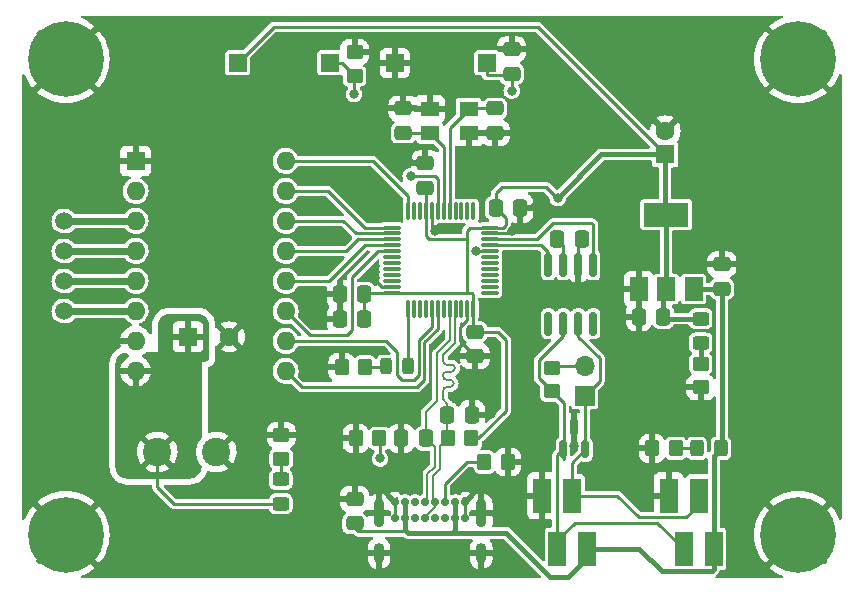
<source format=gbr>
%TF.GenerationSoftware,KiCad,Pcbnew,(6.0.2)*%
%TF.CreationDate,2022-03-05T17:56:55+01:00*%
%TF.ProjectId,PCB_stepper,5043425f-7374-4657-9070-65722e6b6963,rev?*%
%TF.SameCoordinates,Original*%
%TF.FileFunction,Copper,L1,Top*%
%TF.FilePolarity,Positive*%
%FSLAX46Y46*%
G04 Gerber Fmt 4.6, Leading zero omitted, Abs format (unit mm)*
G04 Created by KiCad (PCBNEW (6.0.2)) date 2022-03-05 17:56:55*
%MOMM*%
%LPD*%
G01*
G04 APERTURE LIST*
G04 Aperture macros list*
%AMRoundRect*
0 Rectangle with rounded corners*
0 $1 Rounding radius*
0 $2 $3 $4 $5 $6 $7 $8 $9 X,Y pos of 4 corners*
0 Add a 4 corners polygon primitive as box body*
4,1,4,$2,$3,$4,$5,$6,$7,$8,$9,$2,$3,0*
0 Add four circle primitives for the rounded corners*
1,1,$1+$1,$2,$3*
1,1,$1+$1,$4,$5*
1,1,$1+$1,$6,$7*
1,1,$1+$1,$8,$9*
0 Add four rect primitives between the rounded corners*
20,1,$1+$1,$2,$3,$4,$5,0*
20,1,$1+$1,$4,$5,$6,$7,0*
20,1,$1+$1,$6,$7,$8,$9,0*
20,1,$1+$1,$8,$9,$2,$3,0*%
G04 Aperture macros list end*
%TA.AperFunction,ComponentPad*%
%ADD10C,0.800000*%
%TD*%
%TA.AperFunction,ComponentPad*%
%ADD11C,6.400000*%
%TD*%
%TA.AperFunction,SMDPad,CuDef*%
%ADD12RoundRect,0.250000X-0.450000X0.325000X-0.450000X-0.325000X0.450000X-0.325000X0.450000X0.325000X0*%
%TD*%
%TA.AperFunction,SMDPad,CuDef*%
%ADD13RoundRect,0.250000X-0.337500X-0.475000X0.337500X-0.475000X0.337500X0.475000X-0.337500X0.475000X0*%
%TD*%
%TA.AperFunction,SMDPad,CuDef*%
%ADD14R,1.500000X3.000000*%
%TD*%
%TA.AperFunction,SMDPad,CuDef*%
%ADD15RoundRect,0.250000X-0.350000X-0.450000X0.350000X-0.450000X0.350000X0.450000X-0.350000X0.450000X0*%
%TD*%
%TA.AperFunction,SMDPad,CuDef*%
%ADD16RoundRect,0.250000X0.475000X-0.337500X0.475000X0.337500X-0.475000X0.337500X-0.475000X-0.337500X0*%
%TD*%
%TA.AperFunction,ComponentPad*%
%ADD17C,1.508000*%
%TD*%
%TA.AperFunction,SMDPad,CuDef*%
%ADD18RoundRect,0.250000X-0.325000X-0.450000X0.325000X-0.450000X0.325000X0.450000X-0.325000X0.450000X0*%
%TD*%
%TA.AperFunction,ComponentPad*%
%ADD19R,1.600000X1.600000*%
%TD*%
%TA.AperFunction,ComponentPad*%
%ADD20C,1.600000*%
%TD*%
%TA.AperFunction,SMDPad,CuDef*%
%ADD21RoundRect,0.250000X0.350000X0.450000X-0.350000X0.450000X-0.350000X-0.450000X0.350000X-0.450000X0*%
%TD*%
%TA.AperFunction,SMDPad,CuDef*%
%ADD22RoundRect,0.250000X-0.475000X0.337500X-0.475000X-0.337500X0.475000X-0.337500X0.475000X0.337500X0*%
%TD*%
%TA.AperFunction,SMDPad,CuDef*%
%ADD23RoundRect,0.250000X0.337500X0.475000X-0.337500X0.475000X-0.337500X-0.475000X0.337500X-0.475000X0*%
%TD*%
%TA.AperFunction,ComponentPad*%
%ADD24O,1.600000X1.600000*%
%TD*%
%TA.AperFunction,SMDPad,CuDef*%
%ADD25R,1.600000X1.300000*%
%TD*%
%TA.AperFunction,SMDPad,CuDef*%
%ADD26R,1.500000X1.500000*%
%TD*%
%TA.AperFunction,SMDPad,CuDef*%
%ADD27RoundRect,0.243750X-0.243750X-0.456250X0.243750X-0.456250X0.243750X0.456250X-0.243750X0.456250X0*%
%TD*%
%TA.AperFunction,SMDPad,CuDef*%
%ADD28RoundRect,0.250000X0.450000X-0.350000X0.450000X0.350000X-0.450000X0.350000X-0.450000X-0.350000X0*%
%TD*%
%TA.AperFunction,SMDPad,CuDef*%
%ADD29RoundRect,0.150000X0.150000X-0.587500X0.150000X0.587500X-0.150000X0.587500X-0.150000X-0.587500X0*%
%TD*%
%TA.AperFunction,SMDPad,CuDef*%
%ADD30R,1.500000X2.000000*%
%TD*%
%TA.AperFunction,SMDPad,CuDef*%
%ADD31R,3.800000X2.000000*%
%TD*%
%TA.AperFunction,SMDPad,CuDef*%
%ADD32RoundRect,0.150000X-0.150000X0.825000X-0.150000X-0.825000X0.150000X-0.825000X0.150000X0.825000X0*%
%TD*%
%TA.AperFunction,SMDPad,CuDef*%
%ADD33RoundRect,0.250000X-0.450000X0.350000X-0.450000X-0.350000X0.450000X-0.350000X0.450000X0.350000X0*%
%TD*%
%TA.AperFunction,ComponentPad*%
%ADD34C,2.400000*%
%TD*%
%TA.AperFunction,ComponentPad*%
%ADD35R,1.700000X1.700000*%
%TD*%
%TA.AperFunction,ComponentPad*%
%ADD36O,1.700000X1.700000*%
%TD*%
%TA.AperFunction,SMDPad,CuDef*%
%ADD37RoundRect,0.250000X0.450000X-0.325000X0.450000X0.325000X-0.450000X0.325000X-0.450000X-0.325000X0*%
%TD*%
%TA.AperFunction,SMDPad,CuDef*%
%ADD38RoundRect,0.075000X-0.075000X0.662500X-0.075000X-0.662500X0.075000X-0.662500X0.075000X0.662500X0*%
%TD*%
%TA.AperFunction,SMDPad,CuDef*%
%ADD39RoundRect,0.075000X-0.662500X0.075000X-0.662500X-0.075000X0.662500X-0.075000X0.662500X0.075000X0*%
%TD*%
%TA.AperFunction,ComponentPad*%
%ADD40C,0.700000*%
%TD*%
%TA.AperFunction,ComponentPad*%
%ADD41O,0.900000X2.400000*%
%TD*%
%TA.AperFunction,ComponentPad*%
%ADD42O,0.900000X1.700000*%
%TD*%
%TA.AperFunction,ViaPad*%
%ADD43C,0.800000*%
%TD*%
%TA.AperFunction,Conductor*%
%ADD44C,0.250000*%
%TD*%
%TA.AperFunction,Conductor*%
%ADD45C,0.600000*%
%TD*%
%TA.AperFunction,Conductor*%
%ADD46C,0.400000*%
%TD*%
%TA.AperFunction,Conductor*%
%ADD47C,0.200000*%
%TD*%
G04 APERTURE END LIST*
D10*
%TO.P,H4,1,1*%
%TO.N,GND*%
X112250000Y-102650000D03*
D11*
X112250000Y-100250000D03*
D10*
X113947056Y-98552944D03*
X114650000Y-100250000D03*
X110552944Y-101947056D03*
X113947056Y-101947056D03*
X112250000Y-97850000D03*
X109850000Y-100250000D03*
X110552944Y-98552944D03*
%TD*%
D12*
%TO.P,D3,1,K*%
%TO.N,Net-(D3-Pad1)*%
X130450000Y-95575000D03*
%TO.P,D3,2,A*%
%TO.N,+24V*%
X130450000Y-97625000D03*
%TD*%
D13*
%TO.P,C12,1*%
%TO.N,+3V3*%
X153862500Y-75200000D03*
%TO.P,C12,2*%
%TO.N,GND*%
X155937500Y-75200000D03*
%TD*%
D14*
%TO.P,J2,1,Pin_1*%
%TO.N,+5V*%
X167105000Y-101450000D03*
%TO.P,J2,2,Pin_2*%
%TO.N,/CANH*%
X165835000Y-96950000D03*
%TO.P,J2,3,Pin_3*%
%TO.N,/CANL*%
X164565000Y-101450000D03*
%TO.P,J2,4,Pin_4*%
%TO.N,GND*%
X163295000Y-96950000D03*
%TD*%
D13*
%TO.P,C2,1*%
%TO.N,+3V3*%
X148662500Y-72600000D03*
%TO.P,C2,2*%
%TO.N,GND*%
X150737500Y-72600000D03*
%TD*%
D15*
%TO.P,R1,1*%
%TO.N,GND*%
X135600000Y-86050000D03*
%TO.P,R1,2*%
%TO.N,Net-(D1-Pad1)*%
X137600000Y-86050000D03*
%TD*%
D16*
%TO.P,C16,1*%
%TO.N,+5V*%
X167800000Y-79437500D03*
%TO.P,C16,2*%
%TO.N,GND*%
X167800000Y-77362500D03*
%TD*%
D17*
%TO.P,J5,1,Pin_1*%
%TO.N,Net-(A1-Pad3)*%
X112100000Y-73690000D03*
%TO.P,J5,2,Pin_2*%
%TO.N,Net-(A1-Pad4)*%
X112100000Y-76230000D03*
%TO.P,J5,3,Pin_3*%
%TO.N,Net-(A1-Pad5)*%
X112100000Y-78770000D03*
%TO.P,J5,4,Pin_4*%
%TO.N,Net-(A1-Pad6)*%
X112100000Y-81310000D03*
%TD*%
D18*
%TO.P,D5,1,K*%
%TO.N,Net-(D5-Pad1)*%
X165675000Y-92950000D03*
%TO.P,D5,2,A*%
%TO.N,+5V*%
X167725000Y-92950000D03*
%TD*%
D10*
%TO.P,H1,1,1*%
%TO.N,GND*%
X109850000Y-60000000D03*
X110552944Y-58302944D03*
X110552944Y-61697056D03*
X112250000Y-57600000D03*
X114650000Y-60000000D03*
X113947056Y-58302944D03*
X113947056Y-61697056D03*
D11*
X112250000Y-60000000D03*
D10*
X112250000Y-62400000D03*
%TD*%
D15*
%TO.P,R3,1*%
%TO.N,Net-(J1-PadA5)*%
X147700000Y-94100000D03*
%TO.P,R3,2*%
%TO.N,GND*%
X149700000Y-94100000D03*
%TD*%
D10*
%TO.P,H3,1,1*%
%TO.N,GND*%
X172552944Y-101947056D03*
X175947056Y-98552944D03*
X175947056Y-101947056D03*
X174250000Y-97850000D03*
D11*
X174250000Y-100250000D03*
D10*
X171850000Y-100250000D03*
X176650000Y-100250000D03*
X172552944Y-98552944D03*
X174250000Y-102650000D03*
%TD*%
D16*
%TO.P,C5,1*%
%TO.N,+3V3*%
X142700000Y-70887500D03*
%TO.P,C5,2*%
%TO.N,GND*%
X142700000Y-68812500D03*
%TD*%
D19*
%TO.P,C15,1*%
%TO.N,+24V*%
X122597349Y-83500000D03*
D20*
%TO.P,C15,2*%
%TO.N,GND*%
X126097349Y-83500000D03*
%TD*%
D21*
%TO.P,R5,1*%
%TO.N,+3V3*%
X146600000Y-92100000D03*
%TO.P,R5,2*%
%TO.N,/USB+*%
X144600000Y-92100000D03*
%TD*%
D22*
%TO.P,C3,1*%
%TO.N,Net-(C3-Pad1)*%
X148600000Y-64162500D03*
%TO.P,C3,2*%
%TO.N,GND*%
X148600000Y-66237500D03*
%TD*%
D23*
%TO.P,C10,1*%
%TO.N,/USB-*%
X142737500Y-92100000D03*
%TO.P,C10,2*%
%TO.N,GND*%
X140662500Y-92100000D03*
%TD*%
D19*
%TO.P,A1,1,GND*%
%TO.N,GND*%
X118160000Y-68610000D03*
D24*
%TO.P,A1,2,~{FLT}*%
%TO.N,unconnected-(A1-Pad2)*%
X118160000Y-71150000D03*
%TO.P,A1,3,A2*%
%TO.N,Net-(A1-Pad3)*%
X118160000Y-73690000D03*
%TO.P,A1,4,A1*%
%TO.N,Net-(A1-Pad4)*%
X118160000Y-76230000D03*
%TO.P,A1,5,B1*%
%TO.N,Net-(A1-Pad5)*%
X118160000Y-78770000D03*
%TO.P,A1,6,B2*%
%TO.N,Net-(A1-Pad6)*%
X118160000Y-81310000D03*
%TO.P,A1,7,GND*%
%TO.N,GND*%
X118160000Y-83850000D03*
%TO.P,A1,8,VMOT*%
%TO.N,+24V*%
X118160000Y-86390000D03*
%TO.P,A1,9,~{EN}*%
%TO.N,/EN*%
X130860000Y-86390000D03*
%TO.P,A1,10,M0*%
%TO.N,/M0*%
X130860000Y-83850000D03*
%TO.P,A1,11,M1*%
%TO.N,/M1*%
X130860000Y-81310000D03*
%TO.P,A1,12,M2*%
%TO.N,/M2*%
X130860000Y-78770000D03*
%TO.P,A1,13,~{RST}*%
%TO.N,/RST_M*%
X130860000Y-76230000D03*
%TO.P,A1,14,~{SLP}*%
%TO.N,/SLP*%
X130860000Y-73690000D03*
%TO.P,A1,15,STEP*%
%TO.N,/STEP*%
X130860000Y-71150000D03*
%TO.P,A1,16,DIR*%
%TO.N,/DIR*%
X130860000Y-68610000D03*
%TD*%
D23*
%TO.P,C7,1*%
%TO.N,+3V3*%
X137537500Y-79900000D03*
%TO.P,C7,2*%
%TO.N,GND*%
X135462500Y-79900000D03*
%TD*%
D16*
%TO.P,C4,1*%
%TO.N,Net-(C4-Pad1)*%
X140800000Y-66237500D03*
%TO.P,C4,2*%
%TO.N,GND*%
X140800000Y-64162500D03*
%TD*%
D25*
%TO.P,Y1,1,1*%
%TO.N,Net-(C3-Pad1)*%
X146350000Y-64200000D03*
%TO.P,Y1,2,2*%
%TO.N,GND*%
X143050000Y-64200000D03*
%TO.P,Y1,3,3*%
%TO.N,Net-(C4-Pad1)*%
X143050000Y-66200000D03*
%TO.P,Y1,4,4*%
%TO.N,GND*%
X146350000Y-66200000D03*
%TD*%
D26*
%TO.P,SW2,1,1*%
%TO.N,+3V3*%
X126800000Y-60300000D03*
%TO.P,SW2,2,2*%
%TO.N,/BOOT0*%
X134600000Y-60300000D03*
%TD*%
D27*
%TO.P,D1,1,K*%
%TO.N,Net-(D1-Pad1)*%
X139357500Y-86005000D03*
%TO.P,D1,2,A*%
%TO.N,Net-(D1-Pad2)*%
X141232500Y-86005000D03*
%TD*%
D28*
%TO.P,R8,1*%
%TO.N,GND*%
X166000000Y-87775000D03*
%TO.P,R8,2*%
%TO.N,Net-(D4-Pad1)*%
X166000000Y-85775000D03*
%TD*%
D29*
%TO.P,D2,1,A1*%
%TO.N,/CANL*%
X154350000Y-93037500D03*
%TO.P,D2,2,A2*%
%TO.N,/CANH*%
X156250000Y-93037500D03*
%TO.P,D2,3,common*%
%TO.N,GND*%
X155300000Y-91162500D03*
%TD*%
D21*
%TO.P,R4,1*%
%TO.N,Net-(J1-PadB5)*%
X138800000Y-92100000D03*
%TO.P,R4,2*%
%TO.N,GND*%
X136800000Y-92100000D03*
%TD*%
D15*
%TO.P,R9,1*%
%TO.N,GND*%
X161900000Y-92950000D03*
%TO.P,R9,2*%
%TO.N,Net-(D5-Pad1)*%
X163900000Y-92950000D03*
%TD*%
D28*
%TO.P,R6,1*%
%TO.N,/CANL*%
X153400000Y-88100000D03*
%TO.P,R6,2*%
%TO.N,Net-(JP1-Pad2)*%
X153400000Y-86100000D03*
%TD*%
D30*
%TO.P,U3,1,GND*%
%TO.N,GND*%
X160800000Y-79450000D03*
%TO.P,U3,2,VO*%
%TO.N,+3V3*%
X163100000Y-79450000D03*
D31*
X163100000Y-73150000D03*
D30*
%TO.P,U3,3,VI*%
%TO.N,+5V*%
X165400000Y-79450000D03*
%TD*%
D32*
%TO.P,U2,1,D*%
%TO.N,/CANTX*%
X156905000Y-77425000D03*
%TO.P,U2,2,GND*%
%TO.N,GND*%
X155635000Y-77425000D03*
%TO.P,U2,3,VCC*%
%TO.N,+3V3*%
X154365000Y-77425000D03*
%TO.P,U2,4,R*%
%TO.N,/CANRX*%
X153095000Y-77425000D03*
%TO.P,U2,5,NC*%
%TO.N,unconnected-(U2-Pad5)*%
X153095000Y-82375000D03*
%TO.P,U2,6,CANL*%
%TO.N,/CANL*%
X154365000Y-82375000D03*
%TO.P,U2,7,CANH*%
%TO.N,/CANH*%
X155635000Y-82375000D03*
%TO.P,U2,8,NC*%
%TO.N,unconnected-(U2-Pad8)*%
X156905000Y-82375000D03*
%TD*%
D16*
%TO.P,C11,1*%
%TO.N,+5V*%
X136700000Y-99300000D03*
%TO.P,C11,2*%
%TO.N,GND*%
X136700000Y-97225000D03*
%TD*%
D14*
%TO.P,J3,1,Pin_1*%
%TO.N,+5V*%
X156405000Y-101450000D03*
%TO.P,J3,2,Pin_2*%
%TO.N,/CANH*%
X155135000Y-96950000D03*
%TO.P,J3,3,Pin_3*%
%TO.N,/CANL*%
X153865000Y-101450000D03*
%TO.P,J3,4,Pin_4*%
%TO.N,GND*%
X152595000Y-96950000D03*
%TD*%
D22*
%TO.P,C1,1*%
%TO.N,+3V3*%
X146900000Y-83062500D03*
%TO.P,C1,2*%
%TO.N,GND*%
X146900000Y-85137500D03*
%TD*%
D23*
%TO.P,C9,1*%
%TO.N,+3V3*%
X137537500Y-82000000D03*
%TO.P,C9,2*%
%TO.N,GND*%
X135462500Y-82000000D03*
%TD*%
D33*
%TO.P,R7,1*%
%TO.N,GND*%
X130500000Y-91820000D03*
%TO.P,R7,2*%
%TO.N,Net-(D3-Pad1)*%
X130500000Y-93820000D03*
%TD*%
D23*
%TO.P,C17,1*%
%TO.N,+3V3*%
X162837500Y-81800000D03*
%TO.P,C17,2*%
%TO.N,GND*%
X160762500Y-81800000D03*
%TD*%
D34*
%TO.P,J4,1,Pin_1*%
%TO.N,+24V*%
X120000000Y-93250000D03*
%TO.P,J4,2,Pin_2*%
%TO.N,GND*%
X125000000Y-93250000D03*
%TD*%
D35*
%TO.P,JP1,1,1*%
%TO.N,/CANH*%
X156200000Y-88475000D03*
D36*
%TO.P,JP1,2,2*%
%TO.N,Net-(JP1-Pad2)*%
X156200000Y-85935000D03*
%TD*%
D16*
%TO.P,C6,1*%
%TO.N,/RST*%
X150000000Y-61237500D03*
%TO.P,C6,2*%
%TO.N,GND*%
X150000000Y-59162500D03*
%TD*%
D13*
%TO.P,C8,1*%
%TO.N,/USB+*%
X144562500Y-90100000D03*
%TO.P,C8,2*%
%TO.N,GND*%
X146637500Y-90100000D03*
%TD*%
D37*
%TO.P,D4,1,K*%
%TO.N,Net-(D4-Pad1)*%
X166000000Y-84000000D03*
%TO.P,D4,2,A*%
%TO.N,+3V3*%
X166000000Y-81950000D03*
%TD*%
D10*
%TO.P,H2,1,1*%
%TO.N,GND*%
X176650000Y-60000000D03*
X175947056Y-58302944D03*
X174250000Y-62400000D03*
X171850000Y-60000000D03*
D11*
X174250000Y-60000000D03*
D10*
X174250000Y-57600000D03*
X175947056Y-61697056D03*
X172552944Y-61697056D03*
X172552944Y-58302944D03*
%TD*%
D26*
%TO.P,SW1,1,1*%
%TO.N,GND*%
X140100000Y-60300000D03*
%TO.P,SW1,2,2*%
%TO.N,/RST*%
X147900000Y-60300000D03*
%TD*%
D38*
%TO.P,U1,1,VBAT*%
%TO.N,unconnected-(U1-Pad1)*%
X146750000Y-72837500D03*
%TO.P,U1,2,PC13*%
%TO.N,unconnected-(U1-Pad2)*%
X146250000Y-72837500D03*
%TO.P,U1,3,PC14*%
%TO.N,unconnected-(U1-Pad3)*%
X145750000Y-72837500D03*
%TO.P,U1,4,PC15*%
%TO.N,unconnected-(U1-Pad4)*%
X145250000Y-72837500D03*
%TO.P,U1,5,PF0*%
%TO.N,Net-(C3-Pad1)*%
X144750000Y-72837500D03*
%TO.P,U1,6,PF1*%
%TO.N,Net-(C4-Pad1)*%
X144250000Y-72837500D03*
%TO.P,U1,7,NRST*%
%TO.N,/RST*%
X143750000Y-72837500D03*
%TO.P,U1,8,VSSA*%
%TO.N,GND*%
X143250000Y-72837500D03*
%TO.P,U1,9,VDDA*%
%TO.N,+3V3*%
X142750000Y-72837500D03*
%TO.P,U1,10,PA0*%
%TO.N,unconnected-(U1-Pad10)*%
X142250000Y-72837500D03*
%TO.P,U1,11,PA1*%
%TO.N,unconnected-(U1-Pad11)*%
X141750000Y-72837500D03*
%TO.P,U1,12,PA2*%
%TO.N,/DIR*%
X141250000Y-72837500D03*
D39*
%TO.P,U1,13,PA3*%
%TO.N,/STEP*%
X139837500Y-74250000D03*
%TO.P,U1,14,PA4*%
%TO.N,/SLP*%
X139837500Y-74750000D03*
%TO.P,U1,15,PA5*%
%TO.N,/RST_M*%
X139837500Y-75250000D03*
%TO.P,U1,16,PA6*%
%TO.N,/M2*%
X139837500Y-75750000D03*
%TO.P,U1,17,PA7*%
%TO.N,/M1*%
X139837500Y-76250000D03*
%TO.P,U1,18,PB0*%
%TO.N,unconnected-(U1-Pad18)*%
X139837500Y-76750000D03*
%TO.P,U1,19,PB1*%
%TO.N,unconnected-(U1-Pad19)*%
X139837500Y-77250000D03*
%TO.P,U1,20,PB2*%
%TO.N,unconnected-(U1-Pad20)*%
X139837500Y-77750000D03*
%TO.P,U1,21,PB10*%
%TO.N,/USART3_TX*%
X139837500Y-78250000D03*
%TO.P,U1,22,PB11*%
%TO.N,/USART3_RX*%
X139837500Y-78750000D03*
%TO.P,U1,23,VSS*%
%TO.N,GND*%
X139837500Y-79250000D03*
%TO.P,U1,24,VDD*%
%TO.N,+3V3*%
X139837500Y-79750000D03*
D38*
%TO.P,U1,25,PB12*%
%TO.N,Net-(D1-Pad2)*%
X141250000Y-81162500D03*
%TO.P,U1,26,PB13*%
%TO.N,unconnected-(U1-Pad26)*%
X141750000Y-81162500D03*
%TO.P,U1,27,PB14*%
%TO.N,unconnected-(U1-Pad27)*%
X142250000Y-81162500D03*
%TO.P,U1,28,PB15*%
%TO.N,unconnected-(U1-Pad28)*%
X142750000Y-81162500D03*
%TO.P,U1,29,PA8*%
%TO.N,/M0*%
X143250000Y-81162500D03*
%TO.P,U1,30,PA9*%
%TO.N,/EN*%
X143750000Y-81162500D03*
%TO.P,U1,31,PA10*%
%TO.N,unconnected-(U1-Pad31)*%
X144250000Y-81162500D03*
%TO.P,U1,32,PA11*%
%TO.N,/USB-*%
X144750000Y-81162500D03*
%TO.P,U1,33,PA12*%
%TO.N,/USB+*%
X145250000Y-81162500D03*
%TO.P,U1,34,PA13*%
%TO.N,unconnected-(U1-Pad34)*%
X145750000Y-81162500D03*
%TO.P,U1,35,VSS*%
%TO.N,GND*%
X146250000Y-81162500D03*
%TO.P,U1,36,VDD*%
%TO.N,+3V3*%
X146750000Y-81162500D03*
D39*
%TO.P,U1,37,PA14*%
%TO.N,unconnected-(U1-Pad37)*%
X148162500Y-79750000D03*
%TO.P,U1,38,PA15*%
%TO.N,unconnected-(U1-Pad38)*%
X148162500Y-79250000D03*
%TO.P,U1,39,PB3*%
%TO.N,unconnected-(U1-Pad39)*%
X148162500Y-78750000D03*
%TO.P,U1,40,PB4*%
%TO.N,unconnected-(U1-Pad40)*%
X148162500Y-78250000D03*
%TO.P,U1,41,PB5*%
%TO.N,unconnected-(U1-Pad41)*%
X148162500Y-77750000D03*
%TO.P,U1,42,PB6*%
%TO.N,unconnected-(U1-Pad42)*%
X148162500Y-77250000D03*
%TO.P,U1,43,PB7*%
%TO.N,unconnected-(U1-Pad43)*%
X148162500Y-76750000D03*
%TO.P,U1,44,BOOT0*%
%TO.N,/BOOT0*%
X148162500Y-76250000D03*
%TO.P,U1,45,PB8*%
%TO.N,/CANRX*%
X148162500Y-75750000D03*
%TO.P,U1,46,PB9*%
%TO.N,/CANTX*%
X148162500Y-75250000D03*
%TO.P,U1,47,VSS*%
%TO.N,GND*%
X148162500Y-74750000D03*
%TO.P,U1,48,VDD*%
%TO.N,+3V3*%
X148162500Y-74250000D03*
%TD*%
D19*
%TO.P,C14,1*%
%TO.N,+3V3*%
X163000000Y-68055113D03*
D20*
%TO.P,C14,2*%
%TO.N,GND*%
X163000000Y-66055113D03*
%TD*%
D33*
%TO.P,R2,1*%
%TO.N,GND*%
X136700000Y-59400000D03*
%TO.P,R2,2*%
%TO.N,/BOOT0*%
X136700000Y-61400000D03*
%TD*%
D40*
%TO.P,J1,A1,GND*%
%TO.N,GND*%
X146075000Y-97475000D03*
%TO.P,J1,A4,VBUS*%
%TO.N,+5V*%
X145225000Y-97475000D03*
%TO.P,J1,A5,CC1*%
%TO.N,Net-(J1-PadA5)*%
X144375000Y-97475000D03*
%TO.P,J1,A6,D+*%
%TO.N,/USB+*%
X143525000Y-97475000D03*
%TO.P,J1,A7,D-*%
%TO.N,/USB-*%
X142675000Y-97475000D03*
%TO.P,J1,A8,SBU1*%
%TO.N,unconnected-(J1-PadA8)*%
X141825000Y-97475000D03*
%TO.P,J1,A9,VBUS*%
%TO.N,+5V*%
X140975000Y-97475000D03*
%TO.P,J1,A12,GND*%
%TO.N,GND*%
X140125000Y-97475000D03*
%TO.P,J1,B1,GND*%
X140125000Y-98825000D03*
%TO.P,J1,B4,VBUS*%
%TO.N,+5V*%
X140975000Y-98825000D03*
%TO.P,J1,B5,CC2*%
%TO.N,Net-(J1-PadB5)*%
X141825000Y-98825000D03*
%TO.P,J1,B6,D+*%
%TO.N,/USB+*%
X142675000Y-98825000D03*
%TO.P,J1,B7,D-*%
%TO.N,/USB-*%
X143525000Y-98825000D03*
%TO.P,J1,B8,SBU2*%
%TO.N,unconnected-(J1-PadB8)*%
X144375000Y-98825000D03*
%TO.P,J1,B9,VBUS*%
%TO.N,+5V*%
X145225000Y-98825000D03*
%TO.P,J1,B12,GND*%
%TO.N,GND*%
X146075000Y-98825000D03*
D41*
%TO.P,J1,S1,SHIELD*%
X138775000Y-98455000D03*
D42*
X138775000Y-101835000D03*
D41*
X147425000Y-98455000D03*
D42*
X147425000Y-101835000D03*
%TD*%
D43*
%TO.N,GND*%
X143500000Y-74500000D03*
X148500000Y-85250000D03*
X155250000Y-92750000D03*
X134000000Y-82000000D03*
X152000000Y-72500000D03*
X138250000Y-78500000D03*
X150000000Y-74525500D03*
X134000000Y-80000000D03*
X149750000Y-92500000D03*
X148250000Y-90000000D03*
X141250000Y-68500000D03*
%TO.N,/RST*%
X141455284Y-69908803D03*
X150000000Y-62650000D03*
%TO.N,+3V3*%
X153900000Y-71750000D03*
X153862500Y-75200000D03*
%TO.N,Net-(J1-PadB5)*%
X138850000Y-93800000D03*
%TO.N,/BOOT0*%
X136650000Y-62950000D03*
X146974500Y-76250000D03*
%TD*%
D44*
%TO.N,GND*%
X139000000Y-79250000D02*
X138250000Y-78500000D01*
X145649520Y-83887020D02*
X146900000Y-85137500D01*
X139837500Y-79250000D02*
X139000000Y-79250000D01*
X149775500Y-74750000D02*
X150000000Y-74525500D01*
X146075000Y-97475000D02*
X146075000Y-98825000D01*
X155635000Y-77425000D02*
X155635000Y-75502500D01*
X148162500Y-74750000D02*
X149775500Y-74750000D01*
X143500000Y-74500000D02*
X143250000Y-74250000D01*
X146250000Y-82087507D02*
X145649520Y-82687987D01*
X140125000Y-97475000D02*
X140125000Y-98825000D01*
X146250000Y-81162500D02*
X146250000Y-82087507D01*
X143250000Y-74250000D02*
X143250000Y-72837500D01*
X145649520Y-82687987D02*
X145649520Y-83887020D01*
X155635000Y-75502500D02*
X155937500Y-75200000D01*
D45*
%TO.N,Net-(A1-Pad3)*%
X112100000Y-73690000D02*
X118160000Y-73690000D01*
%TO.N,Net-(A1-Pad4)*%
X118160000Y-76230000D02*
X112100000Y-76230000D01*
%TO.N,Net-(A1-Pad5)*%
X118160000Y-78770000D02*
X112100000Y-78770000D01*
%TO.N,Net-(A1-Pad6)*%
X118160000Y-81310000D02*
X112100000Y-81310000D01*
D44*
%TO.N,+24V*%
X120000000Y-93250000D02*
X120000000Y-96250000D01*
X120000000Y-96250000D02*
X121375000Y-97625000D01*
X121375000Y-97625000D02*
X130450000Y-97625000D01*
%TO.N,/EN*%
X132220000Y-87750000D02*
X130860000Y-86390000D01*
X143750000Y-82800000D02*
X142599520Y-83950480D01*
X142599520Y-83950480D02*
X142599520Y-87150480D01*
X142000000Y-87750000D02*
X132220000Y-87750000D01*
X143750000Y-81162500D02*
X143750000Y-82800000D01*
X142599520Y-87150480D02*
X142000000Y-87750000D01*
%TO.N,/M0*%
X140700000Y-87150000D02*
X140300000Y-86750000D01*
X143250000Y-81162500D02*
X143250000Y-82650000D01*
X142150000Y-83750000D02*
X142150000Y-86700000D01*
X141700000Y-87150000D02*
X140700000Y-87150000D01*
X139400000Y-83850000D02*
X130860000Y-83850000D01*
X140300000Y-86750000D02*
X140300000Y-84750000D01*
X142150000Y-86700000D02*
X141700000Y-87150000D01*
X143250000Y-82650000D02*
X142150000Y-83750000D01*
X140300000Y-84750000D02*
X139400000Y-83850000D01*
%TO.N,/M1*%
X132900000Y-83350000D02*
X130860000Y-81310000D01*
X139837500Y-76250000D02*
X138700000Y-76250000D01*
X136100000Y-83350000D02*
X132900000Y-83350000D01*
X138700000Y-76250000D02*
X136500000Y-78450000D01*
X136500000Y-78450000D02*
X136500000Y-82950000D01*
X136500000Y-82950000D02*
X136100000Y-83350000D01*
%TO.N,/M2*%
X134530000Y-78770000D02*
X130860000Y-78770000D01*
X137550000Y-75750000D02*
X134530000Y-78770000D01*
X139837500Y-75750000D02*
X137550000Y-75750000D01*
%TO.N,/RST*%
X150000000Y-61237500D02*
X150000000Y-62650000D01*
X141455284Y-69908803D02*
X143508803Y-69908803D01*
X149887500Y-61350000D02*
X150000000Y-61237500D01*
X143750000Y-70150000D02*
X143750000Y-72837500D01*
X147900000Y-60300000D02*
X147900000Y-61350000D01*
X143508803Y-69908803D02*
X143750000Y-70150000D01*
X147900000Y-61350000D02*
X149887500Y-61350000D01*
%TO.N,/SLP*%
X136800000Y-74750000D02*
X135740000Y-73690000D01*
X135740000Y-73690000D02*
X130860000Y-73690000D01*
X139837500Y-74750000D02*
X136800000Y-74750000D01*
%TO.N,/STEP*%
X137550000Y-74250000D02*
X139837500Y-74250000D01*
X134450000Y-71150000D02*
X137550000Y-74250000D01*
X130860000Y-71150000D02*
X134450000Y-71150000D01*
%TO.N,/DIR*%
X138260000Y-68610000D02*
X130860000Y-68610000D01*
X141250000Y-71600000D02*
X138260000Y-68610000D01*
X141250000Y-72837500D02*
X141250000Y-71600000D01*
%TO.N,+3V3*%
X142750000Y-70937500D02*
X142700000Y-70887500D01*
X148162500Y-74250000D02*
X146500000Y-74250000D01*
X152194887Y-57250000D02*
X129850000Y-57250000D01*
D46*
X162837500Y-81800000D02*
X162837500Y-79712500D01*
D44*
X149200000Y-70800000D02*
X152900000Y-70800000D01*
X146249989Y-79699989D02*
X146300000Y-79750000D01*
X137687500Y-79750000D02*
X137537500Y-79900000D01*
X142537500Y-71050000D02*
X142700000Y-70887500D01*
X137537500Y-79900000D02*
X137537500Y-82000000D01*
X146900000Y-83062500D02*
X146837500Y-83000000D01*
X146750000Y-82912500D02*
X146750000Y-81162500D01*
X148162500Y-74250000D02*
X149250000Y-74250000D01*
D46*
X153900000Y-71750000D02*
X157594887Y-68055113D01*
X157594887Y-68055113D02*
X163000000Y-68055113D01*
D44*
X148662500Y-71337500D02*
X149200000Y-70800000D01*
X149500000Y-73437500D02*
X148662500Y-72600000D01*
X152900000Y-70800000D02*
X153862500Y-71762500D01*
D46*
X163000000Y-73050000D02*
X163100000Y-73150000D01*
D44*
X143000000Y-75250000D02*
X146250000Y-75250000D01*
D46*
X162987500Y-81950000D02*
X162837500Y-81800000D01*
D44*
X154365000Y-77425000D02*
X154365000Y-75702500D01*
D46*
X163000000Y-68055113D02*
X163000000Y-73050000D01*
D44*
X147174614Y-92100000D02*
X146600000Y-92100000D01*
X153862500Y-71762500D02*
X153887500Y-71762500D01*
D46*
X162837500Y-79712500D02*
X163100000Y-79450000D01*
D44*
X142750000Y-72837500D02*
X142750000Y-70937500D01*
X146500000Y-74250000D02*
X146249989Y-74500011D01*
X149500000Y-74000000D02*
X149500000Y-73437500D01*
X142750000Y-75000000D02*
X143000000Y-75250000D01*
X149500000Y-83750000D02*
X149500000Y-89774614D01*
X146750000Y-81162500D02*
X146750000Y-79850000D01*
X154365000Y-75702500D02*
X153862500Y-75200000D01*
X146249989Y-74500011D02*
X146249989Y-79699989D01*
D46*
X163100000Y-79450000D02*
X163100000Y-73150000D01*
D44*
X142750000Y-72837500D02*
X142750000Y-75000000D01*
D46*
X166000000Y-81950000D02*
X162987500Y-81950000D01*
D44*
X146650000Y-79750000D02*
X146300000Y-79750000D01*
X148662500Y-72600000D02*
X148662500Y-71337500D01*
X149500000Y-89774614D02*
X147174614Y-92100000D01*
X163000000Y-68055113D02*
X152194887Y-57250000D01*
X148812500Y-83062500D02*
X149500000Y-83750000D01*
X129850000Y-57250000D02*
X126800000Y-60300000D01*
X146900000Y-83062500D02*
X146750000Y-82912500D01*
X139837500Y-79750000D02*
X137687500Y-79750000D01*
X146750000Y-79850000D02*
X146650000Y-79750000D01*
X146912500Y-83050000D02*
X146900000Y-83062500D01*
X153887500Y-71762500D02*
X153900000Y-71750000D01*
X146900000Y-83062500D02*
X148812500Y-83062500D01*
X146300000Y-79750000D02*
X139837500Y-79750000D01*
X149250000Y-74250000D02*
X149500000Y-74000000D01*
%TO.N,Net-(C3-Pad1)*%
X144750000Y-72837500D02*
X144750000Y-65800000D01*
X146387500Y-64162500D02*
X146350000Y-64200000D01*
X148600000Y-64162500D02*
X146387500Y-64162500D01*
X144750000Y-65800000D02*
X146350000Y-64200000D01*
%TO.N,Net-(C4-Pad1)*%
X144250000Y-67400000D02*
X144250000Y-72837500D01*
X143012500Y-66237500D02*
X143050000Y-66200000D01*
X140800000Y-66237500D02*
X143012500Y-66237500D01*
X143050000Y-66200000D02*
X144250000Y-67400000D01*
D47*
%TO.N,/USB+*%
X144500000Y-85850000D02*
X144900000Y-85850000D01*
X143925000Y-94693200D02*
X143925000Y-92775000D01*
X144800000Y-87750000D02*
X144500000Y-87750000D01*
X145225001Y-81187499D02*
X145225000Y-83993200D01*
X144200000Y-86750000D02*
X144200000Y-86800000D01*
X144200000Y-85018200D02*
X144200000Y-85550000D01*
X145225000Y-83993200D02*
X144200000Y-85018200D01*
X144500000Y-87150000D02*
X144800000Y-87150000D01*
X145250000Y-81162500D02*
X145225001Y-81187499D01*
X143525000Y-97906452D02*
X143525000Y-97475000D01*
X142675000Y-98756452D02*
X143525000Y-97906452D01*
X144562500Y-89162500D02*
X144562500Y-90100000D01*
X142675000Y-98825000D02*
X142675000Y-98756452D01*
X144600000Y-92100000D02*
X144562500Y-92062500D01*
X144562500Y-92062500D02*
X144562500Y-90100000D01*
X143325001Y-95293199D02*
X143925000Y-94693200D01*
X144200000Y-88800000D02*
X144562500Y-89162500D01*
X144200000Y-86800000D02*
X144200000Y-86850000D01*
X143325001Y-97275001D02*
X143325001Y-95293199D01*
X143925000Y-92775000D02*
X144600000Y-92100000D01*
X144200000Y-88050000D02*
X144200000Y-88800000D01*
X143525000Y-97475000D02*
X143325001Y-97275001D01*
X144899986Y-86450000D02*
X144500000Y-86450000D01*
X144500000Y-87150000D02*
G75*
G02*
X144200000Y-86850000I0J300000D01*
G01*
X145100000Y-87450000D02*
G75*
G03*
X144800000Y-87150000I-300000J0D01*
G01*
X145200000Y-86150000D02*
G75*
G03*
X144900000Y-85850000I-300000J0D01*
G01*
X144500000Y-85850000D02*
G75*
G02*
X144200000Y-85550000I0J300000D01*
G01*
X144200000Y-88050000D02*
G75*
G02*
X144500000Y-87750000I300000J0D01*
G01*
X144899986Y-86450000D02*
G75*
G03*
X145200000Y-86150000I0J300014D01*
G01*
X144800000Y-87750000D02*
G75*
G03*
X145100000Y-87450000I0J300000D01*
G01*
X144200000Y-86750000D02*
G75*
G02*
X144500000Y-86450000I300000J0D01*
G01*
%TO.N,/USB-*%
X143475000Y-92837500D02*
X142737500Y-92100000D01*
X144775000Y-83806800D02*
X144774999Y-81187499D01*
X143700000Y-88900000D02*
X143700000Y-84881800D01*
X142737500Y-89862500D02*
X143700000Y-88900000D01*
X142874999Y-97275001D02*
X142874999Y-95106801D01*
X143700000Y-84881800D02*
X144775000Y-83806800D01*
X142737500Y-92100000D02*
X142737500Y-89862500D01*
X142874999Y-95106801D02*
X143475000Y-94506800D01*
X142675000Y-97475000D02*
X142874999Y-97275001D01*
X143475000Y-94506800D02*
X143475000Y-92837500D01*
X144774999Y-81187499D02*
X144750000Y-81162500D01*
D46*
%TO.N,+5V*%
X145225000Y-99875000D02*
X145225000Y-98825000D01*
X166950489Y-103349511D02*
X162699511Y-103349511D01*
X154805000Y-103800000D02*
X156405000Y-102200000D01*
X160800000Y-101450000D02*
X156405000Y-101450000D01*
X145000000Y-100100000D02*
X145225000Y-99875000D01*
X140975000Y-99825000D02*
X141250000Y-100100000D01*
X145000000Y-100100000D02*
X149550000Y-100100000D01*
X167105000Y-101450000D02*
X167105000Y-103195000D01*
X167105000Y-103195000D02*
X166950489Y-103349511D01*
X140975000Y-98825000D02*
X140975000Y-99825000D01*
X149550000Y-100100000D02*
X153250000Y-103800000D01*
X162699511Y-103349511D02*
X160800000Y-101450000D01*
X153250000Y-103800000D02*
X154805000Y-103800000D01*
D44*
X136700000Y-99700000D02*
X136979520Y-99979520D01*
D46*
X167105000Y-93570000D02*
X167105000Y-101450000D01*
D44*
X136700000Y-99300000D02*
X136700000Y-99700000D01*
D46*
X167725000Y-92950000D02*
X167105000Y-93570000D01*
X167725000Y-92950000D02*
X167800000Y-92875000D01*
D44*
X140820480Y-99979520D02*
X140975000Y-99825000D01*
D46*
X140975000Y-97475000D02*
X140975000Y-98825000D01*
X167800000Y-92875000D02*
X167800000Y-79437500D01*
X141250000Y-100100000D02*
X145000000Y-100100000D01*
X165412500Y-79437500D02*
X165400000Y-79450000D01*
D44*
X136979520Y-99979520D02*
X140820480Y-99979520D01*
D46*
X145225000Y-97475000D02*
X145225000Y-98825000D01*
X167800000Y-79437500D02*
X165412500Y-79437500D01*
X156405000Y-102200000D02*
X156405000Y-101450000D01*
D44*
%TO.N,/CANH*%
X158950000Y-96950000D02*
X160774511Y-98774511D01*
X155635000Y-83485000D02*
X157450000Y-85300000D01*
X156250000Y-93037500D02*
X155135000Y-94152500D01*
X155135000Y-94152500D02*
X155135000Y-96950000D01*
X155135000Y-96950000D02*
X158950000Y-96950000D01*
X157450000Y-85300000D02*
X157450000Y-87225000D01*
X156200000Y-88475000D02*
X156200000Y-92987500D01*
X157450000Y-87225000D02*
X156200000Y-88475000D01*
X155635000Y-82375000D02*
X155635000Y-83485000D01*
X164760489Y-98774511D02*
X165835000Y-97700000D01*
X156200000Y-92987500D02*
X156250000Y-93037500D01*
X160774511Y-98774511D02*
X164760489Y-98774511D01*
X165835000Y-97700000D02*
X165835000Y-96950000D01*
%TO.N,/CANL*%
X162339022Y-99224022D02*
X155340978Y-99224022D01*
X154400000Y-93850000D02*
X154350000Y-93800000D01*
X154365000Y-83435000D02*
X152300000Y-85500000D01*
X153865000Y-100700000D02*
X153865000Y-101450000D01*
X154350000Y-93037500D02*
X153865000Y-93522500D01*
X154350000Y-93800000D02*
X154350000Y-93037500D01*
X164565000Y-101450000D02*
X162339022Y-99224022D01*
X152300000Y-87000000D02*
X153400000Y-88100000D01*
X154400000Y-89100000D02*
X154400000Y-93850000D01*
X153400000Y-88100000D02*
X154400000Y-89100000D01*
X153865000Y-93522500D02*
X153865000Y-101450000D01*
X155340978Y-99224022D02*
X153865000Y-100700000D01*
X154365000Y-82375000D02*
X154365000Y-83435000D01*
X152300000Y-85500000D02*
X152300000Y-87000000D01*
%TO.N,Net-(D1-Pad1)*%
X137600000Y-86050000D02*
X139312500Y-86050000D01*
X139312500Y-86050000D02*
X139357500Y-86005000D01*
%TO.N,Net-(D1-Pad2)*%
X141232500Y-81180000D02*
X141250000Y-81162500D01*
X141232500Y-86005000D02*
X141232500Y-81180000D01*
%TO.N,Net-(D3-Pad1)*%
X130500000Y-95525000D02*
X130450000Y-95575000D01*
X130500000Y-93820000D02*
X130500000Y-95525000D01*
D46*
%TO.N,Net-(D4-Pad1)*%
X166000000Y-84000000D02*
X166000000Y-85775000D01*
D44*
%TO.N,Net-(D5-Pad1)*%
X165675000Y-92950000D02*
X163900000Y-92950000D01*
%TO.N,Net-(J1-PadA5)*%
X147700000Y-94100000D02*
X146200000Y-94100000D01*
X144375000Y-95925000D02*
X144375000Y-97475000D01*
X146200000Y-94100000D02*
X144375000Y-95925000D01*
%TO.N,Net-(J1-PadB5)*%
X138850000Y-93800000D02*
X138850000Y-92150000D01*
X138850000Y-92150000D02*
X138800000Y-92100000D01*
%TO.N,Net-(JP1-Pad2)*%
X153565000Y-85935000D02*
X156200000Y-85935000D01*
X153400000Y-86100000D02*
X153565000Y-85935000D01*
%TO.N,/BOOT0*%
X136650000Y-61450000D02*
X136700000Y-61400000D01*
X136700000Y-61400000D02*
X135600000Y-60300000D01*
X136650000Y-62950000D02*
X136650000Y-61450000D01*
X148162500Y-76250000D02*
X146974500Y-76250000D01*
X135600000Y-60300000D02*
X134600000Y-60300000D01*
%TO.N,/CANRX*%
X153095000Y-76345000D02*
X152500000Y-75750000D01*
X152500000Y-75750000D02*
X148162500Y-75750000D01*
X153095000Y-77425000D02*
X153095000Y-76345000D01*
%TO.N,/CANTX*%
X148162500Y-75250000D02*
X152150000Y-75250000D01*
X152150000Y-75250000D02*
X153500000Y-73900000D01*
X156800000Y-73900000D02*
X156905000Y-74005000D01*
X153500000Y-73900000D02*
X156800000Y-73900000D01*
X156905000Y-74005000D02*
X156905000Y-77425000D01*
%TO.N,/RST_M*%
X137000000Y-75250000D02*
X139837500Y-75250000D01*
X130860000Y-76230000D02*
X136020000Y-76230000D01*
X136020000Y-76230000D02*
X137000000Y-75250000D01*
%TD*%
%TA.AperFunction,Conductor*%
%TO.N,GND*%
G36*
X172930208Y-56320002D02*
G01*
X172976701Y-56373658D01*
X172986805Y-56443932D01*
X172957311Y-56508512D01*
X172907241Y-56543631D01*
X172742836Y-56606740D01*
X172736811Y-56609422D01*
X172396397Y-56782872D01*
X172390687Y-56786169D01*
X172070265Y-56994253D01*
X172064939Y-56998123D01*
X171826165Y-57191478D01*
X171817700Y-57203733D01*
X171824034Y-57214824D01*
X177034310Y-62425100D01*
X177047386Y-62432241D01*
X177057753Y-62424784D01*
X177251877Y-62185061D01*
X177255747Y-62179735D01*
X177463831Y-61859313D01*
X177467128Y-61853603D01*
X177640578Y-61513189D01*
X177643260Y-61507164D01*
X177706369Y-61342759D01*
X177749454Y-61286331D01*
X177816208Y-61262154D01*
X177885435Y-61277905D01*
X177935157Y-61328583D01*
X177950000Y-61387913D01*
X177950000Y-98862087D01*
X177929998Y-98930208D01*
X177876342Y-98976701D01*
X177806068Y-98986805D01*
X177741488Y-98957311D01*
X177706369Y-98907241D01*
X177643260Y-98742836D01*
X177640578Y-98736811D01*
X177467128Y-98396397D01*
X177463831Y-98390687D01*
X177255747Y-98070265D01*
X177251877Y-98064939D01*
X177058522Y-97826165D01*
X177046267Y-97817700D01*
X177035176Y-97824034D01*
X171824900Y-103034310D01*
X171817759Y-103047386D01*
X171825216Y-103057753D01*
X172064935Y-103251874D01*
X172070272Y-103255751D01*
X172390685Y-103463830D01*
X172396394Y-103467127D01*
X172736811Y-103640578D01*
X172742836Y-103643260D01*
X172907241Y-103706369D01*
X172963669Y-103749454D01*
X172987846Y-103816208D01*
X172972095Y-103885435D01*
X172921417Y-103935157D01*
X172862087Y-103950000D01*
X167361347Y-103950000D01*
X167293226Y-103929998D01*
X167246733Y-103876342D01*
X167236629Y-103806068D01*
X167266123Y-103741488D01*
X167276288Y-103731382D01*
X167276825Y-103730989D01*
X167287568Y-103720246D01*
X167294415Y-103713888D01*
X167324726Y-103687770D01*
X167331526Y-103681911D01*
X167336409Y-103674377D01*
X167342308Y-103667615D01*
X167342313Y-103667619D01*
X167351289Y-103656525D01*
X167409280Y-103598534D01*
X167418624Y-103591068D01*
X167418292Y-103590678D01*
X167425128Y-103584860D01*
X167432720Y-103580070D01*
X167467756Y-103540399D01*
X167473102Y-103534712D01*
X167484321Y-103523493D01*
X167490450Y-103515316D01*
X167496832Y-103507477D01*
X167521684Y-103479337D01*
X167521685Y-103479336D01*
X167527623Y-103472612D01*
X167531434Y-103464494D01*
X167533506Y-103461341D01*
X167541329Y-103448320D01*
X167543141Y-103445011D01*
X167548527Y-103437824D01*
X167564857Y-103394263D01*
X167568784Y-103384943D01*
X167584739Y-103350961D01*
X167584740Y-103350959D01*
X167588553Y-103342837D01*
X167589312Y-103337962D01*
X167627239Y-103280364D01*
X167692144Y-103251591D01*
X167708688Y-103250500D01*
X167899646Y-103250500D01*
X167903350Y-103250059D01*
X167903353Y-103250059D01*
X167910746Y-103249179D01*
X167925846Y-103247382D01*
X168028153Y-103201939D01*
X168107241Y-103122713D01*
X168116094Y-103102690D01*
X168148675Y-103028992D01*
X168152506Y-103020327D01*
X168155500Y-102994646D01*
X168155500Y-100253301D01*
X170537084Y-100253301D01*
X170557080Y-100634833D01*
X170557766Y-100641371D01*
X170617535Y-101018734D01*
X170618906Y-101025184D01*
X170717788Y-101394216D01*
X170719829Y-101400498D01*
X170856740Y-101757164D01*
X170859422Y-101763189D01*
X171032872Y-102103603D01*
X171036169Y-102109313D01*
X171244253Y-102429735D01*
X171248123Y-102435061D01*
X171441478Y-102673835D01*
X171453733Y-102682300D01*
X171464824Y-102675966D01*
X173877978Y-100262812D01*
X173885592Y-100248868D01*
X173885461Y-100247035D01*
X173881210Y-100240420D01*
X171465690Y-97824900D01*
X171452614Y-97817759D01*
X171442247Y-97825216D01*
X171248123Y-98064939D01*
X171244253Y-98070265D01*
X171036169Y-98390687D01*
X171032872Y-98396397D01*
X170859422Y-98736811D01*
X170856740Y-98742836D01*
X170719829Y-99099502D01*
X170717788Y-99105784D01*
X170618906Y-99474816D01*
X170617535Y-99481266D01*
X170557766Y-99858629D01*
X170557080Y-99865167D01*
X170537084Y-100246699D01*
X170537084Y-100253301D01*
X168155500Y-100253301D01*
X168155500Y-99905354D01*
X168152382Y-99879154D01*
X168106939Y-99776847D01*
X168027713Y-99697759D01*
X168017076Y-99693056D01*
X168017074Y-99693055D01*
X167934329Y-99656474D01*
X167925327Y-99652494D01*
X167899646Y-99649500D01*
X167731500Y-99649500D01*
X167663379Y-99629498D01*
X167616886Y-99575842D01*
X167605500Y-99523500D01*
X167605500Y-97453733D01*
X171817700Y-97453733D01*
X171824034Y-97464824D01*
X174237188Y-99877978D01*
X174251132Y-99885592D01*
X174252965Y-99885461D01*
X174259580Y-99881210D01*
X176675100Y-97465690D01*
X176682241Y-97452614D01*
X176674784Y-97442247D01*
X176435065Y-97248126D01*
X176429728Y-97244249D01*
X176109315Y-97036170D01*
X176103606Y-97032873D01*
X175763189Y-96859422D01*
X175757164Y-96856740D01*
X175400498Y-96719829D01*
X175394216Y-96717788D01*
X175025184Y-96618906D01*
X175018734Y-96617535D01*
X174641371Y-96557766D01*
X174634833Y-96557080D01*
X174253301Y-96537084D01*
X174246699Y-96537084D01*
X173865167Y-96557080D01*
X173858629Y-96557766D01*
X173481266Y-96617535D01*
X173474816Y-96618906D01*
X173105784Y-96717788D01*
X173099502Y-96719829D01*
X172742836Y-96856740D01*
X172736811Y-96859422D01*
X172396397Y-97032872D01*
X172390687Y-97036169D01*
X172070265Y-97244253D01*
X172064939Y-97248123D01*
X171826165Y-97441478D01*
X171817700Y-97453733D01*
X167605500Y-97453733D01*
X167605500Y-94076500D01*
X167625502Y-94008379D01*
X167679158Y-93961886D01*
X167731500Y-93950500D01*
X168092772Y-93950500D01*
X168182547Y-93939636D01*
X168190075Y-93936656D01*
X168190077Y-93936655D01*
X168259168Y-93909300D01*
X168322783Y-93884113D01*
X168442922Y-93792922D01*
X168534113Y-93672783D01*
X168561191Y-93604392D01*
X168586655Y-93540077D01*
X168586656Y-93540075D01*
X168589636Y-93532547D01*
X168600500Y-93442772D01*
X168600500Y-92457228D01*
X168589636Y-92367453D01*
X168586082Y-92358475D01*
X168541430Y-92245699D01*
X168534113Y-92227217D01*
X168442922Y-92107078D01*
X168350320Y-92036789D01*
X168308153Y-91979671D01*
X168300500Y-91936426D01*
X168300500Y-80438754D01*
X168320502Y-80370633D01*
X168374158Y-80324140D01*
X168395486Y-80316631D01*
X168399514Y-80315608D01*
X168407547Y-80314636D01*
X168418118Y-80310451D01*
X168497728Y-80278931D01*
X168547783Y-80259113D01*
X168667922Y-80167922D01*
X168759113Y-80047783D01*
X168804258Y-79933759D01*
X168811655Y-79915077D01*
X168811656Y-79915075D01*
X168814636Y-79907547D01*
X168825500Y-79817772D01*
X168825500Y-79057228D01*
X168814636Y-78967453D01*
X168809760Y-78955136D01*
X168778014Y-78874956D01*
X168759113Y-78827217D01*
X168667922Y-78707078D01*
X168547783Y-78615887D01*
X168549795Y-78613236D01*
X168511370Y-78572112D01*
X168498639Y-78502267D01*
X168525691Y-78436626D01*
X168584067Y-78395987D01*
X168591780Y-78393414D01*
X168604962Y-78387239D01*
X168742807Y-78301937D01*
X168754208Y-78292901D01*
X168868739Y-78178171D01*
X168877751Y-78166760D01*
X168962816Y-78028757D01*
X168968963Y-78015576D01*
X169020138Y-77861290D01*
X169023005Y-77847914D01*
X169032672Y-77753562D01*
X169033000Y-77747146D01*
X169033000Y-77634615D01*
X169028525Y-77619376D01*
X169027135Y-77618171D01*
X169019452Y-77616500D01*
X166585116Y-77616500D01*
X166569877Y-77620975D01*
X166568672Y-77622365D01*
X166567001Y-77630048D01*
X166567001Y-77747095D01*
X166567338Y-77753614D01*
X166577257Y-77849206D01*
X166580149Y-77862600D01*
X166631588Y-78016784D01*
X166637761Y-78029962D01*
X166723063Y-78167807D01*
X166732099Y-78179208D01*
X166846829Y-78293739D01*
X166858240Y-78302751D01*
X166996243Y-78387816D01*
X167009426Y-78393964D01*
X167015598Y-78396011D01*
X167073958Y-78436441D01*
X167101195Y-78502006D01*
X167088662Y-78571887D01*
X167052111Y-78615966D01*
X166938918Y-78701885D01*
X166938913Y-78701890D01*
X166932078Y-78707078D01*
X166840887Y-78827217D01*
X166837727Y-78835199D01*
X166828943Y-78857384D01*
X166785268Y-78913358D01*
X166711791Y-78937000D01*
X166576500Y-78937000D01*
X166508379Y-78916998D01*
X166461886Y-78863342D01*
X166450500Y-78811000D01*
X166450500Y-78405354D01*
X166447382Y-78379154D01*
X166435578Y-78352578D01*
X166406663Y-78287482D01*
X166406662Y-78287481D01*
X166401939Y-78276847D01*
X166388923Y-78263853D01*
X166351995Y-78226990D01*
X166322713Y-78197759D01*
X166312076Y-78193056D01*
X166312074Y-78193055D01*
X166243229Y-78162619D01*
X166220327Y-78152494D01*
X166194646Y-78149500D01*
X164605354Y-78149500D01*
X164601650Y-78149941D01*
X164601647Y-78149941D01*
X164594254Y-78150821D01*
X164579154Y-78152618D01*
X164570514Y-78156456D01*
X164570513Y-78156456D01*
X164489306Y-78192527D01*
X164476847Y-78198061D01*
X164468628Y-78206294D01*
X164468627Y-78206295D01*
X164442338Y-78232630D01*
X164397759Y-78277287D01*
X164393056Y-78287924D01*
X164393055Y-78287926D01*
X164365263Y-78350790D01*
X164319424Y-78405006D01*
X164251551Y-78425833D01*
X164183193Y-78406658D01*
X164134872Y-78350990D01*
X164106663Y-78287481D01*
X164106661Y-78287479D01*
X164101939Y-78276847D01*
X164088923Y-78263853D01*
X164051995Y-78226990D01*
X164022713Y-78197759D01*
X164012076Y-78193056D01*
X164012074Y-78193055D01*
X163943229Y-78162619D01*
X163920327Y-78152494D01*
X163894646Y-78149500D01*
X163726500Y-78149500D01*
X163658379Y-78129498D01*
X163611886Y-78075842D01*
X163600500Y-78023500D01*
X163600500Y-77090385D01*
X166567000Y-77090385D01*
X166571475Y-77105624D01*
X166572865Y-77106829D01*
X166580548Y-77108500D01*
X167527885Y-77108500D01*
X167543124Y-77104025D01*
X167544329Y-77102635D01*
X167546000Y-77094952D01*
X167546000Y-77090385D01*
X168054000Y-77090385D01*
X168058475Y-77105624D01*
X168059865Y-77106829D01*
X168067548Y-77108500D01*
X169014884Y-77108500D01*
X169030123Y-77104025D01*
X169031328Y-77102635D01*
X169032999Y-77094952D01*
X169032999Y-76977905D01*
X169032662Y-76971386D01*
X169022743Y-76875794D01*
X169019851Y-76862400D01*
X168968412Y-76708216D01*
X168962239Y-76695038D01*
X168876937Y-76557193D01*
X168867901Y-76545792D01*
X168753171Y-76431261D01*
X168741760Y-76422249D01*
X168603757Y-76337184D01*
X168590576Y-76331037D01*
X168436290Y-76279862D01*
X168422914Y-76276995D01*
X168328562Y-76267328D01*
X168322145Y-76267000D01*
X168072115Y-76267000D01*
X168056876Y-76271475D01*
X168055671Y-76272865D01*
X168054000Y-76280548D01*
X168054000Y-77090385D01*
X167546000Y-77090385D01*
X167546000Y-76285116D01*
X167541525Y-76269877D01*
X167540135Y-76268672D01*
X167532452Y-76267001D01*
X167277905Y-76267001D01*
X167271386Y-76267338D01*
X167175794Y-76277257D01*
X167162400Y-76280149D01*
X167008216Y-76331588D01*
X166995038Y-76337761D01*
X166857193Y-76423063D01*
X166845792Y-76432099D01*
X166731261Y-76546829D01*
X166722249Y-76558240D01*
X166637184Y-76696243D01*
X166631037Y-76709424D01*
X166579862Y-76863710D01*
X166576995Y-76877086D01*
X166567328Y-76971438D01*
X166567000Y-76977855D01*
X166567000Y-77090385D01*
X163600500Y-77090385D01*
X163600500Y-74576500D01*
X163620502Y-74508379D01*
X163674158Y-74461886D01*
X163726500Y-74450500D01*
X165044646Y-74450500D01*
X165048350Y-74450059D01*
X165048353Y-74450059D01*
X165055746Y-74449179D01*
X165070846Y-74447382D01*
X165081732Y-74442547D01*
X165162518Y-74406663D01*
X165173153Y-74401939D01*
X165184492Y-74390581D01*
X165229485Y-74345509D01*
X165252241Y-74322713D01*
X165257436Y-74310964D01*
X165293675Y-74228992D01*
X165297506Y-74220327D01*
X165300500Y-74194646D01*
X165300500Y-72105354D01*
X165297382Y-72079154D01*
X165291364Y-72065604D01*
X165256663Y-71987482D01*
X165251939Y-71976847D01*
X165237806Y-71962738D01*
X165180945Y-71905977D01*
X165172713Y-71897759D01*
X165162076Y-71893056D01*
X165162074Y-71893055D01*
X165087766Y-71860204D01*
X165070327Y-71852494D01*
X165044646Y-71849500D01*
X163626500Y-71849500D01*
X163558379Y-71829498D01*
X163511886Y-71775842D01*
X163500500Y-71723500D01*
X163500500Y-69281613D01*
X163520502Y-69213492D01*
X163574158Y-69166999D01*
X163626500Y-69155613D01*
X163844646Y-69155613D01*
X163848350Y-69155172D01*
X163848353Y-69155172D01*
X163855746Y-69154292D01*
X163870846Y-69152495D01*
X163973153Y-69107052D01*
X164052241Y-69027826D01*
X164097506Y-68925440D01*
X164100500Y-68899759D01*
X164100500Y-67210467D01*
X164097382Y-67184267D01*
X164081054Y-67147506D01*
X164056663Y-67092595D01*
X164051939Y-67081960D01*
X164024315Y-67054384D01*
X163990236Y-66992101D01*
X163995239Y-66921281D01*
X164010120Y-66892940D01*
X164133931Y-66716120D01*
X164139414Y-66706624D01*
X164231490Y-66509166D01*
X164235236Y-66498874D01*
X164291625Y-66288425D01*
X164293528Y-66277632D01*
X164312517Y-66060588D01*
X164312517Y-66049638D01*
X164293528Y-65832594D01*
X164291625Y-65821801D01*
X164235236Y-65611352D01*
X164231490Y-65601060D01*
X164139414Y-65403602D01*
X164133931Y-65394107D01*
X164097491Y-65342065D01*
X164087012Y-65333689D01*
X164073566Y-65340757D01*
X163089095Y-66325228D01*
X163026783Y-66359254D01*
X162955968Y-66354189D01*
X162910905Y-66325228D01*
X161925713Y-65340036D01*
X161913938Y-65333606D01*
X161901923Y-65342902D01*
X161866069Y-65394107D01*
X161860586Y-65403602D01*
X161768510Y-65601060D01*
X161764764Y-65611352D01*
X161708375Y-65821801D01*
X161706472Y-65832593D01*
X161703695Y-65864331D01*
X161677831Y-65930449D01*
X161620328Y-65972088D01*
X161549441Y-65976029D01*
X161489079Y-65942444D01*
X160514736Y-64968101D01*
X162278576Y-64968101D01*
X162285644Y-64981547D01*
X162987188Y-65683091D01*
X163001132Y-65690705D01*
X163002965Y-65690574D01*
X163009580Y-65686323D01*
X163715077Y-64980826D01*
X163721507Y-64969051D01*
X163712211Y-64957036D01*
X163661006Y-64921182D01*
X163651511Y-64915699D01*
X163454053Y-64823623D01*
X163443761Y-64819877D01*
X163233312Y-64763488D01*
X163222519Y-64761585D01*
X163005475Y-64742596D01*
X162994525Y-64742596D01*
X162777481Y-64761585D01*
X162766688Y-64763488D01*
X162556239Y-64819877D01*
X162545947Y-64823623D01*
X162348489Y-64915699D01*
X162338994Y-64921182D01*
X162286952Y-64957622D01*
X162278576Y-64968101D01*
X160514736Y-64968101D01*
X158344021Y-62797386D01*
X171817759Y-62797386D01*
X171825216Y-62807753D01*
X172064935Y-63001874D01*
X172070272Y-63005751D01*
X172390685Y-63213830D01*
X172396394Y-63217127D01*
X172736811Y-63390578D01*
X172742836Y-63393260D01*
X173099502Y-63530171D01*
X173105784Y-63532212D01*
X173474816Y-63631094D01*
X173481266Y-63632465D01*
X173858629Y-63692234D01*
X173865167Y-63692920D01*
X174246699Y-63712916D01*
X174253301Y-63712916D01*
X174634833Y-63692920D01*
X174641371Y-63692234D01*
X175018734Y-63632465D01*
X175025184Y-63631094D01*
X175394216Y-63532212D01*
X175400498Y-63530171D01*
X175757164Y-63393260D01*
X175763189Y-63390578D01*
X176103606Y-63217127D01*
X176109315Y-63213830D01*
X176429728Y-63005751D01*
X176435065Y-63001874D01*
X176673835Y-62808522D01*
X176682300Y-62796267D01*
X176675966Y-62785176D01*
X174262812Y-60372022D01*
X174248868Y-60364408D01*
X174247035Y-60364539D01*
X174240420Y-60368790D01*
X171824900Y-62784310D01*
X171817759Y-62797386D01*
X158344021Y-62797386D01*
X155549936Y-60003301D01*
X170537084Y-60003301D01*
X170557080Y-60384833D01*
X170557766Y-60391371D01*
X170617535Y-60768734D01*
X170618906Y-60775184D01*
X170717788Y-61144216D01*
X170719829Y-61150498D01*
X170856740Y-61507164D01*
X170859422Y-61513189D01*
X171032872Y-61853603D01*
X171036169Y-61859313D01*
X171244253Y-62179735D01*
X171248123Y-62185061D01*
X171441478Y-62423835D01*
X171453733Y-62432300D01*
X171464824Y-62425966D01*
X173877978Y-60012812D01*
X173885592Y-59998868D01*
X173885461Y-59997035D01*
X173881210Y-59990420D01*
X171465690Y-57574900D01*
X171452614Y-57567759D01*
X171442247Y-57575216D01*
X171248123Y-57814939D01*
X171244253Y-57820265D01*
X171036169Y-58140687D01*
X171032872Y-58146397D01*
X170859422Y-58486811D01*
X170856740Y-58492836D01*
X170719829Y-58849502D01*
X170717788Y-58855784D01*
X170618906Y-59224816D01*
X170617535Y-59231266D01*
X170557766Y-59608629D01*
X170557080Y-59615167D01*
X170537084Y-59996699D01*
X170537084Y-60003301D01*
X155549936Y-60003301D01*
X152448107Y-56901472D01*
X152426724Y-56890577D01*
X152409878Y-56880253D01*
X152398491Y-56871980D01*
X152390468Y-56866151D01*
X152381037Y-56863087D01*
X152381034Y-56863085D01*
X152367650Y-56858736D01*
X152349389Y-56851172D01*
X152336851Y-56844784D01*
X152336850Y-56844784D01*
X152328013Y-56840281D01*
X152304316Y-56836528D01*
X152285097Y-56831914D01*
X152262280Y-56824500D01*
X129782607Y-56824500D01*
X129759790Y-56831914D01*
X129740571Y-56836528D01*
X129716874Y-56840281D01*
X129708037Y-56844784D01*
X129708036Y-56844784D01*
X129695498Y-56851172D01*
X129677237Y-56858736D01*
X129663853Y-56863085D01*
X129663850Y-56863087D01*
X129654419Y-56866151D01*
X129646396Y-56871980D01*
X129635009Y-56880253D01*
X129618163Y-56890577D01*
X129596780Y-56901472D01*
X127285657Y-59212595D01*
X127223345Y-59246621D01*
X127196562Y-59249500D01*
X126005354Y-59249500D01*
X126001650Y-59249941D01*
X126001647Y-59249941D01*
X125994254Y-59250821D01*
X125979154Y-59252618D01*
X125876847Y-59298061D01*
X125797759Y-59377287D01*
X125793056Y-59387924D01*
X125793055Y-59387926D01*
X125780423Y-59416500D01*
X125752494Y-59479673D01*
X125749500Y-59505354D01*
X125749500Y-61094646D01*
X125752618Y-61120846D01*
X125756456Y-61129486D01*
X125756456Y-61129487D01*
X125765789Y-61150498D01*
X125798061Y-61223153D01*
X125877287Y-61302241D01*
X125887924Y-61306944D01*
X125887926Y-61306945D01*
X125947462Y-61333265D01*
X125979673Y-61347506D01*
X126005354Y-61350500D01*
X127594646Y-61350500D01*
X127598350Y-61350059D01*
X127598353Y-61350059D01*
X127605746Y-61349179D01*
X127620846Y-61347382D01*
X127723153Y-61301939D01*
X127732155Y-61292922D01*
X127794023Y-61230945D01*
X127802241Y-61222713D01*
X127847506Y-61120327D01*
X127850500Y-61094646D01*
X133549500Y-61094646D01*
X133552618Y-61120846D01*
X133556456Y-61129486D01*
X133556456Y-61129487D01*
X133565789Y-61150498D01*
X133598061Y-61223153D01*
X133677287Y-61302241D01*
X133687924Y-61306944D01*
X133687926Y-61306945D01*
X133747462Y-61333265D01*
X133779673Y-61347506D01*
X133805354Y-61350500D01*
X135394646Y-61350500D01*
X135398350Y-61350059D01*
X135398353Y-61350059D01*
X135405746Y-61349179D01*
X135420846Y-61347382D01*
X135522355Y-61302294D01*
X135592727Y-61292922D01*
X135656998Y-61323084D01*
X135694759Y-61383206D01*
X135699500Y-61417446D01*
X135699500Y-61792772D01*
X135710364Y-61882547D01*
X135765887Y-62022783D01*
X135857078Y-62142922D01*
X135977217Y-62234113D01*
X136080728Y-62275095D01*
X136136700Y-62318769D01*
X136160177Y-62385772D01*
X136143701Y-62454831D01*
X136129545Y-62474393D01*
X136125604Y-62477831D01*
X136121239Y-62484041D01*
X136121236Y-62484045D01*
X136032482Y-62610330D01*
X136028113Y-62616547D01*
X135966524Y-62774513D01*
X135965532Y-62782046D01*
X135965532Y-62782047D01*
X135962697Y-62803586D01*
X135944394Y-62942611D01*
X135962999Y-63111135D01*
X135993516Y-63194526D01*
X136013634Y-63249500D01*
X136021266Y-63270356D01*
X136025502Y-63276659D01*
X136025502Y-63276660D01*
X136036519Y-63293055D01*
X136115830Y-63411083D01*
X136121442Y-63416190D01*
X136121445Y-63416193D01*
X136235612Y-63520077D01*
X136235616Y-63520080D01*
X136241233Y-63525191D01*
X136247906Y-63528814D01*
X136247910Y-63528817D01*
X136383558Y-63602467D01*
X136383560Y-63602468D01*
X136390235Y-63606092D01*
X136397584Y-63608020D01*
X136546883Y-63647188D01*
X136546885Y-63647188D01*
X136554233Y-63649116D01*
X136640609Y-63650473D01*
X136716161Y-63651660D01*
X136716164Y-63651660D01*
X136723760Y-63651779D01*
X136731165Y-63650083D01*
X136731166Y-63650083D01*
X136814077Y-63631094D01*
X136889029Y-63613928D01*
X137040498Y-63537747D01*
X137169423Y-63427634D01*
X137268361Y-63289947D01*
X137273702Y-63276660D01*
X137328766Y-63139687D01*
X137328767Y-63139685D01*
X137331601Y-63132634D01*
X137340305Y-63071475D01*
X137354909Y-62968862D01*
X137354909Y-62968859D01*
X137355490Y-62964778D01*
X137355645Y-62950000D01*
X137353840Y-62935080D01*
X137351004Y-62911653D01*
X137335276Y-62781680D01*
X137275345Y-62623077D01*
X137182167Y-62487503D01*
X137160067Y-62420034D01*
X137177952Y-62351327D01*
X137230144Y-62303197D01*
X137270866Y-62291050D01*
X137282547Y-62289636D01*
X137290075Y-62286656D01*
X137290077Y-62286655D01*
X137359168Y-62259300D01*
X137422783Y-62234113D01*
X137542922Y-62142922D01*
X137634113Y-62022783D01*
X137689636Y-61882547D01*
X137700500Y-61792772D01*
X137700500Y-61094669D01*
X138842001Y-61094669D01*
X138842371Y-61101490D01*
X138847895Y-61152352D01*
X138851521Y-61167604D01*
X138896676Y-61288054D01*
X138905214Y-61303649D01*
X138981715Y-61405724D01*
X138994276Y-61418285D01*
X139096351Y-61494786D01*
X139111946Y-61503324D01*
X139232394Y-61548478D01*
X139247649Y-61552105D01*
X139298514Y-61557631D01*
X139305328Y-61558000D01*
X139827885Y-61558000D01*
X139843124Y-61553525D01*
X139844329Y-61552135D01*
X139846000Y-61544452D01*
X139846000Y-61539884D01*
X140354000Y-61539884D01*
X140358475Y-61555123D01*
X140359865Y-61556328D01*
X140367548Y-61557999D01*
X140894669Y-61557999D01*
X140901490Y-61557629D01*
X140952352Y-61552105D01*
X140967604Y-61548479D01*
X141088054Y-61503324D01*
X141103649Y-61494786D01*
X141205724Y-61418285D01*
X141218285Y-61405724D01*
X141294786Y-61303649D01*
X141303324Y-61288054D01*
X141348478Y-61167606D01*
X141352105Y-61152351D01*
X141357631Y-61101486D01*
X141358000Y-61094672D01*
X141358000Y-61094646D01*
X146849500Y-61094646D01*
X146852618Y-61120846D01*
X146856456Y-61129486D01*
X146856456Y-61129487D01*
X146865789Y-61150498D01*
X146898061Y-61223153D01*
X146977287Y-61302241D01*
X146987924Y-61306944D01*
X146987926Y-61306945D01*
X147047462Y-61333265D01*
X147079673Y-61347506D01*
X147105354Y-61350500D01*
X147361660Y-61350500D01*
X147429781Y-61370502D01*
X147476274Y-61424158D01*
X147486108Y-61456787D01*
X147488728Y-61473328D01*
X147488730Y-61473335D01*
X147490281Y-61483126D01*
X147494781Y-61491957D01*
X147494782Y-61491961D01*
X147525443Y-61552135D01*
X147551472Y-61603220D01*
X147646780Y-61698528D01*
X147766874Y-61759719D01*
X147776663Y-61761269D01*
X147776665Y-61761270D01*
X147890207Y-61779253D01*
X147900000Y-61780804D01*
X147923696Y-61777051D01*
X147943406Y-61775500D01*
X148927867Y-61775500D01*
X148995988Y-61795502D01*
X149037640Y-61839647D01*
X149037726Y-61839800D01*
X149040887Y-61847783D01*
X149132078Y-61967922D01*
X149252217Y-62059113D01*
X149343641Y-62095310D01*
X149399615Y-62138984D01*
X149423092Y-62205987D01*
X149406617Y-62275046D01*
X149400346Y-62284911D01*
X149382484Y-62310327D01*
X149378113Y-62316547D01*
X149316524Y-62474513D01*
X149315532Y-62482046D01*
X149315532Y-62482047D01*
X149296031Y-62630180D01*
X149294394Y-62642611D01*
X149312999Y-62811135D01*
X149320867Y-62832634D01*
X149363876Y-62950161D01*
X149371266Y-62970356D01*
X149375502Y-62976659D01*
X149375502Y-62976660D01*
X149388574Y-62996113D01*
X149465830Y-63111083D01*
X149500630Y-63142748D01*
X149537552Y-63203387D01*
X149536675Y-63239502D01*
X149576704Y-63230515D01*
X149628674Y-63245520D01*
X149661278Y-63263222D01*
X149733558Y-63302467D01*
X149733560Y-63302468D01*
X149740235Y-63306092D01*
X149747584Y-63308020D01*
X149896883Y-63347188D01*
X149896885Y-63347188D01*
X149904233Y-63349116D01*
X149990609Y-63350473D01*
X150066161Y-63351660D01*
X150066164Y-63351660D01*
X150073760Y-63351779D01*
X150081165Y-63350083D01*
X150081166Y-63350083D01*
X150141586Y-63336245D01*
X150239029Y-63313928D01*
X150390498Y-63237747D01*
X150507566Y-63137761D01*
X150513651Y-63132564D01*
X150513652Y-63132563D01*
X150519423Y-63127634D01*
X150618361Y-62989947D01*
X150628479Y-62964778D01*
X150678766Y-62839687D01*
X150678767Y-62839685D01*
X150681601Y-62832634D01*
X150705490Y-62664778D01*
X150705645Y-62650000D01*
X150703840Y-62635080D01*
X150686188Y-62489220D01*
X150685276Y-62481680D01*
X150625345Y-62323077D01*
X150598485Y-62283995D01*
X150576384Y-62216527D01*
X150594269Y-62147820D01*
X150646460Y-62099689D01*
X150655940Y-62095476D01*
X150659370Y-62094118D01*
X150747783Y-62059113D01*
X150867922Y-61967922D01*
X150959113Y-61847783D01*
X151014636Y-61707547D01*
X151025500Y-61617772D01*
X151025500Y-60857228D01*
X151014636Y-60767453D01*
X150959113Y-60627217D01*
X150867922Y-60507078D01*
X150747783Y-60415887D01*
X150749795Y-60413236D01*
X150711370Y-60372112D01*
X150698639Y-60302267D01*
X150725691Y-60236626D01*
X150784067Y-60195987D01*
X150791780Y-60193414D01*
X150804962Y-60187239D01*
X150942807Y-60101937D01*
X150954208Y-60092901D01*
X151068739Y-59978171D01*
X151077751Y-59966760D01*
X151162816Y-59828757D01*
X151168963Y-59815576D01*
X151220138Y-59661290D01*
X151223005Y-59647914D01*
X151232672Y-59553562D01*
X151233000Y-59547146D01*
X151233000Y-59434615D01*
X151228525Y-59419376D01*
X151227135Y-59418171D01*
X151219452Y-59416500D01*
X148992899Y-59416500D01*
X148924778Y-59396498D01*
X148903204Y-59375580D01*
X148901939Y-59376847D01*
X148894133Y-59369055D01*
X148822713Y-59297759D01*
X148812076Y-59293056D01*
X148812074Y-59293055D01*
X148752538Y-59266735D01*
X148720327Y-59252494D01*
X148694646Y-59249500D01*
X147105354Y-59249500D01*
X147101650Y-59249941D01*
X147101647Y-59249941D01*
X147094254Y-59250821D01*
X147079154Y-59252618D01*
X146976847Y-59298061D01*
X146897759Y-59377287D01*
X146893056Y-59387924D01*
X146893055Y-59387926D01*
X146880423Y-59416500D01*
X146852494Y-59479673D01*
X146849500Y-59505354D01*
X146849500Y-61094646D01*
X141358000Y-61094646D01*
X141358000Y-60572115D01*
X141353525Y-60556876D01*
X141352135Y-60555671D01*
X141344452Y-60554000D01*
X140372115Y-60554000D01*
X140356876Y-60558475D01*
X140355671Y-60559865D01*
X140354000Y-60567548D01*
X140354000Y-61539884D01*
X139846000Y-61539884D01*
X139846000Y-60572115D01*
X139841525Y-60556876D01*
X139840135Y-60555671D01*
X139832452Y-60554000D01*
X138860116Y-60554000D01*
X138844877Y-60558475D01*
X138843672Y-60559865D01*
X138842001Y-60567548D01*
X138842001Y-61094669D01*
X137700500Y-61094669D01*
X137700500Y-61007228D01*
X137689636Y-60917453D01*
X137634113Y-60777217D01*
X137542922Y-60657078D01*
X137501259Y-60625454D01*
X137459092Y-60568336D01*
X137454500Y-60497488D01*
X137488939Y-60435404D01*
X137511136Y-60417947D01*
X137617807Y-60351937D01*
X137629208Y-60342901D01*
X137743739Y-60228171D01*
X137752751Y-60216760D01*
X137837816Y-60078757D01*
X137843963Y-60065576D01*
X137856465Y-60027885D01*
X138842000Y-60027885D01*
X138846475Y-60043124D01*
X138847865Y-60044329D01*
X138855548Y-60046000D01*
X139827885Y-60046000D01*
X139843124Y-60041525D01*
X139844329Y-60040135D01*
X139846000Y-60032452D01*
X139846000Y-60027885D01*
X140354000Y-60027885D01*
X140358475Y-60043124D01*
X140359865Y-60044329D01*
X140367548Y-60046000D01*
X141339884Y-60046000D01*
X141355123Y-60041525D01*
X141356328Y-60040135D01*
X141357999Y-60032452D01*
X141357999Y-59505331D01*
X141357629Y-59498510D01*
X141352105Y-59447648D01*
X141348479Y-59432396D01*
X141303324Y-59311946D01*
X141294786Y-59296351D01*
X141218285Y-59194276D01*
X141205724Y-59181715D01*
X141103649Y-59105214D01*
X141088054Y-59096676D01*
X140967606Y-59051522D01*
X140952351Y-59047895D01*
X140901486Y-59042369D01*
X140894672Y-59042000D01*
X140372115Y-59042000D01*
X140356876Y-59046475D01*
X140355671Y-59047865D01*
X140354000Y-59055548D01*
X140354000Y-60027885D01*
X139846000Y-60027885D01*
X139846000Y-59060116D01*
X139841525Y-59044877D01*
X139840135Y-59043672D01*
X139832452Y-59042001D01*
X139305331Y-59042001D01*
X139298510Y-59042371D01*
X139247648Y-59047895D01*
X139232396Y-59051521D01*
X139111946Y-59096676D01*
X139096351Y-59105214D01*
X138994276Y-59181715D01*
X138981715Y-59194276D01*
X138905214Y-59296351D01*
X138896676Y-59311946D01*
X138851522Y-59432394D01*
X138847895Y-59447649D01*
X138842369Y-59498514D01*
X138842000Y-59505328D01*
X138842000Y-60027885D01*
X137856465Y-60027885D01*
X137895138Y-59911290D01*
X137898005Y-59897914D01*
X137907672Y-59803562D01*
X137908000Y-59797146D01*
X137908000Y-59672115D01*
X137903525Y-59656876D01*
X137902135Y-59655671D01*
X137894452Y-59654000D01*
X136572000Y-59654000D01*
X136503879Y-59633998D01*
X136457386Y-59580342D01*
X136446000Y-59528000D01*
X136446000Y-59127885D01*
X136954000Y-59127885D01*
X136958475Y-59143124D01*
X136959865Y-59144329D01*
X136967548Y-59146000D01*
X137889884Y-59146000D01*
X137905123Y-59141525D01*
X137906328Y-59140135D01*
X137907999Y-59132452D01*
X137907999Y-59002905D01*
X137907662Y-58996386D01*
X137897743Y-58900794D01*
X137895496Y-58890385D01*
X148767000Y-58890385D01*
X148771475Y-58905624D01*
X148772865Y-58906829D01*
X148780548Y-58908500D01*
X149727885Y-58908500D01*
X149743124Y-58904025D01*
X149744329Y-58902635D01*
X149746000Y-58894952D01*
X149746000Y-58890385D01*
X150254000Y-58890385D01*
X150258475Y-58905624D01*
X150259865Y-58906829D01*
X150267548Y-58908500D01*
X151214884Y-58908500D01*
X151230123Y-58904025D01*
X151231328Y-58902635D01*
X151232999Y-58894952D01*
X151232999Y-58777905D01*
X151232662Y-58771386D01*
X151222743Y-58675794D01*
X151219851Y-58662400D01*
X151168412Y-58508216D01*
X151162239Y-58495038D01*
X151076937Y-58357193D01*
X151067901Y-58345792D01*
X150953171Y-58231261D01*
X150941760Y-58222249D01*
X150803757Y-58137184D01*
X150790576Y-58131037D01*
X150636290Y-58079862D01*
X150622914Y-58076995D01*
X150528562Y-58067328D01*
X150522145Y-58067000D01*
X150272115Y-58067000D01*
X150256876Y-58071475D01*
X150255671Y-58072865D01*
X150254000Y-58080548D01*
X150254000Y-58890385D01*
X149746000Y-58890385D01*
X149746000Y-58085116D01*
X149741525Y-58069877D01*
X149740135Y-58068672D01*
X149732452Y-58067001D01*
X149477905Y-58067001D01*
X149471386Y-58067338D01*
X149375794Y-58077257D01*
X149362400Y-58080149D01*
X149208216Y-58131588D01*
X149195038Y-58137761D01*
X149057193Y-58223063D01*
X149045792Y-58232099D01*
X148931261Y-58346829D01*
X148922249Y-58358240D01*
X148837184Y-58496243D01*
X148831037Y-58509424D01*
X148779862Y-58663710D01*
X148776995Y-58677086D01*
X148767328Y-58771438D01*
X148767000Y-58777855D01*
X148767000Y-58890385D01*
X137895496Y-58890385D01*
X137894851Y-58887400D01*
X137843412Y-58733216D01*
X137837239Y-58720038D01*
X137751937Y-58582193D01*
X137742901Y-58570792D01*
X137628171Y-58456261D01*
X137616760Y-58447249D01*
X137478757Y-58362184D01*
X137465576Y-58356037D01*
X137311290Y-58304862D01*
X137297914Y-58301995D01*
X137203562Y-58292328D01*
X137197145Y-58292000D01*
X136972115Y-58292000D01*
X136956876Y-58296475D01*
X136955671Y-58297865D01*
X136954000Y-58305548D01*
X136954000Y-59127885D01*
X136446000Y-59127885D01*
X136446000Y-58310116D01*
X136441525Y-58294877D01*
X136440135Y-58293672D01*
X136432452Y-58292001D01*
X136202905Y-58292001D01*
X136196386Y-58292338D01*
X136100794Y-58302257D01*
X136087400Y-58305149D01*
X135933216Y-58356588D01*
X135920038Y-58362761D01*
X135782193Y-58448063D01*
X135770792Y-58457099D01*
X135656261Y-58571829D01*
X135647249Y-58583240D01*
X135562184Y-58721243D01*
X135556037Y-58734424D01*
X135504862Y-58888710D01*
X135501995Y-58902086D01*
X135492328Y-58996438D01*
X135492000Y-59002855D01*
X135492000Y-59123500D01*
X135471998Y-59191621D01*
X135418342Y-59238114D01*
X135366000Y-59249500D01*
X133805354Y-59249500D01*
X133801650Y-59249941D01*
X133801647Y-59249941D01*
X133794254Y-59250821D01*
X133779154Y-59252618D01*
X133676847Y-59298061D01*
X133597759Y-59377287D01*
X133593056Y-59387924D01*
X133593055Y-59387926D01*
X133580423Y-59416500D01*
X133552494Y-59479673D01*
X133549500Y-59505354D01*
X133549500Y-61094646D01*
X127850500Y-61094646D01*
X127850500Y-59903438D01*
X127870502Y-59835317D01*
X127887405Y-59814343D01*
X129989343Y-57712405D01*
X130051655Y-57678379D01*
X130078438Y-57675500D01*
X151966449Y-57675500D01*
X152034570Y-57695502D01*
X152055544Y-57712405D01*
X161682657Y-67339518D01*
X161716683Y-67401830D01*
X161711618Y-67472645D01*
X161669071Y-67529481D01*
X161602551Y-67554292D01*
X161593562Y-67554613D01*
X157665062Y-67554613D01*
X157653182Y-67553285D01*
X157653141Y-67553796D01*
X157644196Y-67553076D01*
X157635439Y-67551095D01*
X157583906Y-67554292D01*
X157582633Y-67554371D01*
X157574831Y-67554613D01*
X157558947Y-67554613D01*
X157554499Y-67555250D01*
X157554497Y-67555250D01*
X157548829Y-67556061D01*
X157538778Y-67557091D01*
X157501306Y-67559416D01*
X157501304Y-67559416D01*
X157492349Y-67559972D01*
X157483912Y-67563018D01*
X157480212Y-67563784D01*
X157465488Y-67567456D01*
X157461860Y-67568517D01*
X157452969Y-67569790D01*
X157410605Y-67589052D01*
X157401250Y-67592859D01*
X157365944Y-67605604D01*
X157365940Y-67605606D01*
X157357500Y-67608653D01*
X157350252Y-67613948D01*
X157346912Y-67615724D01*
X157333798Y-67623387D01*
X157330626Y-67625416D01*
X157322459Y-67629129D01*
X157315664Y-67634984D01*
X157315661Y-67634986D01*
X157287212Y-67659500D01*
X157279292Y-67665788D01*
X157268551Y-67673635D01*
X157257808Y-67684378D01*
X157250962Y-67690736D01*
X157213850Y-67722713D01*
X157208967Y-67730247D01*
X157203068Y-67737009D01*
X157203063Y-67737005D01*
X157194087Y-67748099D01*
X153929946Y-71012240D01*
X153867634Y-71046266D01*
X153840192Y-71049143D01*
X153818895Y-71049031D01*
X153816860Y-71049520D01*
X153749206Y-71037879D01*
X153715596Y-71013848D01*
X153153220Y-70451472D01*
X153131837Y-70440577D01*
X153114991Y-70430253D01*
X153103604Y-70421980D01*
X153095581Y-70416151D01*
X153086150Y-70413087D01*
X153086147Y-70413085D01*
X153072763Y-70408736D01*
X153054502Y-70401172D01*
X153041964Y-70394784D01*
X153041963Y-70394784D01*
X153033126Y-70390281D01*
X153009429Y-70386528D01*
X152990210Y-70381914D01*
X152967393Y-70374500D01*
X149132607Y-70374500D01*
X149123180Y-70377563D01*
X149123173Y-70377564D01*
X149109788Y-70381913D01*
X149090569Y-70386527D01*
X149076672Y-70388728D01*
X149076665Y-70388730D01*
X149066874Y-70390281D01*
X149045499Y-70401172D01*
X149027237Y-70408736D01*
X149004419Y-70416150D01*
X148996397Y-70421979D01*
X148996396Y-70421979D01*
X148985011Y-70430251D01*
X148968156Y-70440581D01*
X148946780Y-70451472D01*
X148313972Y-71084280D01*
X148303077Y-71105663D01*
X148292753Y-71122509D01*
X148278651Y-71141919D01*
X148275587Y-71151350D01*
X148275585Y-71151353D01*
X148271236Y-71164737D01*
X148263672Y-71182998D01*
X148252781Y-71204374D01*
X148251230Y-71214168D01*
X148249028Y-71228070D01*
X148244414Y-71247290D01*
X148237000Y-71270107D01*
X148237000Y-71482097D01*
X148216998Y-71550218D01*
X148157385Y-71599248D01*
X148052217Y-71640887D01*
X147932078Y-71732078D01*
X147840887Y-71852217D01*
X147824718Y-71893055D01*
X147791369Y-71977287D01*
X147785364Y-71992453D01*
X147774500Y-72082228D01*
X147774500Y-73117772D01*
X147785364Y-73207547D01*
X147840887Y-73347783D01*
X147932078Y-73467922D01*
X147938913Y-73473110D01*
X148044389Y-73553171D01*
X148052217Y-73559113D01*
X148060201Y-73562274D01*
X148062778Y-73563726D01*
X148112308Y-73614591D01*
X148126475Y-73684160D01*
X148100782Y-73750344D01*
X148043385Y-73792131D01*
X148000927Y-73799500D01*
X147464410Y-73799500D01*
X147459860Y-73800170D01*
X147459857Y-73800170D01*
X147433840Y-73804000D01*
X147390604Y-73810365D01*
X147381810Y-73814683D01*
X147372467Y-73817586D01*
X147371784Y-73815390D01*
X147332552Y-73824500D01*
X147286207Y-73824500D01*
X147218086Y-73804498D01*
X147171593Y-73750842D01*
X147161489Y-73680568D01*
X147173008Y-73643165D01*
X147185531Y-73617546D01*
X147185531Y-73617545D01*
X147189826Y-73608759D01*
X147191238Y-73599082D01*
X147199840Y-73540117D01*
X147199840Y-73540111D01*
X147200500Y-73535590D01*
X147200500Y-72139410D01*
X147197832Y-72121282D01*
X147191061Y-72075290D01*
X147191061Y-72075289D01*
X147189635Y-72065604D01*
X147134541Y-71953390D01*
X147046069Y-71865073D01*
X147020336Y-71852494D01*
X146973291Y-71829498D01*
X146933759Y-71810174D01*
X146924084Y-71808763D01*
X146924082Y-71808762D01*
X146865117Y-71800160D01*
X146865111Y-71800160D01*
X146860590Y-71799500D01*
X146639410Y-71799500D01*
X146634860Y-71800170D01*
X146634857Y-71800170D01*
X146580884Y-71808116D01*
X146565604Y-71810365D01*
X146556815Y-71814680D01*
X146556809Y-71814682D01*
X146555424Y-71815362D01*
X146553620Y-71815673D01*
X146547464Y-71817586D01*
X146547213Y-71816778D01*
X146485460Y-71827426D01*
X146444566Y-71815456D01*
X146442547Y-71814469D01*
X146442543Y-71814468D01*
X146433759Y-71810174D01*
X146424084Y-71808763D01*
X146424082Y-71808762D01*
X146365117Y-71800160D01*
X146365111Y-71800160D01*
X146360590Y-71799500D01*
X146139410Y-71799500D01*
X146134860Y-71800170D01*
X146134857Y-71800170D01*
X146080884Y-71808116D01*
X146065604Y-71810365D01*
X146056815Y-71814680D01*
X146056809Y-71814682D01*
X146055424Y-71815362D01*
X146053620Y-71815673D01*
X146047464Y-71817586D01*
X146047213Y-71816778D01*
X145985460Y-71827426D01*
X145944566Y-71815456D01*
X145942547Y-71814469D01*
X145942543Y-71814468D01*
X145933759Y-71810174D01*
X145924084Y-71808763D01*
X145924082Y-71808762D01*
X145865117Y-71800160D01*
X145865111Y-71800160D01*
X145860590Y-71799500D01*
X145639410Y-71799500D01*
X145634860Y-71800170D01*
X145634857Y-71800170D01*
X145580884Y-71808116D01*
X145565604Y-71810365D01*
X145556815Y-71814680D01*
X145556809Y-71814682D01*
X145555424Y-71815362D01*
X145553620Y-71815673D01*
X145547464Y-71817586D01*
X145547213Y-71816778D01*
X145485460Y-71827426D01*
X145444566Y-71815456D01*
X145442547Y-71814469D01*
X145442543Y-71814468D01*
X145433759Y-71810174D01*
X145424084Y-71808763D01*
X145424082Y-71808762D01*
X145365117Y-71800160D01*
X145365111Y-71800160D01*
X145360590Y-71799500D01*
X145301500Y-71799500D01*
X145233379Y-71779498D01*
X145186886Y-71725842D01*
X145175500Y-71673500D01*
X145175500Y-67433971D01*
X145195502Y-67365850D01*
X145249158Y-67319357D01*
X145319432Y-67309253D01*
X145345730Y-67315989D01*
X145432394Y-67348478D01*
X145447649Y-67352105D01*
X145498514Y-67357631D01*
X145505328Y-67358000D01*
X146077885Y-67358000D01*
X146093124Y-67353525D01*
X146094329Y-67352135D01*
X146096000Y-67344452D01*
X146096000Y-67339884D01*
X146604000Y-67339884D01*
X146608475Y-67355123D01*
X146609865Y-67356328D01*
X146617548Y-67357999D01*
X147194669Y-67357999D01*
X147201490Y-67357629D01*
X147252352Y-67352105D01*
X147267604Y-67348479D01*
X147388054Y-67303324D01*
X147403649Y-67294786D01*
X147505724Y-67218285D01*
X147518535Y-67205474D01*
X147580847Y-67171448D01*
X147651662Y-67176513D01*
X147673746Y-67187309D01*
X147796243Y-67262816D01*
X147809424Y-67268963D01*
X147963710Y-67320138D01*
X147977086Y-67323005D01*
X148071438Y-67332672D01*
X148077854Y-67333000D01*
X148327885Y-67333000D01*
X148343124Y-67328525D01*
X148344329Y-67327135D01*
X148346000Y-67319452D01*
X148346000Y-67314884D01*
X148854000Y-67314884D01*
X148858475Y-67330123D01*
X148859865Y-67331328D01*
X148867548Y-67332999D01*
X149122095Y-67332999D01*
X149128614Y-67332662D01*
X149224206Y-67322743D01*
X149237600Y-67319851D01*
X149391784Y-67268412D01*
X149404962Y-67262239D01*
X149542807Y-67176937D01*
X149554208Y-67167901D01*
X149668739Y-67053171D01*
X149677751Y-67041760D01*
X149762816Y-66903757D01*
X149768963Y-66890576D01*
X149820138Y-66736290D01*
X149823005Y-66722914D01*
X149832672Y-66628562D01*
X149833000Y-66622146D01*
X149833000Y-66509615D01*
X149828525Y-66494376D01*
X149827135Y-66493171D01*
X149819452Y-66491500D01*
X148872115Y-66491500D01*
X148856876Y-66495975D01*
X148855671Y-66497365D01*
X148854000Y-66505048D01*
X148854000Y-67314884D01*
X148346000Y-67314884D01*
X148346000Y-66509615D01*
X148341525Y-66494376D01*
X148340135Y-66493171D01*
X148332452Y-66491500D01*
X147409479Y-66491500D01*
X147341358Y-66471498D01*
X147326966Y-66460724D01*
X147321135Y-66455671D01*
X147313452Y-66454000D01*
X146622115Y-66454000D01*
X146606876Y-66458475D01*
X146605671Y-66459865D01*
X146604000Y-66467548D01*
X146604000Y-67339884D01*
X146096000Y-67339884D01*
X146096000Y-66072000D01*
X146116002Y-66003879D01*
X146169658Y-65957386D01*
X146222000Y-65946000D01*
X147615521Y-65946000D01*
X147683642Y-65966002D01*
X147698034Y-65976776D01*
X147703865Y-65981829D01*
X147711548Y-65983500D01*
X149814884Y-65983500D01*
X149830123Y-65979025D01*
X149831328Y-65977635D01*
X149832999Y-65969952D01*
X149832999Y-65852905D01*
X149832662Y-65846386D01*
X149822743Y-65750794D01*
X149819851Y-65737400D01*
X149768412Y-65583216D01*
X149762239Y-65570038D01*
X149676937Y-65432193D01*
X149667901Y-65420792D01*
X149553171Y-65306261D01*
X149541760Y-65297249D01*
X149403757Y-65212184D01*
X149390574Y-65206036D01*
X149384402Y-65203989D01*
X149326042Y-65163559D01*
X149298805Y-65097994D01*
X149311338Y-65028113D01*
X149347889Y-64984034D01*
X149461082Y-64898115D01*
X149461087Y-64898110D01*
X149467922Y-64892922D01*
X149559113Y-64772783D01*
X149602737Y-64662600D01*
X149611655Y-64640077D01*
X149611656Y-64640075D01*
X149614636Y-64632547D01*
X149625500Y-64542772D01*
X149625500Y-63782228D01*
X149614636Y-63692453D01*
X149596715Y-63647188D01*
X149562275Y-63560204D01*
X149559113Y-63552217D01*
X149468190Y-63432431D01*
X149442937Y-63366077D01*
X149445307Y-63354823D01*
X149430730Y-63361057D01*
X149360722Y-63349251D01*
X149354513Y-63345996D01*
X149347783Y-63340887D01*
X149250745Y-63302467D01*
X149215077Y-63288345D01*
X149215075Y-63288344D01*
X149207547Y-63285364D01*
X149117772Y-63274500D01*
X148082228Y-63274500D01*
X147992453Y-63285364D01*
X147984925Y-63288344D01*
X147984923Y-63288345D01*
X147939587Y-63306295D01*
X147852217Y-63340887D01*
X147732078Y-63432078D01*
X147726890Y-63438913D01*
X147666737Y-63518161D01*
X147609618Y-63560328D01*
X147538770Y-63564920D01*
X147476687Y-63530480D01*
X147447465Y-63479855D01*
X147447382Y-63479154D01*
X147426629Y-63432431D01*
X147406663Y-63387482D01*
X147401939Y-63376847D01*
X147391151Y-63366077D01*
X147338910Y-63313928D01*
X147322713Y-63297759D01*
X147312076Y-63293056D01*
X147312074Y-63293055D01*
X147244593Y-63263222D01*
X147220327Y-63252494D01*
X147194646Y-63249500D01*
X145505354Y-63249500D01*
X145501650Y-63249941D01*
X145501647Y-63249941D01*
X145494254Y-63250821D01*
X145479154Y-63252618D01*
X145470514Y-63256456D01*
X145470513Y-63256456D01*
X145405432Y-63285364D01*
X145376847Y-63298061D01*
X145368628Y-63306294D01*
X145368627Y-63306295D01*
X145337252Y-63337725D01*
X145297759Y-63377287D01*
X145293056Y-63387924D01*
X145293055Y-63387926D01*
X145273536Y-63432078D01*
X145252494Y-63479673D01*
X145249500Y-63505354D01*
X145249500Y-64646562D01*
X145229498Y-64714683D01*
X145212595Y-64735657D01*
X144401472Y-65546780D01*
X144390577Y-65568163D01*
X144380241Y-65585026D01*
X144378424Y-65587526D01*
X144322194Y-65630871D01*
X144251457Y-65636934D01*
X144188671Y-65603792D01*
X144153770Y-65541966D01*
X144150500Y-65513448D01*
X144150500Y-65505354D01*
X144147382Y-65479154D01*
X144115777Y-65408000D01*
X144106405Y-65337626D01*
X144136568Y-65273356D01*
X144155364Y-65256028D01*
X144205723Y-65218286D01*
X144218285Y-65205724D01*
X144294786Y-65103649D01*
X144303324Y-65088054D01*
X144348478Y-64967606D01*
X144352105Y-64952351D01*
X144357631Y-64901486D01*
X144358000Y-64894672D01*
X144358000Y-64472115D01*
X144353525Y-64456876D01*
X144352135Y-64455671D01*
X144344452Y-64454000D01*
X141784479Y-64454000D01*
X141716358Y-64433998D01*
X141701966Y-64423224D01*
X141696135Y-64418171D01*
X141688452Y-64416500D01*
X139585116Y-64416500D01*
X139569877Y-64420975D01*
X139568672Y-64422365D01*
X139567001Y-64430048D01*
X139567001Y-64547095D01*
X139567338Y-64553614D01*
X139577257Y-64649206D01*
X139580149Y-64662600D01*
X139631588Y-64816784D01*
X139637761Y-64829962D01*
X139723063Y-64967807D01*
X139732099Y-64979208D01*
X139846829Y-65093739D01*
X139858240Y-65102751D01*
X139996243Y-65187816D01*
X140009426Y-65193964D01*
X140015598Y-65196011D01*
X140073958Y-65236441D01*
X140101195Y-65302006D01*
X140088662Y-65371887D01*
X140052111Y-65415966D01*
X139938918Y-65501885D01*
X139938913Y-65501890D01*
X139932078Y-65507078D01*
X139840887Y-65627217D01*
X139837725Y-65635204D01*
X139791960Y-65750794D01*
X139785364Y-65767453D01*
X139774500Y-65857228D01*
X139774500Y-66617772D01*
X139785364Y-66707547D01*
X139840887Y-66847783D01*
X139932078Y-66967922D01*
X140052217Y-67059113D01*
X140089161Y-67073740D01*
X140184923Y-67111655D01*
X140184925Y-67111656D01*
X140192453Y-67114636D01*
X140282228Y-67125500D01*
X141317772Y-67125500D01*
X141407547Y-67114636D01*
X141415075Y-67111656D01*
X141415077Y-67111655D01*
X141510839Y-67073740D01*
X141547783Y-67059113D01*
X141667922Y-66967922D01*
X141733263Y-66881839D01*
X141790382Y-66839672D01*
X141861230Y-66835080D01*
X141923313Y-66869520D01*
X141952535Y-66920145D01*
X141952618Y-66920846D01*
X141956457Y-66929490D01*
X141956458Y-66929492D01*
X141993337Y-67012518D01*
X141998061Y-67023153D01*
X142077287Y-67102241D01*
X142087924Y-67106944D01*
X142087926Y-67106945D01*
X142129897Y-67125500D01*
X142179673Y-67147506D01*
X142205354Y-67150500D01*
X143346562Y-67150500D01*
X143414683Y-67170502D01*
X143435657Y-67187405D01*
X143787595Y-67539343D01*
X143821621Y-67601655D01*
X143824500Y-67628438D01*
X143824500Y-67759210D01*
X143804498Y-67827331D01*
X143750842Y-67873824D01*
X143680568Y-67883928D01*
X143632384Y-67866470D01*
X143503757Y-67787184D01*
X143490576Y-67781037D01*
X143336290Y-67729862D01*
X143322914Y-67726995D01*
X143228562Y-67717328D01*
X143222145Y-67717000D01*
X142972115Y-67717000D01*
X142956876Y-67721475D01*
X142955671Y-67722865D01*
X142954000Y-67730548D01*
X142954000Y-68940500D01*
X142933998Y-69008621D01*
X142880342Y-69055114D01*
X142828000Y-69066500D01*
X141485116Y-69066500D01*
X141469877Y-69070975D01*
X141468672Y-69072365D01*
X141467001Y-69080048D01*
X141467001Y-69086219D01*
X141446999Y-69154340D01*
X141393343Y-69200833D01*
X141370416Y-69208737D01*
X141238372Y-69240439D01*
X141209316Y-69247415D01*
X141202572Y-69250896D01*
X141202569Y-69250897D01*
X141065401Y-69321695D01*
X141058653Y-69325178D01*
X141052931Y-69330170D01*
X141052929Y-69330171D01*
X140987701Y-69387073D01*
X140930888Y-69436634D01*
X140908202Y-69468913D01*
X140886998Y-69499084D01*
X140833397Y-69575350D01*
X140771808Y-69733316D01*
X140770816Y-69740849D01*
X140770816Y-69740850D01*
X140754693Y-69863324D01*
X140749678Y-69901414D01*
X140768283Y-70069938D01*
X140826550Y-70229159D01*
X140827068Y-70229929D01*
X140839647Y-70296913D01*
X140812946Y-70362698D01*
X140754918Y-70403603D01*
X140683987Y-70406643D01*
X140625181Y-70373433D01*
X138792133Y-68540385D01*
X141467000Y-68540385D01*
X141471475Y-68555624D01*
X141472865Y-68556829D01*
X141480548Y-68558500D01*
X142427885Y-68558500D01*
X142443124Y-68554025D01*
X142444329Y-68552635D01*
X142446000Y-68544952D01*
X142446000Y-67735116D01*
X142441525Y-67719877D01*
X142440135Y-67718672D01*
X142432452Y-67717001D01*
X142177905Y-67717001D01*
X142171386Y-67717338D01*
X142075794Y-67727257D01*
X142062400Y-67730149D01*
X141908216Y-67781588D01*
X141895038Y-67787761D01*
X141757193Y-67873063D01*
X141745792Y-67882099D01*
X141631261Y-67996829D01*
X141622249Y-68008240D01*
X141537184Y-68146243D01*
X141531037Y-68159424D01*
X141479862Y-68313710D01*
X141476995Y-68327086D01*
X141467328Y-68421438D01*
X141467000Y-68427855D01*
X141467000Y-68540385D01*
X138792133Y-68540385D01*
X138513220Y-68261472D01*
X138491837Y-68250577D01*
X138474991Y-68240253D01*
X138463604Y-68231980D01*
X138455581Y-68226151D01*
X138446150Y-68223087D01*
X138446147Y-68223085D01*
X138432763Y-68218736D01*
X138414502Y-68211172D01*
X138401964Y-68204784D01*
X138401963Y-68204784D01*
X138393126Y-68200281D01*
X138369429Y-68196528D01*
X138350210Y-68191914D01*
X138327393Y-68184500D01*
X131955648Y-68184500D01*
X131887527Y-68164498D01*
X131842642Y-68114228D01*
X131804907Y-68037710D01*
X131802351Y-68032527D01*
X131681335Y-67870467D01*
X131658350Y-67849220D01*
X131537053Y-67737094D01*
X131537051Y-67737092D01*
X131532812Y-67733174D01*
X131507698Y-67717328D01*
X131366637Y-67628325D01*
X131361757Y-67625246D01*
X131173898Y-67550298D01*
X130975526Y-67510839D01*
X130969752Y-67510763D01*
X130969748Y-67510763D01*
X130867257Y-67509422D01*
X130773286Y-67508192D01*
X130767589Y-67509171D01*
X130767588Y-67509171D01*
X130579646Y-67541465D01*
X130579645Y-67541465D01*
X130573949Y-67542444D01*
X130384193Y-67612449D01*
X130379232Y-67615401D01*
X130379231Y-67615401D01*
X130224178Y-67707648D01*
X130210371Y-67715862D01*
X130058305Y-67849220D01*
X129933089Y-68008057D01*
X129838914Y-68187053D01*
X129778937Y-68380213D01*
X129755164Y-68581069D01*
X129768392Y-68782894D01*
X129769815Y-68788496D01*
X129808419Y-68940500D01*
X129818178Y-68978928D01*
X129902856Y-69162607D01*
X129906189Y-69167323D01*
X130015288Y-69321695D01*
X130019588Y-69327780D01*
X130164466Y-69468913D01*
X130332637Y-69581282D01*
X130337940Y-69583560D01*
X130337943Y-69583562D01*
X130426291Y-69621519D01*
X130518470Y-69661122D01*
X130715740Y-69705760D01*
X130721509Y-69705987D01*
X130721512Y-69705987D01*
X130797683Y-69708979D01*
X130917842Y-69713700D01*
X131004132Y-69701189D01*
X131112286Y-69685508D01*
X131112291Y-69685507D01*
X131118007Y-69684678D01*
X131123479Y-69682820D01*
X131123481Y-69682820D01*
X131304067Y-69621519D01*
X131304069Y-69621518D01*
X131309531Y-69619664D01*
X131473918Y-69527604D01*
X131480964Y-69523658D01*
X131480965Y-69523657D01*
X131486001Y-69520837D01*
X131531131Y-69483303D01*
X131637073Y-69395191D01*
X131641505Y-69391505D01*
X131770837Y-69236001D01*
X131847038Y-69099933D01*
X131897774Y-69050272D01*
X131956972Y-69035500D01*
X138031562Y-69035500D01*
X138099683Y-69055502D01*
X138120657Y-69072405D01*
X140787595Y-71739343D01*
X140821621Y-71801655D01*
X140824500Y-71828438D01*
X140824500Y-72007786D01*
X140815317Y-72047484D01*
X140817356Y-72048114D01*
X140814470Y-72057453D01*
X140810174Y-72066241D01*
X140808762Y-72075920D01*
X140802145Y-72121282D01*
X140799500Y-72139410D01*
X140799500Y-73535590D01*
X140800170Y-73540140D01*
X140800170Y-73540143D01*
X140802963Y-73559113D01*
X140810365Y-73609396D01*
X140839669Y-73669081D01*
X140841542Y-73672896D01*
X140853610Y-73742860D01*
X140825936Y-73808241D01*
X140767308Y-73848282D01*
X140696340Y-73850270D01*
X140673106Y-73841627D01*
X140617546Y-73814469D01*
X140617545Y-73814469D01*
X140608759Y-73810174D01*
X140599084Y-73808763D01*
X140599082Y-73808762D01*
X140540117Y-73800160D01*
X140540111Y-73800160D01*
X140535590Y-73799500D01*
X139139410Y-73799500D01*
X139134860Y-73800170D01*
X139134857Y-73800170D01*
X139108840Y-73804000D01*
X139065604Y-73810365D01*
X139056810Y-73814683D01*
X139047467Y-73817586D01*
X139046784Y-73815390D01*
X139007552Y-73824500D01*
X137778437Y-73824500D01*
X137710316Y-73804498D01*
X137689342Y-73787595D01*
X136221825Y-72320077D01*
X134703220Y-70801472D01*
X134681837Y-70790577D01*
X134664991Y-70780253D01*
X134653604Y-70771980D01*
X134645581Y-70766151D01*
X134636150Y-70763087D01*
X134636147Y-70763085D01*
X134622763Y-70758736D01*
X134604502Y-70751172D01*
X134591964Y-70744784D01*
X134591963Y-70744784D01*
X134583126Y-70740281D01*
X134559429Y-70736528D01*
X134540210Y-70731914D01*
X134517393Y-70724500D01*
X131955648Y-70724500D01*
X131887527Y-70704498D01*
X131842642Y-70654228D01*
X131804907Y-70577710D01*
X131804906Y-70577708D01*
X131802351Y-70572527D01*
X131708592Y-70446969D01*
X131684788Y-70415091D01*
X131684787Y-70415090D01*
X131681335Y-70410467D01*
X131671278Y-70401170D01*
X131537053Y-70277094D01*
X131537051Y-70277092D01*
X131532812Y-70273174D01*
X131505374Y-70255862D01*
X131366637Y-70168325D01*
X131361757Y-70165246D01*
X131173898Y-70090298D01*
X130975526Y-70050839D01*
X130969752Y-70050763D01*
X130969748Y-70050763D01*
X130867257Y-70049422D01*
X130773286Y-70048192D01*
X130767589Y-70049171D01*
X130767588Y-70049171D01*
X130579646Y-70081465D01*
X130579645Y-70081465D01*
X130573949Y-70082444D01*
X130384193Y-70152449D01*
X130210371Y-70255862D01*
X130058305Y-70389220D01*
X129933089Y-70548057D01*
X129838914Y-70727053D01*
X129778937Y-70920213D01*
X129755164Y-71121069D01*
X129768392Y-71322894D01*
X129769815Y-71328496D01*
X129813463Y-71500361D01*
X129818178Y-71518928D01*
X129902856Y-71702607D01*
X129906189Y-71707323D01*
X130014444Y-71860501D01*
X130019588Y-71867780D01*
X130023730Y-71871815D01*
X130053890Y-71901195D01*
X130164466Y-72008913D01*
X130169270Y-72012123D01*
X130206401Y-72036933D01*
X130332637Y-72121282D01*
X130337940Y-72123560D01*
X130337943Y-72123562D01*
X130426291Y-72161519D01*
X130518470Y-72201122D01*
X130715740Y-72245760D01*
X130721509Y-72245987D01*
X130721512Y-72245987D01*
X130797683Y-72248979D01*
X130917842Y-72253700D01*
X131004132Y-72241189D01*
X131112286Y-72225508D01*
X131112291Y-72225507D01*
X131118007Y-72224678D01*
X131123479Y-72222820D01*
X131123481Y-72222820D01*
X131304067Y-72161519D01*
X131304069Y-72161518D01*
X131309531Y-72159664D01*
X131435562Y-72089084D01*
X131480964Y-72063658D01*
X131480965Y-72063657D01*
X131486001Y-72060837D01*
X131548433Y-72008913D01*
X131637073Y-71935191D01*
X131641505Y-71931505D01*
X131742257Y-71810365D01*
X131767146Y-71780439D01*
X131770837Y-71776001D01*
X131847038Y-71639933D01*
X131897774Y-71590272D01*
X131956972Y-71575500D01*
X134221562Y-71575500D01*
X134289683Y-71595502D01*
X134310657Y-71612405D01*
X135646396Y-72948143D01*
X135747658Y-73049405D01*
X135781683Y-73111717D01*
X135776619Y-73182532D01*
X135734072Y-73239368D01*
X135667552Y-73264179D01*
X135658563Y-73264500D01*
X131955648Y-73264500D01*
X131887527Y-73244498D01*
X131842642Y-73194228D01*
X131804907Y-73117710D01*
X131804906Y-73117708D01*
X131802351Y-73112527D01*
X131681335Y-72950467D01*
X131677099Y-72946551D01*
X131537053Y-72817094D01*
X131537051Y-72817092D01*
X131532812Y-72813174D01*
X131505374Y-72795862D01*
X131366637Y-72708325D01*
X131361757Y-72705246D01*
X131173898Y-72630298D01*
X130975526Y-72590839D01*
X130969752Y-72590763D01*
X130969748Y-72590763D01*
X130867257Y-72589422D01*
X130773286Y-72588192D01*
X130767589Y-72589171D01*
X130767588Y-72589171D01*
X130579646Y-72621465D01*
X130579645Y-72621465D01*
X130573949Y-72622444D01*
X130384193Y-72692449D01*
X130379232Y-72695401D01*
X130379231Y-72695401D01*
X130352390Y-72711370D01*
X130210371Y-72795862D01*
X130058305Y-72929220D01*
X129933089Y-73088057D01*
X129838914Y-73267053D01*
X129778937Y-73460213D01*
X129755164Y-73661069D01*
X129768392Y-73862894D01*
X129785978Y-73932140D01*
X129805124Y-74007526D01*
X129818178Y-74058928D01*
X129902856Y-74242607D01*
X129917971Y-74263995D01*
X130009866Y-74394023D01*
X130019588Y-74407780D01*
X130164466Y-74548913D01*
X130332637Y-74661282D01*
X130337940Y-74663560D01*
X130337943Y-74663562D01*
X130513163Y-74738842D01*
X130518470Y-74741122D01*
X130715740Y-74785760D01*
X130721509Y-74785987D01*
X130721512Y-74785987D01*
X130797683Y-74788979D01*
X130917842Y-74793700D01*
X131004132Y-74781189D01*
X131112286Y-74765508D01*
X131112291Y-74765507D01*
X131118007Y-74764678D01*
X131123479Y-74762820D01*
X131123481Y-74762820D01*
X131304067Y-74701519D01*
X131304069Y-74701518D01*
X131309531Y-74699664D01*
X131486001Y-74600837D01*
X131534993Y-74560091D01*
X131637073Y-74475191D01*
X131641505Y-74471505D01*
X131770837Y-74316001D01*
X131847038Y-74179933D01*
X131897774Y-74130272D01*
X131956972Y-74115500D01*
X135511562Y-74115500D01*
X135579683Y-74135502D01*
X135600657Y-74152405D01*
X136459157Y-75010905D01*
X136493183Y-75073217D01*
X136488118Y-75144032D01*
X136459157Y-75189095D01*
X135880657Y-75767595D01*
X135818345Y-75801621D01*
X135791562Y-75804500D01*
X131955648Y-75804500D01*
X131887527Y-75784498D01*
X131842642Y-75734228D01*
X131804907Y-75657710D01*
X131804906Y-75657708D01*
X131802351Y-75652527D01*
X131702767Y-75519168D01*
X131684788Y-75495091D01*
X131684787Y-75495090D01*
X131681335Y-75490467D01*
X131677099Y-75486551D01*
X131537053Y-75357094D01*
X131537051Y-75357092D01*
X131532812Y-75353174D01*
X131505374Y-75335862D01*
X131366637Y-75248325D01*
X131361757Y-75245246D01*
X131173898Y-75170298D01*
X130995726Y-75134857D01*
X130981192Y-75131966D01*
X130981191Y-75131966D01*
X130975526Y-75130839D01*
X130969752Y-75130763D01*
X130969748Y-75130763D01*
X130867257Y-75129422D01*
X130773286Y-75128192D01*
X130767589Y-75129171D01*
X130767588Y-75129171D01*
X130579646Y-75161465D01*
X130579645Y-75161465D01*
X130573949Y-75162444D01*
X130384193Y-75232449D01*
X130379232Y-75235401D01*
X130379231Y-75235401D01*
X130217251Y-75331769D01*
X130210371Y-75335862D01*
X130058305Y-75469220D01*
X130003167Y-75539163D01*
X129942602Y-75615990D01*
X129933089Y-75628057D01*
X129838914Y-75807053D01*
X129778937Y-76000213D01*
X129755164Y-76201069D01*
X129768392Y-76402894D01*
X129769815Y-76408496D01*
X129807845Y-76558240D01*
X129818178Y-76598928D01*
X129902856Y-76782607D01*
X129906189Y-76787323D01*
X130015890Y-76942547D01*
X130019588Y-76947780D01*
X130023730Y-76951815D01*
X130042455Y-76970056D01*
X130164466Y-77088913D01*
X130332637Y-77201282D01*
X130337940Y-77203560D01*
X130337943Y-77203562D01*
X130513163Y-77278842D01*
X130518470Y-77281122D01*
X130715740Y-77325760D01*
X130721509Y-77325987D01*
X130721512Y-77325987D01*
X130797683Y-77328979D01*
X130917842Y-77333700D01*
X131004132Y-77321189D01*
X131112286Y-77305508D01*
X131112291Y-77305507D01*
X131118007Y-77304678D01*
X131123479Y-77302820D01*
X131123481Y-77302820D01*
X131304067Y-77241519D01*
X131304069Y-77241518D01*
X131309531Y-77239664D01*
X131432141Y-77171000D01*
X131480964Y-77143658D01*
X131480965Y-77143657D01*
X131486001Y-77140837D01*
X131534993Y-77100091D01*
X131576458Y-77065604D01*
X131641505Y-77011505D01*
X131764174Y-76864012D01*
X131767146Y-76860439D01*
X131770837Y-76856001D01*
X131847038Y-76719933D01*
X131897774Y-76670272D01*
X131956972Y-76655500D01*
X135738562Y-76655500D01*
X135806683Y-76675502D01*
X135853176Y-76729158D01*
X135863280Y-76799432D01*
X135833786Y-76864012D01*
X135827657Y-76870595D01*
X134390657Y-78307595D01*
X134328345Y-78341621D01*
X134301562Y-78344500D01*
X131955648Y-78344500D01*
X131887527Y-78324498D01*
X131842642Y-78274228D01*
X131804907Y-78197710D01*
X131804906Y-78197708D01*
X131802351Y-78192527D01*
X131681335Y-78030467D01*
X131673798Y-78023500D01*
X131537053Y-77897094D01*
X131537051Y-77897092D01*
X131532812Y-77893174D01*
X131505374Y-77875862D01*
X131366637Y-77788325D01*
X131361757Y-77785246D01*
X131173898Y-77710298D01*
X130975526Y-77670839D01*
X130969752Y-77670763D01*
X130969748Y-77670763D01*
X130867257Y-77669422D01*
X130773286Y-77668192D01*
X130767589Y-77669171D01*
X130767588Y-77669171D01*
X130579646Y-77701465D01*
X130579645Y-77701465D01*
X130573949Y-77702444D01*
X130384193Y-77772449D01*
X130379232Y-77775401D01*
X130379231Y-77775401D01*
X130243728Y-77856017D01*
X130210371Y-77875862D01*
X130058305Y-78009220D01*
X129933089Y-78168057D01*
X129838914Y-78347053D01*
X129778937Y-78540213D01*
X129755164Y-78741069D01*
X129768392Y-78942894D01*
X129771501Y-78955136D01*
X129802176Y-79075918D01*
X129818178Y-79138928D01*
X129902856Y-79322607D01*
X129906189Y-79327323D01*
X129989048Y-79444566D01*
X130019588Y-79487780D01*
X130164466Y-79628913D01*
X130169270Y-79632123D01*
X130190038Y-79646000D01*
X130332637Y-79741282D01*
X130337940Y-79743560D01*
X130337943Y-79743562D01*
X130513163Y-79818842D01*
X130518470Y-79821122D01*
X130715740Y-79865760D01*
X130721509Y-79865987D01*
X130721512Y-79865987D01*
X130797683Y-79868979D01*
X130917842Y-79873700D01*
X131008262Y-79860590D01*
X131112286Y-79845508D01*
X131112291Y-79845507D01*
X131118007Y-79844678D01*
X131123479Y-79842820D01*
X131123481Y-79842820D01*
X131304067Y-79781519D01*
X131304069Y-79781518D01*
X131309531Y-79779664D01*
X131486001Y-79680837D01*
X131534993Y-79640091D01*
X131637073Y-79555191D01*
X131641505Y-79551505D01*
X131770837Y-79396001D01*
X131784595Y-79371435D01*
X131811939Y-79322607D01*
X131847038Y-79259933D01*
X131897774Y-79210272D01*
X131956972Y-79195500D01*
X134245784Y-79195500D01*
X134313905Y-79215502D01*
X134360398Y-79269158D01*
X134371128Y-79334341D01*
X134367328Y-79371435D01*
X134367000Y-79377855D01*
X134367000Y-79627885D01*
X134371475Y-79643124D01*
X134372865Y-79644329D01*
X134380548Y-79646000D01*
X135190385Y-79646000D01*
X135205624Y-79641525D01*
X135206829Y-79640135D01*
X135208500Y-79632452D01*
X135208500Y-78745438D01*
X135228502Y-78677317D01*
X135245405Y-78656343D01*
X137689343Y-76212405D01*
X137751655Y-76178379D01*
X137778438Y-76175500D01*
X137868562Y-76175500D01*
X137936683Y-76195502D01*
X137983176Y-76249158D01*
X137993280Y-76319432D01*
X137963786Y-76384012D01*
X137957657Y-76390595D01*
X136151472Y-78196780D01*
X136140577Y-78218163D01*
X136130253Y-78235009D01*
X136116151Y-78254419D01*
X136113087Y-78263850D01*
X136113085Y-78263853D01*
X136108736Y-78277237D01*
X136101172Y-78295498D01*
X136097477Y-78302751D01*
X136090281Y-78316874D01*
X136088730Y-78326668D01*
X136086528Y-78340570D01*
X136081914Y-78359790D01*
X136074500Y-78382607D01*
X136074500Y-78550395D01*
X136054498Y-78618516D01*
X136000842Y-78665009D01*
X135935658Y-78675739D01*
X135853562Y-78667328D01*
X135847145Y-78667000D01*
X135734615Y-78667000D01*
X135719376Y-78671475D01*
X135718171Y-78672865D01*
X135716500Y-78680548D01*
X135716500Y-82128000D01*
X135696498Y-82196121D01*
X135642842Y-82242614D01*
X135590500Y-82254000D01*
X134385116Y-82254000D01*
X134369877Y-82258475D01*
X134368672Y-82259865D01*
X134367001Y-82267548D01*
X134367001Y-82522095D01*
X134367338Y-82528614D01*
X134377257Y-82624206D01*
X134380149Y-82637600D01*
X134420525Y-82758624D01*
X134423109Y-82829574D01*
X134386925Y-82890658D01*
X134323461Y-82922482D01*
X134301001Y-82924500D01*
X133128438Y-82924500D01*
X133060317Y-82904498D01*
X133039343Y-82887595D01*
X131935614Y-81783866D01*
X131905045Y-81727885D01*
X134367000Y-81727885D01*
X134371475Y-81743124D01*
X134372865Y-81744329D01*
X134380548Y-81746000D01*
X135190385Y-81746000D01*
X135205624Y-81741525D01*
X135206829Y-81740135D01*
X135208500Y-81732452D01*
X135208500Y-80172115D01*
X135204025Y-80156876D01*
X135202635Y-80155671D01*
X135194952Y-80154000D01*
X134385116Y-80154000D01*
X134369877Y-80158475D01*
X134368672Y-80159865D01*
X134367001Y-80167548D01*
X134367001Y-80422095D01*
X134367338Y-80428614D01*
X134377257Y-80524206D01*
X134380149Y-80537600D01*
X134431588Y-80691784D01*
X134437761Y-80704962D01*
X134523063Y-80842807D01*
X134532099Y-80854208D01*
X134538816Y-80860913D01*
X134572896Y-80923195D01*
X134567894Y-80994015D01*
X134538970Y-81039106D01*
X134531264Y-81046825D01*
X134522249Y-81058240D01*
X134437184Y-81196243D01*
X134431037Y-81209424D01*
X134379862Y-81363710D01*
X134376995Y-81377084D01*
X134367328Y-81471438D01*
X134367000Y-81477855D01*
X134367000Y-81727885D01*
X131905045Y-81727885D01*
X131901588Y-81721554D01*
X131905396Y-81654270D01*
X131932819Y-81573485D01*
X131932820Y-81573479D01*
X131934678Y-81568007D01*
X131935507Y-81562291D01*
X131935508Y-81562286D01*
X131958966Y-81400494D01*
X131963700Y-81367842D01*
X131965215Y-81310000D01*
X131946708Y-81108591D01*
X131943106Y-81095817D01*
X131913148Y-80989595D01*
X131891807Y-80913926D01*
X131802351Y-80732527D01*
X131784079Y-80708057D01*
X131684788Y-80575091D01*
X131684787Y-80575090D01*
X131681335Y-80570467D01*
X131677099Y-80566551D01*
X131537053Y-80437094D01*
X131537051Y-80437092D01*
X131532812Y-80433174D01*
X131502396Y-80413983D01*
X131366637Y-80328325D01*
X131361757Y-80325246D01*
X131173898Y-80250298D01*
X130975526Y-80210839D01*
X130969752Y-80210763D01*
X130969748Y-80210763D01*
X130867257Y-80209422D01*
X130773286Y-80208192D01*
X130767589Y-80209171D01*
X130767588Y-80209171D01*
X130579646Y-80241465D01*
X130579645Y-80241465D01*
X130573949Y-80242444D01*
X130384193Y-80312449D01*
X130379232Y-80315401D01*
X130379231Y-80315401D01*
X130235490Y-80400918D01*
X130210371Y-80415862D01*
X130058305Y-80549220D01*
X129933089Y-80708057D01*
X129838914Y-80887053D01*
X129778937Y-81080213D01*
X129755164Y-81281069D01*
X129768392Y-81482894D01*
X129784419Y-81546000D01*
X129814343Y-81663826D01*
X129818178Y-81678928D01*
X129902856Y-81862607D01*
X129906189Y-81867323D01*
X129994453Y-81992214D01*
X130019588Y-82027780D01*
X130164466Y-82168913D01*
X130169270Y-82172123D01*
X130202173Y-82194108D01*
X130332637Y-82281282D01*
X130337940Y-82283560D01*
X130337943Y-82283562D01*
X130505142Y-82355396D01*
X130518470Y-82361122D01*
X130662505Y-82393714D01*
X130701373Y-82402509D01*
X130715740Y-82405760D01*
X130721509Y-82405987D01*
X130721512Y-82405987D01*
X130797683Y-82408979D01*
X130917842Y-82413700D01*
X131004132Y-82401189D01*
X131112286Y-82385508D01*
X131112291Y-82385507D01*
X131118007Y-82384678D01*
X131123479Y-82382820D01*
X131123485Y-82382819D01*
X131204270Y-82355396D01*
X131275205Y-82352440D01*
X131333866Y-82385614D01*
X132157657Y-83209405D01*
X132191683Y-83271717D01*
X132186618Y-83342532D01*
X132144071Y-83399368D01*
X132077551Y-83424179D01*
X132068562Y-83424500D01*
X131955648Y-83424500D01*
X131887527Y-83404498D01*
X131842642Y-83354228D01*
X131804907Y-83277710D01*
X131802351Y-83272527D01*
X131707556Y-83145581D01*
X131684788Y-83115091D01*
X131684787Y-83115090D01*
X131681335Y-83110467D01*
X131658350Y-83089220D01*
X131537053Y-82977094D01*
X131537051Y-82977092D01*
X131532812Y-82973174D01*
X131502298Y-82953921D01*
X131366637Y-82868325D01*
X131361757Y-82865246D01*
X131173898Y-82790298D01*
X130975526Y-82750839D01*
X130969752Y-82750763D01*
X130969748Y-82750763D01*
X130867257Y-82749422D01*
X130773286Y-82748192D01*
X130767589Y-82749171D01*
X130767588Y-82749171D01*
X130579646Y-82781465D01*
X130579645Y-82781465D01*
X130573949Y-82782444D01*
X130384193Y-82852449D01*
X130379232Y-82855401D01*
X130379231Y-82855401D01*
X130243975Y-82935870D01*
X130210371Y-82955862D01*
X130058305Y-83089220D01*
X129933089Y-83248057D01*
X129838914Y-83427053D01*
X129778937Y-83620213D01*
X129755164Y-83821069D01*
X129768392Y-84022894D01*
X129789507Y-84106036D01*
X129816405Y-84211945D01*
X129818178Y-84218928D01*
X129902856Y-84402607D01*
X129906189Y-84407323D01*
X129941684Y-84457547D01*
X130019588Y-84567780D01*
X130023730Y-84571815D01*
X130026268Y-84574287D01*
X130164466Y-84708913D01*
X130332637Y-84821282D01*
X130337940Y-84823560D01*
X130337943Y-84823562D01*
X130513163Y-84898842D01*
X130518470Y-84901122D01*
X130622572Y-84924678D01*
X130694205Y-84940887D01*
X130715740Y-84945760D01*
X130721509Y-84945987D01*
X130721512Y-84945987D01*
X130797683Y-84948979D01*
X130917842Y-84953700D01*
X131006213Y-84940887D01*
X131112286Y-84925508D01*
X131112291Y-84925507D01*
X131118007Y-84924678D01*
X131123479Y-84922820D01*
X131123481Y-84922820D01*
X131304067Y-84861519D01*
X131304069Y-84861518D01*
X131309531Y-84859664D01*
X131448654Y-84781752D01*
X131480964Y-84763658D01*
X131480965Y-84763657D01*
X131486001Y-84760837D01*
X131491221Y-84756496D01*
X131630305Y-84640820D01*
X131641505Y-84631505D01*
X131770837Y-84476001D01*
X131774177Y-84470038D01*
X131802656Y-84419183D01*
X131847038Y-84339933D01*
X131897774Y-84290272D01*
X131956972Y-84275500D01*
X139171561Y-84275500D01*
X139239682Y-84295502D01*
X139260656Y-84312404D01*
X139546330Y-84598077D01*
X139737980Y-84789727D01*
X139772005Y-84852040D01*
X139766941Y-84922855D01*
X139724394Y-84979691D01*
X139657874Y-85004502D01*
X139644178Y-85004578D01*
X139643534Y-85004500D01*
X139071466Y-85004500D01*
X139014007Y-85011453D01*
X138990747Y-85014268D01*
X138990746Y-85014268D01*
X138982708Y-85015241D01*
X138962803Y-85023122D01*
X138852047Y-85066973D01*
X138852045Y-85066974D01*
X138844064Y-85070134D01*
X138725289Y-85160289D01*
X138720098Y-85167128D01*
X138648816Y-85261039D01*
X138635134Y-85279064D01*
X138631971Y-85287053D01*
X138628846Y-85292599D01*
X138577978Y-85342127D01*
X138508409Y-85356292D01*
X138442226Y-85330596D01*
X138418711Y-85306924D01*
X138348115Y-85213918D01*
X138348110Y-85213913D01*
X138342922Y-85207078D01*
X138222783Y-85115887D01*
X138144799Y-85085011D01*
X138090077Y-85063345D01*
X138090075Y-85063344D01*
X138082547Y-85060364D01*
X137992772Y-85049500D01*
X137207228Y-85049500D01*
X137117453Y-85060364D01*
X137109925Y-85063344D01*
X137109923Y-85063345D01*
X137055201Y-85085011D01*
X136977217Y-85115887D01*
X136857078Y-85207078D01*
X136851890Y-85213913D01*
X136825454Y-85248741D01*
X136768336Y-85290908D01*
X136697488Y-85295500D01*
X136635404Y-85261061D01*
X136617947Y-85238864D01*
X136551937Y-85132193D01*
X136542901Y-85120792D01*
X136428171Y-85006261D01*
X136416760Y-84997249D01*
X136278757Y-84912184D01*
X136265576Y-84906037D01*
X136111290Y-84854862D01*
X136097914Y-84851995D01*
X136003562Y-84842328D01*
X135997145Y-84842000D01*
X135872115Y-84842000D01*
X135856876Y-84846475D01*
X135855671Y-84847865D01*
X135854000Y-84855548D01*
X135854000Y-86178000D01*
X135833998Y-86246121D01*
X135780342Y-86292614D01*
X135728000Y-86304000D01*
X134510116Y-86304000D01*
X134494877Y-86308475D01*
X134493672Y-86309865D01*
X134492001Y-86317548D01*
X134492001Y-86547095D01*
X134492338Y-86553614D01*
X134502257Y-86649206D01*
X134505149Y-86662600D01*
X134556588Y-86816784D01*
X134562761Y-86829962D01*
X134648063Y-86967807D01*
X134657099Y-86979208D01*
X134771830Y-87093740D01*
X134779274Y-87099619D01*
X134820336Y-87157536D01*
X134823567Y-87228459D01*
X134787942Y-87289870D01*
X134724770Y-87322272D01*
X134701181Y-87324500D01*
X132448438Y-87324500D01*
X132380317Y-87304498D01*
X132359343Y-87287595D01*
X131935614Y-86863866D01*
X131901588Y-86801554D01*
X131905396Y-86734270D01*
X131932819Y-86653485D01*
X131932820Y-86653479D01*
X131934678Y-86648007D01*
X131935507Y-86642291D01*
X131935508Y-86642286D01*
X131956640Y-86496537D01*
X131963700Y-86447842D01*
X131965215Y-86390000D01*
X131946708Y-86188591D01*
X131944419Y-86180473D01*
X131907475Y-86049480D01*
X131891807Y-85993926D01*
X131802351Y-85812527D01*
X131785960Y-85790576D01*
X131776483Y-85777885D01*
X134492000Y-85777885D01*
X134496475Y-85793124D01*
X134497865Y-85794329D01*
X134505548Y-85796000D01*
X135327885Y-85796000D01*
X135343124Y-85791525D01*
X135344329Y-85790135D01*
X135346000Y-85782452D01*
X135346000Y-84860116D01*
X135341525Y-84844877D01*
X135340135Y-84843672D01*
X135332452Y-84842001D01*
X135202905Y-84842001D01*
X135196386Y-84842338D01*
X135100794Y-84852257D01*
X135087400Y-84855149D01*
X134933216Y-84906588D01*
X134920038Y-84912761D01*
X134782193Y-84998063D01*
X134770792Y-85007099D01*
X134656261Y-85121829D01*
X134647249Y-85133240D01*
X134562184Y-85271243D01*
X134556037Y-85284424D01*
X134504862Y-85438710D01*
X134501995Y-85452086D01*
X134492328Y-85546438D01*
X134492000Y-85552855D01*
X134492000Y-85777885D01*
X131776483Y-85777885D01*
X131684788Y-85655091D01*
X131684787Y-85655090D01*
X131681335Y-85650467D01*
X131677099Y-85646551D01*
X131537053Y-85517094D01*
X131537051Y-85517092D01*
X131532812Y-85513174D01*
X131526989Y-85509500D01*
X131366637Y-85408325D01*
X131361757Y-85405246D01*
X131173898Y-85330298D01*
X130975526Y-85290839D01*
X130969752Y-85290763D01*
X130969748Y-85290763D01*
X130867257Y-85289422D01*
X130773286Y-85288192D01*
X130767589Y-85289171D01*
X130767588Y-85289171D01*
X130579646Y-85321465D01*
X130579645Y-85321465D01*
X130573949Y-85322444D01*
X130384193Y-85392449D01*
X130379232Y-85395401D01*
X130379231Y-85395401D01*
X130216120Y-85492442D01*
X130210371Y-85495862D01*
X130058305Y-85629220D01*
X129933089Y-85788057D01*
X129838914Y-85967053D01*
X129821601Y-86022811D01*
X129784584Y-86142028D01*
X129778937Y-86160213D01*
X129755164Y-86361069D01*
X129768392Y-86562894D01*
X129771341Y-86574506D01*
X129816422Y-86752012D01*
X129818178Y-86758928D01*
X129902856Y-86942607D01*
X129924343Y-86973010D01*
X130013917Y-87099755D01*
X130019588Y-87107780D01*
X130023730Y-87111815D01*
X130094307Y-87180568D01*
X130164466Y-87248913D01*
X130332637Y-87361282D01*
X130337940Y-87363560D01*
X130337943Y-87363562D01*
X130498262Y-87432440D01*
X130518470Y-87441122D01*
X130715740Y-87485760D01*
X130721509Y-87485987D01*
X130721512Y-87485987D01*
X130797683Y-87488979D01*
X130917842Y-87493700D01*
X131024608Y-87478220D01*
X131112286Y-87465508D01*
X131112291Y-87465507D01*
X131118007Y-87464678D01*
X131123479Y-87462820D01*
X131123485Y-87462819D01*
X131204270Y-87435396D01*
X131275205Y-87432440D01*
X131333866Y-87465614D01*
X131966780Y-88098528D01*
X131988163Y-88109423D01*
X132005009Y-88119747D01*
X132024419Y-88133849D01*
X132033850Y-88136913D01*
X132033853Y-88136915D01*
X132047237Y-88141264D01*
X132065498Y-88148828D01*
X132071824Y-88152051D01*
X132086874Y-88159719D01*
X132110571Y-88163472D01*
X132129790Y-88168086D01*
X132152607Y-88175500D01*
X142067393Y-88175500D01*
X142090210Y-88168086D01*
X142109429Y-88163472D01*
X142133126Y-88159719D01*
X142148176Y-88152051D01*
X142154502Y-88148828D01*
X142172763Y-88141264D01*
X142186147Y-88136915D01*
X142186150Y-88136913D01*
X142195581Y-88133849D01*
X142214991Y-88119747D01*
X142231837Y-88109423D01*
X142253220Y-88098528D01*
X142948048Y-87403700D01*
X142958943Y-87382317D01*
X142969267Y-87365471D01*
X142977540Y-87354084D01*
X142983369Y-87346061D01*
X142986433Y-87336630D01*
X142986435Y-87336627D01*
X142990784Y-87323243D01*
X142998348Y-87304982D01*
X143004736Y-87292444D01*
X143004736Y-87292443D01*
X143009239Y-87283606D01*
X143012992Y-87259909D01*
X143017606Y-87240690D01*
X143025020Y-87217873D01*
X143025020Y-84178918D01*
X143045022Y-84110797D01*
X143061925Y-84089823D01*
X144098528Y-83053220D01*
X144109423Y-83031837D01*
X144119747Y-83014991D01*
X144128022Y-83003601D01*
X144133849Y-82995581D01*
X144136608Y-82987089D01*
X144184982Y-82935870D01*
X144253897Y-82918805D01*
X144321099Y-82941706D01*
X144365251Y-82997304D01*
X144374500Y-83044689D01*
X144374500Y-83588717D01*
X144354498Y-83656838D01*
X144337595Y-83677812D01*
X143394516Y-84620891D01*
X143394513Y-84620895D01*
X143371950Y-84643458D01*
X143367446Y-84652298D01*
X143361965Y-84663055D01*
X143351639Y-84679907D01*
X143338704Y-84697710D01*
X143334021Y-84712123D01*
X143331907Y-84718630D01*
X143324341Y-84736894D01*
X143318856Y-84747659D01*
X143318855Y-84747663D01*
X143314354Y-84756496D01*
X143312803Y-84766287D01*
X143312803Y-84766288D01*
X143310913Y-84778222D01*
X143306297Y-84797447D01*
X143302565Y-84808932D01*
X143302564Y-84808936D01*
X143299500Y-84818367D01*
X143299500Y-88681917D01*
X143279498Y-88750038D01*
X143262595Y-88771012D01*
X142432016Y-89601591D01*
X142432013Y-89601595D01*
X142409450Y-89624158D01*
X142404946Y-89632998D01*
X142399465Y-89643755D01*
X142389139Y-89660607D01*
X142376204Y-89678410D01*
X142369463Y-89699158D01*
X142369407Y-89699330D01*
X142361841Y-89717594D01*
X142356356Y-89728359D01*
X142356355Y-89728363D01*
X142351854Y-89737196D01*
X142350303Y-89746987D01*
X142350303Y-89746988D01*
X142348413Y-89758922D01*
X142343797Y-89778147D01*
X142340065Y-89789632D01*
X142340064Y-89789636D01*
X142337000Y-89799067D01*
X142337000Y-90972199D01*
X142316998Y-91040320D01*
X142257383Y-91089351D01*
X142127217Y-91140887D01*
X142007078Y-91232078D01*
X141915887Y-91352217D01*
X141913236Y-91350205D01*
X141872112Y-91388630D01*
X141802267Y-91401361D01*
X141736626Y-91374309D01*
X141695987Y-91315933D01*
X141693414Y-91308220D01*
X141687239Y-91295038D01*
X141601937Y-91157193D01*
X141592901Y-91145792D01*
X141478171Y-91031261D01*
X141466760Y-91022249D01*
X141328757Y-90937184D01*
X141315576Y-90931037D01*
X141161290Y-90879862D01*
X141147914Y-90876995D01*
X141053562Y-90867328D01*
X141047145Y-90867000D01*
X140934615Y-90867000D01*
X140919376Y-90871475D01*
X140918171Y-90872865D01*
X140916500Y-90880548D01*
X140916500Y-93314884D01*
X140920975Y-93330123D01*
X140922365Y-93331328D01*
X140930048Y-93332999D01*
X141047095Y-93332999D01*
X141053614Y-93332662D01*
X141149206Y-93322743D01*
X141162600Y-93319851D01*
X141316784Y-93268412D01*
X141329962Y-93262239D01*
X141467807Y-93176937D01*
X141479208Y-93167901D01*
X141593739Y-93053171D01*
X141602751Y-93041760D01*
X141687816Y-92903757D01*
X141693964Y-92890574D01*
X141696011Y-92884402D01*
X141736441Y-92826042D01*
X141802006Y-92798805D01*
X141871887Y-92811338D01*
X141915966Y-92847889D01*
X142001885Y-92961082D01*
X142001890Y-92961087D01*
X142007078Y-92967922D01*
X142127217Y-93059113D01*
X142162691Y-93073158D01*
X142259923Y-93111655D01*
X142259925Y-93111656D01*
X142267453Y-93114636D01*
X142357228Y-93125500D01*
X142948500Y-93125500D01*
X143016621Y-93145502D01*
X143063114Y-93199158D01*
X143074500Y-93251500D01*
X143074500Y-94288717D01*
X143054498Y-94356838D01*
X143037595Y-94377812D01*
X142569515Y-94845892D01*
X142569512Y-94845896D01*
X142546949Y-94868459D01*
X142542445Y-94877299D01*
X142536964Y-94888056D01*
X142526638Y-94904908D01*
X142513703Y-94922711D01*
X142507316Y-94942369D01*
X142506906Y-94943631D01*
X142499340Y-94961895D01*
X142493855Y-94972660D01*
X142493854Y-94972664D01*
X142489353Y-94981497D01*
X142487802Y-94991288D01*
X142487802Y-94991289D01*
X142485912Y-95003223D01*
X142481296Y-95022448D01*
X142477564Y-95033933D01*
X142477563Y-95033937D01*
X142474499Y-95043368D01*
X142474499Y-96769654D01*
X142454497Y-96837775D01*
X142406290Y-96881619D01*
X142306955Y-96932889D01*
X142237250Y-96946358D01*
X142190211Y-96932278D01*
X142059831Y-96863245D01*
X142043122Y-96859048D01*
X141914498Y-96826740D01*
X141914496Y-96826740D01*
X141907128Y-96824889D01*
X141899530Y-96824849D01*
X141899528Y-96824849D01*
X141832319Y-96824497D01*
X141749684Y-96824065D01*
X141742305Y-96825837D01*
X141742301Y-96825837D01*
X141603967Y-96859048D01*
X141603963Y-96859049D01*
X141596588Y-96860820D01*
X141456955Y-96932889D01*
X141387250Y-96946358D01*
X141340211Y-96932278D01*
X141209831Y-96863245D01*
X141193122Y-96859048D01*
X141064498Y-96826740D01*
X141064496Y-96826740D01*
X141057128Y-96824889D01*
X141049530Y-96824849D01*
X141049528Y-96824849D01*
X140982319Y-96824497D01*
X140899684Y-96824065D01*
X140892305Y-96825837D01*
X140892301Y-96825837D01*
X140753967Y-96859048D01*
X140753963Y-96859049D01*
X140746588Y-96860820D01*
X140739846Y-96864300D01*
X140739840Y-96864302D01*
X140686000Y-96892091D01*
X140616293Y-96905560D01*
X140550370Y-96879204D01*
X140509160Y-96821392D01*
X140505749Y-96750477D01*
X140517624Y-96719738D01*
X140520260Y-96714910D01*
X140516749Y-96710220D01*
X140397628Y-96657184D01*
X140385140Y-96653127D01*
X140221636Y-96618372D01*
X140208576Y-96617000D01*
X140041424Y-96617000D01*
X140028364Y-96618372D01*
X139864860Y-96653127D01*
X139852372Y-96657184D01*
X139740237Y-96707110D01*
X139729493Y-96716242D01*
X139731090Y-96721880D01*
X140112188Y-97102978D01*
X140126132Y-97110592D01*
X140127965Y-97110461D01*
X140134580Y-97106210D01*
X140178684Y-97062106D01*
X140240996Y-97028080D01*
X140311811Y-97033145D01*
X140368647Y-97075692D01*
X140393458Y-97142212D01*
X140385172Y-97196970D01*
X140380145Y-97209865D01*
X140340309Y-97312039D01*
X140339318Y-97319568D01*
X140321802Y-97452614D01*
X140319758Y-97468138D01*
X140330152Y-97562283D01*
X140317746Y-97632184D01*
X140294008Y-97665202D01*
X140214095Y-97745115D01*
X140151783Y-97779141D01*
X140080968Y-97774076D01*
X140035905Y-97745115D01*
X139391827Y-97101037D01*
X139357801Y-97038725D01*
X139362866Y-96967910D01*
X139367757Y-96957200D01*
X139359465Y-96945923D01*
X139290320Y-96892289D01*
X139279560Y-96885565D01*
X139116375Y-96805268D01*
X139104481Y-96800845D01*
X139046530Y-96785749D01*
X139032436Y-96786183D01*
X139029000Y-96794364D01*
X139029000Y-98182885D01*
X139033475Y-98198124D01*
X139034865Y-98199329D01*
X139042548Y-98201000D01*
X139647000Y-98201000D01*
X139715121Y-98221002D01*
X139761614Y-98274658D01*
X139773000Y-98327000D01*
X139773000Y-98583000D01*
X139752998Y-98651121D01*
X139699342Y-98697614D01*
X139647000Y-98709000D01*
X137835117Y-98709000D01*
X137786505Y-98723274D01*
X137715508Y-98723274D01*
X137655782Y-98684891D01*
X137650644Y-98678558D01*
X137573115Y-98576418D01*
X137573110Y-98576413D01*
X137567922Y-98569578D01*
X137447783Y-98478387D01*
X137449795Y-98475736D01*
X137411370Y-98434612D01*
X137398639Y-98364767D01*
X137425691Y-98299126D01*
X137484067Y-98258487D01*
X137491780Y-98255914D01*
X137504962Y-98249739D01*
X137645567Y-98162729D01*
X137714019Y-98143891D01*
X137781788Y-98165052D01*
X137794382Y-98174648D01*
X137822865Y-98199329D01*
X137830548Y-98201000D01*
X138502885Y-98201000D01*
X138518124Y-98196525D01*
X138519329Y-98195135D01*
X138521000Y-98187452D01*
X138521000Y-96795771D01*
X138517027Y-96782240D01*
X138510925Y-96781363D01*
X138358864Y-96837310D01*
X138347451Y-96842877D01*
X138192892Y-96938708D01*
X138182832Y-96946455D01*
X138145572Y-96981690D01*
X138082334Y-97013961D01*
X138011687Y-97006921D01*
X137956062Y-96962804D01*
X137932999Y-96890141D01*
X137932999Y-96840405D01*
X137932662Y-96833886D01*
X137922743Y-96738294D01*
X137919851Y-96724900D01*
X137868412Y-96570716D01*
X137862239Y-96557538D01*
X137776937Y-96419693D01*
X137767901Y-96408292D01*
X137653171Y-96293761D01*
X137641760Y-96284749D01*
X137503757Y-96199684D01*
X137490576Y-96193537D01*
X137336290Y-96142362D01*
X137322914Y-96139495D01*
X137228562Y-96129828D01*
X137222145Y-96129500D01*
X136972115Y-96129500D01*
X136956876Y-96133975D01*
X136955671Y-96135365D01*
X136954000Y-96143048D01*
X136954000Y-97353000D01*
X136933998Y-97421121D01*
X136880342Y-97467614D01*
X136828000Y-97479000D01*
X135485116Y-97479000D01*
X135469877Y-97483475D01*
X135468672Y-97484865D01*
X135467001Y-97492548D01*
X135467001Y-97609595D01*
X135467338Y-97616114D01*
X135477257Y-97711706D01*
X135480149Y-97725100D01*
X135531588Y-97879284D01*
X135537761Y-97892462D01*
X135623063Y-98030307D01*
X135632099Y-98041708D01*
X135746829Y-98156239D01*
X135758240Y-98165251D01*
X135896243Y-98250316D01*
X135909426Y-98256464D01*
X135915598Y-98258511D01*
X135973958Y-98298941D01*
X136001195Y-98364506D01*
X135988662Y-98434387D01*
X135952111Y-98478466D01*
X135838918Y-98564385D01*
X135838913Y-98564390D01*
X135832078Y-98569578D01*
X135740887Y-98689717D01*
X135726080Y-98727115D01*
X135689984Y-98818285D01*
X135685364Y-98829953D01*
X135674500Y-98919728D01*
X135674500Y-99680272D01*
X135685364Y-99770047D01*
X135688344Y-99777575D01*
X135688345Y-99777577D01*
X135707098Y-99824942D01*
X135740887Y-99910283D01*
X135832078Y-100030422D01*
X135952217Y-100121613D01*
X136015832Y-100146800D01*
X136084923Y-100174155D01*
X136084925Y-100174156D01*
X136092453Y-100177136D01*
X136182228Y-100188000D01*
X136534062Y-100188000D01*
X136602183Y-100208002D01*
X136623157Y-100224905D01*
X136726300Y-100328048D01*
X136747683Y-100338943D01*
X136764529Y-100349267D01*
X136783939Y-100363369D01*
X136793370Y-100366433D01*
X136793373Y-100366435D01*
X136806757Y-100370784D01*
X136825018Y-100378348D01*
X136837556Y-100384736D01*
X136846394Y-100389239D01*
X136870091Y-100392992D01*
X136889310Y-100397606D01*
X136912127Y-100405020D01*
X138175850Y-100405020D01*
X138243971Y-100425022D01*
X138290464Y-100478678D01*
X138300568Y-100548952D01*
X138271074Y-100613532D01*
X138242247Y-100638106D01*
X138192892Y-100668708D01*
X138182826Y-100676460D01*
X138050697Y-100801408D01*
X138042395Y-100811026D01*
X137938092Y-100959987D01*
X137931892Y-100971081D01*
X137859668Y-101137980D01*
X137855829Y-101150083D01*
X137818325Y-101329600D01*
X137817085Y-101339152D01*
X137817000Y-101342384D01*
X137817000Y-101562885D01*
X137821475Y-101578124D01*
X137822865Y-101579329D01*
X137830548Y-101581000D01*
X139714885Y-101581000D01*
X139730124Y-101576525D01*
X139731329Y-101575135D01*
X139733000Y-101567452D01*
X139733000Y-101389553D01*
X139732677Y-101383178D01*
X139718918Y-101247723D01*
X139716364Y-101235283D01*
X139661984Y-101061756D01*
X139656975Y-101050068D01*
X139568813Y-100891021D01*
X139561562Y-100880588D01*
X139443215Y-100742509D01*
X139434024Y-100733756D01*
X139301009Y-100630580D01*
X139259442Y-100573023D01*
X139255591Y-100502131D01*
X139290679Y-100440411D01*
X139353565Y-100407459D01*
X139378235Y-100405020D01*
X140791553Y-100405020D01*
X140859674Y-100425022D01*
X140874960Y-100436578D01*
X140904600Y-100462755D01*
X140910288Y-100468102D01*
X140921507Y-100479321D01*
X140925095Y-100482010D01*
X140925096Y-100482011D01*
X140929684Y-100485450D01*
X140937523Y-100491832D01*
X140972388Y-100522623D01*
X140980506Y-100526434D01*
X140983659Y-100528506D01*
X140996680Y-100536329D01*
X140999989Y-100538141D01*
X141007176Y-100543527D01*
X141015581Y-100546678D01*
X141015583Y-100546679D01*
X141050737Y-100559857D01*
X141060057Y-100563784D01*
X141102163Y-100583553D01*
X141111035Y-100584934D01*
X141114658Y-100586042D01*
X141129317Y-100589888D01*
X141133014Y-100590701D01*
X141141420Y-100593852D01*
X141187843Y-100597302D01*
X141197856Y-100598452D01*
X141211009Y-100600500D01*
X141226204Y-100600500D01*
X141235542Y-100600846D01*
X141284392Y-100604476D01*
X141293168Y-100602603D01*
X141302125Y-100601992D01*
X141302125Y-100601998D01*
X141316318Y-100600500D01*
X144929819Y-100600500D01*
X144941704Y-100601828D01*
X144941745Y-100601318D01*
X144950691Y-100602038D01*
X144959447Y-100604019D01*
X145002980Y-100601318D01*
X145012264Y-100600742D01*
X145020067Y-100600500D01*
X146598909Y-100600500D01*
X146667030Y-100620502D01*
X146713523Y-100674158D01*
X146723627Y-100744432D01*
X146695766Y-100805590D01*
X146696058Y-100805795D01*
X146694955Y-100807371D01*
X146694289Y-100808832D01*
X146692396Y-100811025D01*
X146588092Y-100959987D01*
X146581892Y-100971081D01*
X146509668Y-101137980D01*
X146505829Y-101150083D01*
X146468325Y-101329600D01*
X146467085Y-101339152D01*
X146467000Y-101342384D01*
X146467000Y-101562885D01*
X146471475Y-101578124D01*
X146472865Y-101579329D01*
X146480548Y-101581000D01*
X148364885Y-101581000D01*
X148380124Y-101576525D01*
X148381329Y-101575135D01*
X148383000Y-101567452D01*
X148383000Y-101389553D01*
X148382677Y-101383178D01*
X148368918Y-101247723D01*
X148366364Y-101235283D01*
X148311984Y-101061756D01*
X148306975Y-101050068D01*
X148218813Y-100891021D01*
X148211566Y-100880594D01*
X148149772Y-100808497D01*
X148120629Y-100743758D01*
X148131112Y-100673540D01*
X148177894Y-100620136D01*
X148245441Y-100600500D01*
X149290496Y-100600500D01*
X149358617Y-100620502D01*
X149379591Y-100637405D01*
X152477091Y-103734905D01*
X152511117Y-103797217D01*
X152506052Y-103868032D01*
X152463505Y-103924868D01*
X152396985Y-103949679D01*
X152387996Y-103950000D01*
X113637913Y-103950000D01*
X113569792Y-103929998D01*
X113523299Y-103876342D01*
X113513195Y-103806068D01*
X113542689Y-103741488D01*
X113592759Y-103706369D01*
X113757164Y-103643260D01*
X113763189Y-103640578D01*
X114103606Y-103467127D01*
X114109315Y-103463830D01*
X114429728Y-103255751D01*
X114435065Y-103251874D01*
X114673835Y-103058522D01*
X114682300Y-103046267D01*
X114675966Y-103035176D01*
X111891922Y-100251132D01*
X112614408Y-100251132D01*
X112614539Y-100252965D01*
X112618790Y-100259580D01*
X115034310Y-102675100D01*
X115047386Y-102682241D01*
X115057753Y-102674784D01*
X115251877Y-102435061D01*
X115255747Y-102429735D01*
X115352696Y-102280447D01*
X137817000Y-102280447D01*
X137817323Y-102286822D01*
X137831082Y-102422277D01*
X137833636Y-102434717D01*
X137888016Y-102608244D01*
X137893025Y-102619932D01*
X137981187Y-102778979D01*
X137988438Y-102789412D01*
X138106785Y-102927491D01*
X138115976Y-102936244D01*
X138259680Y-103047711D01*
X138270440Y-103054435D01*
X138433625Y-103134732D01*
X138445519Y-103139155D01*
X138503470Y-103154251D01*
X138517564Y-103153817D01*
X138521000Y-103145636D01*
X138521000Y-103144229D01*
X139029000Y-103144229D01*
X139032973Y-103157760D01*
X139039075Y-103158637D01*
X139191136Y-103102690D01*
X139202549Y-103097123D01*
X139357108Y-103001292D01*
X139367174Y-102993540D01*
X139499303Y-102868592D01*
X139507605Y-102858974D01*
X139611908Y-102710013D01*
X139618108Y-102698919D01*
X139690332Y-102532020D01*
X139694171Y-102519917D01*
X139731675Y-102340400D01*
X139732915Y-102330848D01*
X139733000Y-102327616D01*
X139733000Y-102280447D01*
X146467000Y-102280447D01*
X146467323Y-102286822D01*
X146481082Y-102422277D01*
X146483636Y-102434717D01*
X146538016Y-102608244D01*
X146543025Y-102619932D01*
X146631187Y-102778979D01*
X146638438Y-102789412D01*
X146756785Y-102927491D01*
X146765976Y-102936244D01*
X146909680Y-103047711D01*
X146920440Y-103054435D01*
X147083625Y-103134732D01*
X147095519Y-103139155D01*
X147153470Y-103154251D01*
X147167564Y-103153817D01*
X147171000Y-103145636D01*
X147171000Y-103144229D01*
X147679000Y-103144229D01*
X147682973Y-103157760D01*
X147689075Y-103158637D01*
X147841136Y-103102690D01*
X147852549Y-103097123D01*
X148007108Y-103001292D01*
X148017174Y-102993540D01*
X148149303Y-102868592D01*
X148157605Y-102858974D01*
X148261908Y-102710013D01*
X148268108Y-102698919D01*
X148340332Y-102532020D01*
X148344171Y-102519917D01*
X148381675Y-102340400D01*
X148382915Y-102330848D01*
X148383000Y-102327616D01*
X148383000Y-102107115D01*
X148378525Y-102091876D01*
X148377135Y-102090671D01*
X148369452Y-102089000D01*
X147697115Y-102089000D01*
X147681876Y-102093475D01*
X147680671Y-102094865D01*
X147679000Y-102102548D01*
X147679000Y-103144229D01*
X147171000Y-103144229D01*
X147171000Y-102107115D01*
X147166525Y-102091876D01*
X147165135Y-102090671D01*
X147157452Y-102089000D01*
X146485115Y-102089000D01*
X146469876Y-102093475D01*
X146468671Y-102094865D01*
X146467000Y-102102548D01*
X146467000Y-102280447D01*
X139733000Y-102280447D01*
X139733000Y-102107115D01*
X139728525Y-102091876D01*
X139727135Y-102090671D01*
X139719452Y-102089000D01*
X139047115Y-102089000D01*
X139031876Y-102093475D01*
X139030671Y-102094865D01*
X139029000Y-102102548D01*
X139029000Y-103144229D01*
X138521000Y-103144229D01*
X138521000Y-102107115D01*
X138516525Y-102091876D01*
X138515135Y-102090671D01*
X138507452Y-102089000D01*
X137835115Y-102089000D01*
X137819876Y-102093475D01*
X137818671Y-102094865D01*
X137817000Y-102102548D01*
X137817000Y-102280447D01*
X115352696Y-102280447D01*
X115463831Y-102109313D01*
X115467128Y-102103603D01*
X115640578Y-101763189D01*
X115643260Y-101757164D01*
X115780171Y-101400498D01*
X115782212Y-101394216D01*
X115881094Y-101025184D01*
X115882465Y-101018734D01*
X115942234Y-100641371D01*
X115942920Y-100634833D01*
X115962916Y-100253301D01*
X115962916Y-100246699D01*
X115942920Y-99865167D01*
X115942234Y-99858629D01*
X115882465Y-99481266D01*
X115881094Y-99474816D01*
X115782212Y-99105784D01*
X115780171Y-99099502D01*
X115643260Y-98742836D01*
X115640578Y-98736811D01*
X115467128Y-98396397D01*
X115463831Y-98390687D01*
X115255747Y-98070265D01*
X115251877Y-98064939D01*
X115058522Y-97826165D01*
X115046267Y-97817700D01*
X115035176Y-97824034D01*
X112622022Y-100237188D01*
X112614408Y-100251132D01*
X111891922Y-100251132D01*
X109465690Y-97824900D01*
X109452614Y-97817759D01*
X109442247Y-97825216D01*
X109248123Y-98064939D01*
X109244253Y-98070265D01*
X109036169Y-98390687D01*
X109032872Y-98396397D01*
X108859422Y-98736811D01*
X108856740Y-98742836D01*
X108793631Y-98907241D01*
X108750546Y-98963669D01*
X108683792Y-98987846D01*
X108614565Y-98972095D01*
X108564843Y-98921417D01*
X108550000Y-98862087D01*
X108550000Y-97453733D01*
X109817700Y-97453733D01*
X109824034Y-97464824D01*
X112237188Y-99877978D01*
X112251132Y-99885592D01*
X112252965Y-99885461D01*
X112259580Y-99881210D01*
X114675100Y-97465690D01*
X114682241Y-97452614D01*
X114674784Y-97442247D01*
X114435065Y-97248126D01*
X114429728Y-97244249D01*
X114109315Y-97036170D01*
X114103606Y-97032873D01*
X113763189Y-96859422D01*
X113757164Y-96856740D01*
X113400498Y-96719829D01*
X113394216Y-96717788D01*
X113025184Y-96618906D01*
X113018734Y-96617535D01*
X112641371Y-96557766D01*
X112634833Y-96557080D01*
X112253301Y-96537084D01*
X112246699Y-96537084D01*
X111865167Y-96557080D01*
X111858629Y-96557766D01*
X111481266Y-96617535D01*
X111474816Y-96618906D01*
X111105784Y-96717788D01*
X111099502Y-96719829D01*
X110742836Y-96856740D01*
X110736811Y-96859422D01*
X110396397Y-97032872D01*
X110390687Y-97036169D01*
X110070265Y-97244253D01*
X110064939Y-97248123D01*
X109826165Y-97441478D01*
X109817700Y-97453733D01*
X108550000Y-97453733D01*
X108550000Y-81295206D01*
X111040501Y-81295206D01*
X111041017Y-81301349D01*
X111057230Y-81494413D01*
X111057806Y-81501278D01*
X111114807Y-81700066D01*
X111117625Y-81705548D01*
X111117626Y-81705552D01*
X111206514Y-81878509D01*
X111206517Y-81878513D01*
X111209334Y-81883995D01*
X111337786Y-82046061D01*
X111342479Y-82050055D01*
X111342480Y-82050056D01*
X111488702Y-82174500D01*
X111495271Y-82180091D01*
X111675789Y-82280980D01*
X111872466Y-82344884D01*
X112077809Y-82369370D01*
X112083944Y-82368898D01*
X112083946Y-82368898D01*
X112277856Y-82353977D01*
X112277860Y-82353976D01*
X112283998Y-82353504D01*
X112483178Y-82297892D01*
X112488682Y-82295112D01*
X112488684Y-82295111D01*
X112662262Y-82207431D01*
X112662264Y-82207430D01*
X112667763Y-82204652D01*
X112830722Y-82077334D01*
X112834748Y-82072670D01*
X112834751Y-82072667D01*
X112930320Y-81961949D01*
X112937035Y-81954169D01*
X112996687Y-81915672D01*
X113032416Y-81910500D01*
X117171460Y-81910500D01*
X117239581Y-81930502D01*
X117274356Y-81963778D01*
X117319588Y-82027780D01*
X117464466Y-82168913D01*
X117469270Y-82172123D01*
X117502173Y-82194108D01*
X117632637Y-82281282D01*
X117637940Y-82283560D01*
X117637943Y-82283562D01*
X117808957Y-82357035D01*
X117863650Y-82402303D01*
X117885187Y-82469954D01*
X117866730Y-82538510D01*
X117814139Y-82586204D01*
X117791830Y-82594510D01*
X117716239Y-82614764D01*
X117705947Y-82618510D01*
X117508489Y-82710586D01*
X117498993Y-82716069D01*
X117320533Y-82841028D01*
X117312125Y-82848084D01*
X117158084Y-83002125D01*
X117151028Y-83010533D01*
X117026069Y-83188993D01*
X117020586Y-83198489D01*
X116928510Y-83395947D01*
X116924764Y-83406239D01*
X116878606Y-83578503D01*
X116878942Y-83592599D01*
X116886884Y-83596000D01*
X118288000Y-83596000D01*
X118356121Y-83616002D01*
X118402614Y-83669658D01*
X118414000Y-83722000D01*
X118414000Y-83978000D01*
X118393998Y-84046121D01*
X118340342Y-84092614D01*
X118288000Y-84104000D01*
X116892033Y-84104000D01*
X116878502Y-84107973D01*
X116877273Y-84116522D01*
X116918759Y-84271350D01*
X116917069Y-84342326D01*
X116877275Y-84401122D01*
X116850928Y-84417862D01*
X116816902Y-84433955D01*
X116665900Y-84514667D01*
X116623135Y-84540299D01*
X116602608Y-84554015D01*
X116562571Y-84583709D01*
X116561377Y-84584689D01*
X116561373Y-84584692D01*
X116455318Y-84671729D01*
X116430208Y-84692336D01*
X116409520Y-84711087D01*
X116396255Y-84723110D01*
X116393269Y-84725816D01*
X116375816Y-84743269D01*
X116342336Y-84780208D01*
X116341361Y-84781396D01*
X116341355Y-84781403D01*
X116241889Y-84902603D01*
X116233709Y-84912571D01*
X116204015Y-84952608D01*
X116190299Y-84973135D01*
X116164675Y-85015885D01*
X116163955Y-85017232D01*
X116163951Y-85017239D01*
X116160812Y-85023110D01*
X116160806Y-85023122D01*
X116111565Y-85115247D01*
X116083954Y-85166903D01*
X116062648Y-85211949D01*
X116053195Y-85234768D01*
X116052677Y-85236216D01*
X116052673Y-85236226D01*
X116037345Y-85279064D01*
X116036391Y-85281729D01*
X116027565Y-85310826D01*
X115988773Y-85438710D01*
X115986688Y-85445582D01*
X115986311Y-85447086D01*
X115986311Y-85447087D01*
X115985895Y-85448747D01*
X115974573Y-85493950D01*
X115974276Y-85495442D01*
X115974272Y-85495461D01*
X115972084Y-85506466D01*
X115969756Y-85518170D01*
X115962444Y-85567470D01*
X115962296Y-85568978D01*
X115962293Y-85568998D01*
X115949151Y-85702433D01*
X115945053Y-85744044D01*
X115943219Y-85768899D01*
X115942612Y-85781249D01*
X115942556Y-85783521D01*
X115942320Y-85793167D01*
X115942000Y-85806187D01*
X115942000Y-94493813D01*
X115942612Y-94518751D01*
X115943219Y-94531101D01*
X115945053Y-94555957D01*
X115945132Y-94556755D01*
X115945134Y-94556783D01*
X115956596Y-94673153D01*
X115955329Y-94673278D01*
X115955326Y-94673293D01*
X115956598Y-94673168D01*
X115957731Y-94684665D01*
X115957730Y-94684665D01*
X115957731Y-94684670D01*
X115962444Y-94732523D01*
X115962673Y-94734065D01*
X115967419Y-94766068D01*
X115969756Y-94781830D01*
X115970055Y-94783334D01*
X115970056Y-94783339D01*
X115971657Y-94791386D01*
X115974573Y-94806050D01*
X115986688Y-94854419D01*
X115987134Y-94855888D01*
X115987135Y-94855893D01*
X115990947Y-94868459D01*
X116035426Y-95015090D01*
X116035430Y-95015100D01*
X116036395Y-95018281D01*
X116053192Y-95065224D01*
X116053781Y-95066646D01*
X116053788Y-95066664D01*
X116057590Y-95075842D01*
X116062645Y-95088044D01*
X116072808Y-95109531D01*
X116083287Y-95131688D01*
X116083297Y-95131707D01*
X116083954Y-95133097D01*
X116084681Y-95134458D01*
X116084688Y-95134471D01*
X116125603Y-95211017D01*
X116164664Y-95284096D01*
X116165462Y-95285427D01*
X116165468Y-95285438D01*
X116181335Y-95311911D01*
X116190297Y-95326862D01*
X116204015Y-95347392D01*
X116233709Y-95387429D01*
X116234689Y-95388623D01*
X116234692Y-95388627D01*
X116248420Y-95405354D01*
X116342336Y-95519792D01*
X116375816Y-95556731D01*
X116393269Y-95574184D01*
X116430208Y-95607664D01*
X116431396Y-95608639D01*
X116431403Y-95608645D01*
X116545145Y-95701990D01*
X116562571Y-95716291D01*
X116602608Y-95745985D01*
X116603900Y-95746848D01*
X116603901Y-95746849D01*
X116611965Y-95752237D01*
X116623135Y-95759701D01*
X116665897Y-95785332D01*
X116667255Y-95786058D01*
X116667257Y-95786059D01*
X116758111Y-95834622D01*
X116758118Y-95834626D01*
X116815541Y-95865319D01*
X116815560Y-95865328D01*
X116816906Y-95866048D01*
X116818313Y-95866713D01*
X116818322Y-95866718D01*
X116853183Y-95883206D01*
X116861949Y-95887352D01*
X116884768Y-95896805D01*
X116886216Y-95897323D01*
X116886226Y-95897327D01*
X116930269Y-95913087D01*
X116930285Y-95913092D01*
X116931729Y-95913609D01*
X116933216Y-95914060D01*
X117094104Y-95962864D01*
X117094116Y-95962867D01*
X117095582Y-95963312D01*
X117120022Y-95969433D01*
X117142479Y-95975058D01*
X117142495Y-95975062D01*
X117143958Y-95975428D01*
X117168175Y-95980244D01*
X117169713Y-95980472D01*
X117169718Y-95980473D01*
X117215918Y-95987326D01*
X117215936Y-95987328D01*
X117217465Y-95987555D01*
X117219012Y-95987707D01*
X117219017Y-95987708D01*
X117393268Y-96004871D01*
X117393287Y-96004873D01*
X117394042Y-96004947D01*
X117418899Y-96006781D01*
X117427407Y-96007199D01*
X117430433Y-96007348D01*
X117430442Y-96007348D01*
X117431249Y-96007388D01*
X117436407Y-96007515D01*
X117455449Y-96007982D01*
X117455458Y-96007982D01*
X117456187Y-96008000D01*
X119448500Y-96008000D01*
X119516621Y-96028002D01*
X119563114Y-96081658D01*
X119574500Y-96134000D01*
X119574500Y-96317393D01*
X119581914Y-96340210D01*
X119586528Y-96359429D01*
X119590281Y-96383126D01*
X119594784Y-96391963D01*
X119594784Y-96391964D01*
X119601172Y-96404502D01*
X119608736Y-96422763D01*
X119613085Y-96436147D01*
X119613087Y-96436150D01*
X119616151Y-96445581D01*
X119621980Y-96453604D01*
X119630253Y-96464991D01*
X119640577Y-96481837D01*
X119651472Y-96503220D01*
X121121780Y-97973528D01*
X121143156Y-97984419D01*
X121160011Y-97994749D01*
X121167565Y-98000237D01*
X121179419Y-98008850D01*
X121202237Y-98016264D01*
X121220498Y-98023827D01*
X121241874Y-98034719D01*
X121251665Y-98036270D01*
X121251672Y-98036272D01*
X121265569Y-98038473D01*
X121284788Y-98043087D01*
X121298173Y-98047436D01*
X121298180Y-98047437D01*
X121307607Y-98050500D01*
X129362046Y-98050500D01*
X129430167Y-98070502D01*
X129479198Y-98130115D01*
X129515887Y-98222783D01*
X129607078Y-98342922D01*
X129727217Y-98434113D01*
X129790832Y-98459300D01*
X129859923Y-98486655D01*
X129859925Y-98486656D01*
X129867453Y-98489636D01*
X129957228Y-98500500D01*
X130942772Y-98500500D01*
X131032547Y-98489636D01*
X131040075Y-98486656D01*
X131040077Y-98486655D01*
X131109168Y-98459300D01*
X131172783Y-98434113D01*
X131292922Y-98342922D01*
X131384113Y-98222783D01*
X131420802Y-98130116D01*
X131436655Y-98090077D01*
X131436656Y-98090075D01*
X131439636Y-98082547D01*
X131450500Y-97992772D01*
X131450500Y-97257228D01*
X131439636Y-97167453D01*
X131429643Y-97142212D01*
X131387801Y-97036533D01*
X131384113Y-97027217D01*
X131327692Y-96952885D01*
X135467000Y-96952885D01*
X135471475Y-96968124D01*
X135472865Y-96969329D01*
X135480548Y-96971000D01*
X136427885Y-96971000D01*
X136443124Y-96966525D01*
X136444329Y-96965135D01*
X136446000Y-96957452D01*
X136446000Y-96147616D01*
X136441525Y-96132377D01*
X136440135Y-96131172D01*
X136432452Y-96129501D01*
X136177905Y-96129501D01*
X136171386Y-96129838D01*
X136075794Y-96139757D01*
X136062400Y-96142649D01*
X135908216Y-96194088D01*
X135895038Y-96200261D01*
X135757193Y-96285563D01*
X135745792Y-96294599D01*
X135631261Y-96409329D01*
X135622249Y-96420740D01*
X135537184Y-96558743D01*
X135531037Y-96571924D01*
X135479862Y-96726210D01*
X135476995Y-96739586D01*
X135467328Y-96833938D01*
X135467000Y-96840355D01*
X135467000Y-96952885D01*
X131327692Y-96952885D01*
X131292922Y-96907078D01*
X131172783Y-96815887D01*
X131085585Y-96781363D01*
X131040077Y-96763345D01*
X131040075Y-96763344D01*
X131032547Y-96760364D01*
X130942772Y-96749500D01*
X129957228Y-96749500D01*
X129867453Y-96760364D01*
X129859925Y-96763344D01*
X129859923Y-96763345D01*
X129814415Y-96781363D01*
X129727217Y-96815887D01*
X129607078Y-96907078D01*
X129515887Y-97027217D01*
X129512726Y-97035201D01*
X129479198Y-97119884D01*
X129435524Y-97175857D01*
X129362046Y-97199500D01*
X121603438Y-97199500D01*
X121535317Y-97179498D01*
X121514343Y-97162595D01*
X120574843Y-96223095D01*
X120540817Y-96160783D01*
X120545882Y-96089968D01*
X120588429Y-96033132D01*
X120654949Y-96008321D01*
X120663938Y-96008000D01*
X122743813Y-96008000D01*
X122744542Y-96007982D01*
X122744551Y-96007982D01*
X122763593Y-96007515D01*
X122768751Y-96007388D01*
X122769558Y-96007348D01*
X122769567Y-96007348D01*
X122772593Y-96007199D01*
X122781101Y-96006781D01*
X122805958Y-96004947D01*
X122806713Y-96004873D01*
X122806732Y-96004871D01*
X122980983Y-95987708D01*
X122980988Y-95987707D01*
X122982535Y-95987555D01*
X122984064Y-95987328D01*
X122984082Y-95987326D01*
X123030282Y-95980473D01*
X123030287Y-95980472D01*
X123031825Y-95980244D01*
X123056042Y-95975428D01*
X123057505Y-95975062D01*
X123057521Y-95975058D01*
X123079978Y-95969433D01*
X123104418Y-95963312D01*
X123105884Y-95962867D01*
X123105896Y-95962864D01*
X123266784Y-95914060D01*
X123268271Y-95913609D01*
X123269715Y-95913092D01*
X123269731Y-95913087D01*
X123313774Y-95897327D01*
X123313784Y-95897323D01*
X123315232Y-95896805D01*
X123338051Y-95887352D01*
X123346817Y-95883206D01*
X123381678Y-95866718D01*
X123381687Y-95866713D01*
X123383094Y-95866048D01*
X123384440Y-95865328D01*
X123384459Y-95865319D01*
X123441882Y-95834626D01*
X123441889Y-95834622D01*
X123532743Y-95786059D01*
X123532745Y-95786058D01*
X123534103Y-95785332D01*
X123576865Y-95759701D01*
X123588036Y-95752237D01*
X123596099Y-95746849D01*
X123596100Y-95746848D01*
X123597392Y-95745985D01*
X123637429Y-95716291D01*
X123654855Y-95701990D01*
X123768597Y-95608645D01*
X123768604Y-95608639D01*
X123769792Y-95607664D01*
X123806731Y-95574184D01*
X123824184Y-95556731D01*
X123857664Y-95519792D01*
X123951581Y-95405354D01*
X123965308Y-95388627D01*
X123965311Y-95388623D01*
X123966291Y-95387429D01*
X123995985Y-95347392D01*
X124009703Y-95326862D01*
X124018665Y-95311911D01*
X124034532Y-95285438D01*
X124034538Y-95285427D01*
X124035336Y-95284096D01*
X124074397Y-95211017D01*
X124115312Y-95134471D01*
X124115319Y-95134458D01*
X124116046Y-95133097D01*
X124116703Y-95131707D01*
X124116713Y-95131688D01*
X124127192Y-95109531D01*
X124137355Y-95088044D01*
X124142410Y-95075842D01*
X124146212Y-95066664D01*
X124146219Y-95066646D01*
X124146808Y-95065224D01*
X124163605Y-95018281D01*
X124164570Y-95015100D01*
X124164574Y-95015090D01*
X124189736Y-94932140D01*
X124194363Y-94916887D01*
X124233278Y-94857505D01*
X124298119Y-94828590D01*
X124356479Y-94834507D01*
X124552282Y-94902885D01*
X124561291Y-94905299D01*
X124801518Y-94950908D01*
X124810775Y-94951962D01*
X125055107Y-94961563D01*
X125064420Y-94961237D01*
X125307478Y-94934618D01*
X125316655Y-94932917D01*
X125553107Y-94870665D01*
X125561926Y-94867628D01*
X125786584Y-94771107D01*
X125794856Y-94766800D01*
X126002777Y-94638135D01*
X126004620Y-94636796D01*
X126012038Y-94625541D01*
X126005974Y-94615184D01*
X124729885Y-93339095D01*
X124695859Y-93276783D01*
X124697694Y-93251132D01*
X125364408Y-93251132D01*
X125364539Y-93252965D01*
X125368790Y-93259580D01*
X126363732Y-94254522D01*
X126376112Y-94261282D01*
X126384453Y-94255038D01*
X126502700Y-94071202D01*
X126507147Y-94063011D01*
X126607572Y-93840076D01*
X126610767Y-93831298D01*
X126677135Y-93595973D01*
X126678993Y-93586844D01*
X126710044Y-93342770D01*
X126710525Y-93336483D01*
X126712706Y-93253160D01*
X126712555Y-93246851D01*
X126694321Y-93001486D01*
X126692944Y-92992280D01*
X126638979Y-92753786D01*
X126636255Y-92744875D01*
X126547633Y-92516983D01*
X126543619Y-92508567D01*
X126422284Y-92296276D01*
X126417074Y-92288553D01*
X126385787Y-92248865D01*
X126373863Y-92240395D01*
X126362328Y-92246882D01*
X125372022Y-93237188D01*
X125364408Y-93251132D01*
X124697694Y-93251132D01*
X124700924Y-93205968D01*
X124729885Y-93160905D01*
X125673695Y-92217095D01*
X129292001Y-92217095D01*
X129292338Y-92223614D01*
X129302257Y-92319206D01*
X129305149Y-92332600D01*
X129356588Y-92486784D01*
X129362761Y-92499962D01*
X129448063Y-92637807D01*
X129457099Y-92649208D01*
X129571829Y-92763739D01*
X129583240Y-92772751D01*
X129688741Y-92837782D01*
X129736234Y-92890554D01*
X129747658Y-92960625D01*
X129719384Y-93025749D01*
X129698805Y-93045404D01*
X129663918Y-93071885D01*
X129663913Y-93071890D01*
X129657078Y-93077078D01*
X129565887Y-93197217D01*
X129550041Y-93237239D01*
X129514174Y-93327831D01*
X129510364Y-93337453D01*
X129499500Y-93427228D01*
X129499500Y-94212772D01*
X129510364Y-94302547D01*
X129513344Y-94310075D01*
X129513345Y-94310077D01*
X129537101Y-94370077D01*
X129565887Y-94442783D01*
X129657078Y-94562922D01*
X129663913Y-94568110D01*
X129663915Y-94568112D01*
X129693623Y-94590662D01*
X129735789Y-94647780D01*
X129740381Y-94718628D01*
X129705941Y-94780712D01*
X129693622Y-94791386D01*
X129613918Y-94851885D01*
X129613913Y-94851890D01*
X129607078Y-94857078D01*
X129515887Y-94977217D01*
X129512725Y-94985204D01*
X129467257Y-95100044D01*
X129460364Y-95117453D01*
X129449500Y-95207228D01*
X129449500Y-95942772D01*
X129460364Y-96032547D01*
X129515887Y-96172783D01*
X129607078Y-96292922D01*
X129727217Y-96384113D01*
X129763555Y-96398500D01*
X129859923Y-96436655D01*
X129859925Y-96436656D01*
X129867453Y-96439636D01*
X129957228Y-96450500D01*
X130942772Y-96450500D01*
X131032547Y-96439636D01*
X131040075Y-96436656D01*
X131040077Y-96436655D01*
X131136445Y-96398500D01*
X131172783Y-96384113D01*
X131292922Y-96292922D01*
X131384113Y-96172783D01*
X131439636Y-96032547D01*
X131450500Y-95942772D01*
X131450500Y-95207228D01*
X131439636Y-95117453D01*
X131432744Y-95100044D01*
X131387275Y-94985204D01*
X131384113Y-94977217D01*
X131292922Y-94857078D01*
X131286087Y-94851890D01*
X131286085Y-94851888D01*
X131256377Y-94829338D01*
X131214211Y-94772220D01*
X131209619Y-94701372D01*
X131244059Y-94639288D01*
X131256378Y-94628614D01*
X131336082Y-94568115D01*
X131336087Y-94568110D01*
X131342922Y-94562922D01*
X131434113Y-94442783D01*
X131462899Y-94370077D01*
X131486655Y-94310077D01*
X131486656Y-94310075D01*
X131489636Y-94302547D01*
X131500500Y-94212772D01*
X131500500Y-93427228D01*
X131489636Y-93337453D01*
X131485827Y-93327831D01*
X131449959Y-93237239D01*
X131434113Y-93197217D01*
X131342922Y-93077078D01*
X131301259Y-93045454D01*
X131259092Y-92988336D01*
X131254500Y-92917488D01*
X131288939Y-92855404D01*
X131311136Y-92837947D01*
X131417807Y-92771937D01*
X131429208Y-92762901D01*
X131543739Y-92648171D01*
X131552751Y-92636760D01*
X131577200Y-92597095D01*
X135692001Y-92597095D01*
X135692338Y-92603614D01*
X135702257Y-92699206D01*
X135705149Y-92712600D01*
X135756588Y-92866784D01*
X135762761Y-92879962D01*
X135848063Y-93017807D01*
X135857099Y-93029208D01*
X135971829Y-93143739D01*
X135983240Y-93152751D01*
X136121243Y-93237816D01*
X136134424Y-93243963D01*
X136288710Y-93295138D01*
X136302086Y-93298005D01*
X136396438Y-93307672D01*
X136402854Y-93308000D01*
X136527885Y-93308000D01*
X136543124Y-93303525D01*
X136544329Y-93302135D01*
X136546000Y-93294452D01*
X136546000Y-93289884D01*
X137054000Y-93289884D01*
X137058475Y-93305123D01*
X137059865Y-93306328D01*
X137067548Y-93307999D01*
X137197095Y-93307999D01*
X137203614Y-93307662D01*
X137299206Y-93297743D01*
X137312600Y-93294851D01*
X137466784Y-93243412D01*
X137479962Y-93237239D01*
X137617807Y-93151937D01*
X137629208Y-93142901D01*
X137743739Y-93028171D01*
X137752751Y-93016760D01*
X137817782Y-92911259D01*
X137870554Y-92863766D01*
X137940625Y-92852342D01*
X138005749Y-92880616D01*
X138025404Y-92901195D01*
X138051885Y-92936082D01*
X138051890Y-92936087D01*
X138057078Y-92942922D01*
X138177217Y-93034113D01*
X138275832Y-93073157D01*
X138317453Y-93089636D01*
X138316265Y-93092636D01*
X138364425Y-93121122D01*
X138396291Y-93184566D01*
X138388797Y-93255166D01*
X138355154Y-93302053D01*
X138325604Y-93327831D01*
X138310208Y-93349737D01*
X138245141Y-93442319D01*
X138228113Y-93466547D01*
X138166524Y-93624513D01*
X138165532Y-93632046D01*
X138165532Y-93632047D01*
X138147920Y-93765831D01*
X138144394Y-93792611D01*
X138162999Y-93961135D01*
X138180288Y-94008379D01*
X138205450Y-94077136D01*
X138221266Y-94120356D01*
X138225502Y-94126659D01*
X138225502Y-94126660D01*
X138237458Y-94144452D01*
X138315830Y-94261083D01*
X138321442Y-94266190D01*
X138321445Y-94266193D01*
X138435612Y-94370077D01*
X138435616Y-94370080D01*
X138441233Y-94375191D01*
X138447906Y-94378814D01*
X138447910Y-94378817D01*
X138583558Y-94452467D01*
X138583560Y-94452468D01*
X138590235Y-94456092D01*
X138597584Y-94458020D01*
X138746883Y-94497188D01*
X138746885Y-94497188D01*
X138754233Y-94499116D01*
X138840609Y-94500473D01*
X138916161Y-94501660D01*
X138916164Y-94501660D01*
X138923760Y-94501779D01*
X138931165Y-94500083D01*
X138931166Y-94500083D01*
X138991586Y-94486245D01*
X139089029Y-94463928D01*
X139240498Y-94387747D01*
X139349669Y-94294506D01*
X139363651Y-94282564D01*
X139363652Y-94282563D01*
X139369423Y-94277634D01*
X139468361Y-94139947D01*
X139476237Y-94120356D01*
X139528766Y-93989687D01*
X139528767Y-93989685D01*
X139531601Y-93982634D01*
X139545655Y-93883887D01*
X139554909Y-93818862D01*
X139554909Y-93818859D01*
X139555490Y-93814778D01*
X139555645Y-93800000D01*
X139554789Y-93792922D01*
X139549739Y-93751195D01*
X139535276Y-93631680D01*
X139475345Y-93473077D01*
X139466584Y-93460330D01*
X139383614Y-93339608D01*
X139383613Y-93339607D01*
X139379312Y-93333349D01*
X139317679Y-93278436D01*
X139280125Y-93218186D01*
X139275500Y-93184361D01*
X139275500Y-93178056D01*
X139295502Y-93109935D01*
X139355116Y-93060904D01*
X139359640Y-93059113D01*
X139422783Y-93034113D01*
X139513041Y-92965603D01*
X139579395Y-92940350D01*
X139648868Y-92954978D01*
X139696366Y-92999664D01*
X139723065Y-93042809D01*
X139732099Y-93054208D01*
X139846829Y-93168739D01*
X139858240Y-93177751D01*
X139996243Y-93262816D01*
X140009424Y-93268963D01*
X140163710Y-93320138D01*
X140177086Y-93323005D01*
X140271438Y-93332672D01*
X140277854Y-93333000D01*
X140390385Y-93333000D01*
X140405624Y-93328525D01*
X140406829Y-93327135D01*
X140408500Y-93319452D01*
X140408500Y-90885116D01*
X140404025Y-90869877D01*
X140402635Y-90868672D01*
X140394952Y-90867001D01*
X140277905Y-90867001D01*
X140271386Y-90867338D01*
X140175794Y-90877257D01*
X140162400Y-90880149D01*
X140008216Y-90931588D01*
X139995038Y-90937761D01*
X139857193Y-91023063D01*
X139845792Y-91032099D01*
X139731261Y-91146829D01*
X139722247Y-91158242D01*
X139696435Y-91200117D01*
X139643663Y-91247610D01*
X139573591Y-91259032D01*
X139512996Y-91234362D01*
X139429628Y-91171082D01*
X139429623Y-91171079D01*
X139422783Y-91165887D01*
X139357495Y-91140038D01*
X139290077Y-91113345D01*
X139290075Y-91113344D01*
X139282547Y-91110364D01*
X139192772Y-91099500D01*
X138407228Y-91099500D01*
X138317453Y-91110364D01*
X138309925Y-91113344D01*
X138309923Y-91113345D01*
X138242505Y-91140038D01*
X138177217Y-91165887D01*
X138057078Y-91257078D01*
X138051890Y-91263913D01*
X138025454Y-91298741D01*
X137968336Y-91340908D01*
X137897488Y-91345500D01*
X137835404Y-91311061D01*
X137817947Y-91288864D01*
X137751937Y-91182193D01*
X137742901Y-91170792D01*
X137628171Y-91056261D01*
X137616760Y-91047249D01*
X137478757Y-90962184D01*
X137465576Y-90956037D01*
X137311290Y-90904862D01*
X137297914Y-90901995D01*
X137203562Y-90892328D01*
X137197145Y-90892000D01*
X137072115Y-90892000D01*
X137056876Y-90896475D01*
X137055671Y-90897865D01*
X137054000Y-90905548D01*
X137054000Y-93289884D01*
X136546000Y-93289884D01*
X136546000Y-92372115D01*
X136541525Y-92356876D01*
X136540135Y-92355671D01*
X136532452Y-92354000D01*
X135710116Y-92354000D01*
X135694877Y-92358475D01*
X135693672Y-92359865D01*
X135692001Y-92367548D01*
X135692001Y-92597095D01*
X131577200Y-92597095D01*
X131637816Y-92498757D01*
X131643963Y-92485576D01*
X131695138Y-92331290D01*
X131698005Y-92317914D01*
X131707672Y-92223562D01*
X131708000Y-92217146D01*
X131708000Y-92092115D01*
X131703525Y-92076876D01*
X131702135Y-92075671D01*
X131694452Y-92074000D01*
X129310116Y-92074000D01*
X129294877Y-92078475D01*
X129293672Y-92079865D01*
X129292001Y-92087548D01*
X129292001Y-92217095D01*
X125673695Y-92217095D01*
X126002488Y-91888302D01*
X126008872Y-91876612D01*
X125999460Y-91864502D01*
X125946677Y-91827885D01*
X135692000Y-91827885D01*
X135696475Y-91843124D01*
X135697865Y-91844329D01*
X135705548Y-91846000D01*
X136527885Y-91846000D01*
X136543124Y-91841525D01*
X136544329Y-91840135D01*
X136546000Y-91832452D01*
X136546000Y-90910116D01*
X136541525Y-90894877D01*
X136540135Y-90893672D01*
X136532452Y-90892001D01*
X136402905Y-90892001D01*
X136396386Y-90892338D01*
X136300794Y-90902257D01*
X136287400Y-90905149D01*
X136133216Y-90956588D01*
X136120038Y-90962761D01*
X135982193Y-91048063D01*
X135970792Y-91057099D01*
X135856261Y-91171829D01*
X135847249Y-91183240D01*
X135762184Y-91321243D01*
X135756037Y-91334424D01*
X135704862Y-91488710D01*
X135701995Y-91502086D01*
X135692328Y-91596438D01*
X135692000Y-91602855D01*
X135692000Y-91827885D01*
X125946677Y-91827885D01*
X125873144Y-91776873D01*
X125865116Y-91772145D01*
X125645810Y-91663995D01*
X125637177Y-91660507D01*
X125404288Y-91585958D01*
X125395238Y-91583785D01*
X125174799Y-91547885D01*
X129292000Y-91547885D01*
X129296475Y-91563124D01*
X129297865Y-91564329D01*
X129305548Y-91566000D01*
X130227885Y-91566000D01*
X130243124Y-91561525D01*
X130244329Y-91560135D01*
X130246000Y-91552452D01*
X130246000Y-91547885D01*
X130754000Y-91547885D01*
X130758475Y-91563124D01*
X130759865Y-91564329D01*
X130767548Y-91566000D01*
X131689884Y-91566000D01*
X131705123Y-91561525D01*
X131706328Y-91560135D01*
X131707999Y-91552452D01*
X131707999Y-91422905D01*
X131707662Y-91416386D01*
X131697743Y-91320794D01*
X131694851Y-91307400D01*
X131643412Y-91153216D01*
X131637239Y-91140038D01*
X131551937Y-91002193D01*
X131542901Y-90990792D01*
X131428171Y-90876261D01*
X131416760Y-90867249D01*
X131278757Y-90782184D01*
X131265576Y-90776037D01*
X131111290Y-90724862D01*
X131097914Y-90721995D01*
X131003562Y-90712328D01*
X130997145Y-90712000D01*
X130772115Y-90712000D01*
X130756876Y-90716475D01*
X130755671Y-90717865D01*
X130754000Y-90725548D01*
X130754000Y-91547885D01*
X130246000Y-91547885D01*
X130246000Y-90730116D01*
X130241525Y-90714877D01*
X130240135Y-90713672D01*
X130232452Y-90712001D01*
X130002905Y-90712001D01*
X129996386Y-90712338D01*
X129900794Y-90722257D01*
X129887400Y-90725149D01*
X129733216Y-90776588D01*
X129720038Y-90782761D01*
X129582193Y-90868063D01*
X129570792Y-90877099D01*
X129456261Y-90991829D01*
X129447249Y-91003240D01*
X129362184Y-91141243D01*
X129356037Y-91154424D01*
X129304862Y-91308710D01*
X129301995Y-91322086D01*
X129292328Y-91416438D01*
X129292000Y-91422855D01*
X129292000Y-91547885D01*
X125174799Y-91547885D01*
X125153891Y-91544480D01*
X125144602Y-91543668D01*
X124900114Y-91540467D01*
X124890803Y-91541037D01*
X124648522Y-91574010D01*
X124639403Y-91575948D01*
X124419258Y-91640114D01*
X124348262Y-91639973D01*
X124288612Y-91601471D01*
X124259247Y-91536832D01*
X124258000Y-91519148D01*
X124258000Y-86176661D01*
X124278002Y-86108540D01*
X124331658Y-86062047D01*
X124347422Y-86056087D01*
X124366246Y-86050376D01*
X124369200Y-86049480D01*
X124414613Y-86030669D01*
X124502433Y-85983728D01*
X124566200Y-85941121D01*
X124643184Y-85877942D01*
X124677942Y-85843184D01*
X124741121Y-85766200D01*
X124783728Y-85702433D01*
X124830671Y-85614607D01*
X124849483Y-85569190D01*
X124872623Y-85492908D01*
X124877496Y-85476843D01*
X124877497Y-85476840D01*
X124878391Y-85473892D01*
X124880870Y-85461432D01*
X124891176Y-85409615D01*
X124895819Y-85386272D01*
X124903133Y-85336964D01*
X124905554Y-85312384D01*
X124906138Y-85300494D01*
X124907924Y-85264145D01*
X124907924Y-85264129D01*
X124908000Y-85262590D01*
X124908000Y-84586062D01*
X125375842Y-84586062D01*
X125385138Y-84598077D01*
X125436343Y-84633931D01*
X125445838Y-84639414D01*
X125643296Y-84731490D01*
X125653588Y-84735236D01*
X125864037Y-84791625D01*
X125874830Y-84793528D01*
X126091874Y-84812517D01*
X126102824Y-84812517D01*
X126319868Y-84793528D01*
X126330661Y-84791625D01*
X126541110Y-84735236D01*
X126551402Y-84731490D01*
X126748860Y-84639414D01*
X126758355Y-84633931D01*
X126810397Y-84597491D01*
X126818773Y-84587012D01*
X126811705Y-84573566D01*
X126110161Y-83872022D01*
X126096217Y-83864408D01*
X126094384Y-83864539D01*
X126087769Y-83868790D01*
X125382272Y-84574287D01*
X125375842Y-84586062D01*
X124908000Y-84586062D01*
X124908000Y-84351331D01*
X124928002Y-84283210D01*
X124975376Y-84239800D01*
X125023783Y-84214356D01*
X125725327Y-83512812D01*
X125731705Y-83501132D01*
X126461757Y-83501132D01*
X126461888Y-83502965D01*
X126466139Y-83509580D01*
X127171636Y-84215077D01*
X127183411Y-84221507D01*
X127195426Y-84212211D01*
X127231280Y-84161006D01*
X127236763Y-84151511D01*
X127328839Y-83954053D01*
X127332585Y-83943761D01*
X127388974Y-83733312D01*
X127390877Y-83722519D01*
X127409866Y-83505475D01*
X127409866Y-83494525D01*
X127390877Y-83277481D01*
X127388974Y-83266688D01*
X127332585Y-83056239D01*
X127328839Y-83045947D01*
X127236763Y-82848489D01*
X127231280Y-82838994D01*
X127194840Y-82786952D01*
X127184361Y-82778576D01*
X127170915Y-82785644D01*
X126469371Y-83487188D01*
X126461757Y-83501132D01*
X125731705Y-83501132D01*
X125732941Y-83498868D01*
X125732810Y-83497035D01*
X125728559Y-83490420D01*
X125023062Y-82784923D01*
X124979318Y-82761036D01*
X124973617Y-82759796D01*
X124923414Y-82709595D01*
X124908000Y-82649207D01*
X124908000Y-82556187D01*
X124907388Y-82531249D01*
X124906781Y-82518899D01*
X124904947Y-82494044D01*
X124904866Y-82493218D01*
X124896964Y-82412988D01*
X125375925Y-82412988D01*
X125382993Y-82426434D01*
X126084537Y-83127978D01*
X126098481Y-83135592D01*
X126100314Y-83135461D01*
X126106929Y-83131210D01*
X126812426Y-82425713D01*
X126818856Y-82413938D01*
X126809560Y-82401923D01*
X126758355Y-82366069D01*
X126748860Y-82360586D01*
X126551402Y-82268510D01*
X126541110Y-82264764D01*
X126330661Y-82208375D01*
X126319868Y-82206472D01*
X126102824Y-82187483D01*
X126091874Y-82187483D01*
X125874830Y-82206472D01*
X125864037Y-82208375D01*
X125653588Y-82264764D01*
X125643296Y-82268510D01*
X125445838Y-82360586D01*
X125436343Y-82366069D01*
X125384301Y-82402509D01*
X125375925Y-82412988D01*
X124896964Y-82412988D01*
X124887707Y-82318998D01*
X124887704Y-82318978D01*
X124887556Y-82317470D01*
X124880244Y-82268170D01*
X124877426Y-82254000D01*
X124875728Y-82245461D01*
X124875724Y-82245442D01*
X124875427Y-82243950D01*
X124863312Y-82195582D01*
X124860213Y-82185364D01*
X124814060Y-82033216D01*
X124813609Y-82031729D01*
X124810509Y-82023064D01*
X124797327Y-81986226D01*
X124797323Y-81986216D01*
X124796805Y-81984768D01*
X124787352Y-81961949D01*
X124766046Y-81916903D01*
X124685336Y-81765904D01*
X124672405Y-81744329D01*
X124660485Y-81724443D01*
X124659703Y-81723138D01*
X124645985Y-81702608D01*
X124616291Y-81662571D01*
X124547266Y-81578463D01*
X124508645Y-81531403D01*
X124508639Y-81531396D01*
X124507664Y-81530208D01*
X124474184Y-81493269D01*
X124456731Y-81475816D01*
X124452828Y-81472278D01*
X124444390Y-81464631D01*
X124419792Y-81442336D01*
X124399714Y-81425858D01*
X124288627Y-81334692D01*
X124288623Y-81334689D01*
X124287429Y-81333709D01*
X124247392Y-81304015D01*
X124226865Y-81290299D01*
X124184100Y-81264667D01*
X124033098Y-81183955D01*
X123990296Y-81163710D01*
X123989436Y-81163303D01*
X123989423Y-81163297D01*
X123988044Y-81162645D01*
X123983211Y-81160643D01*
X123966632Y-81153775D01*
X123966623Y-81153772D01*
X123965224Y-81153192D01*
X123918271Y-81136392D01*
X123760818Y-81088630D01*
X123755893Y-81087136D01*
X123755888Y-81087135D01*
X123754419Y-81086689D01*
X123706042Y-81074572D01*
X123704524Y-81074270D01*
X123704519Y-81074269D01*
X123693934Y-81072164D01*
X123681825Y-81069756D01*
X123680287Y-81069528D01*
X123680282Y-81069527D01*
X123634082Y-81062674D01*
X123634064Y-81062672D01*
X123632535Y-81062445D01*
X123630988Y-81062293D01*
X123630983Y-81062292D01*
X123456732Y-81045129D01*
X123456713Y-81045127D01*
X123455958Y-81045053D01*
X123431101Y-81043219D01*
X123422593Y-81042801D01*
X123419567Y-81042652D01*
X123419558Y-81042652D01*
X123418751Y-81042612D01*
X123413593Y-81042485D01*
X123394551Y-81042018D01*
X123394542Y-81042018D01*
X123393813Y-81042000D01*
X121056187Y-81042000D01*
X121055458Y-81042018D01*
X121055449Y-81042018D01*
X121036407Y-81042485D01*
X121031249Y-81042612D01*
X121030442Y-81042652D01*
X121030433Y-81042652D01*
X121027407Y-81042801D01*
X121018899Y-81043219D01*
X120994042Y-81045053D01*
X120993287Y-81045127D01*
X120993268Y-81045129D01*
X120819017Y-81062292D01*
X120819012Y-81062293D01*
X120817465Y-81062445D01*
X120815936Y-81062672D01*
X120815918Y-81062674D01*
X120769718Y-81069527D01*
X120769713Y-81069528D01*
X120768175Y-81069756D01*
X120756066Y-81072164D01*
X120745481Y-81074269D01*
X120745476Y-81074270D01*
X120743958Y-81074572D01*
X120695581Y-81086689D01*
X120694112Y-81087135D01*
X120694107Y-81087136D01*
X120689182Y-81088630D01*
X120531729Y-81136392D01*
X120484776Y-81153192D01*
X120483377Y-81153772D01*
X120483368Y-81153775D01*
X120466789Y-81160643D01*
X120461956Y-81162645D01*
X120460577Y-81163297D01*
X120460564Y-81163303D01*
X120459704Y-81163710D01*
X120416902Y-81183955D01*
X120265900Y-81264667D01*
X120223135Y-81290299D01*
X120202608Y-81304015D01*
X120162571Y-81333709D01*
X120161377Y-81334689D01*
X120161373Y-81334692D01*
X120050287Y-81425858D01*
X120030208Y-81442336D01*
X120005610Y-81464631D01*
X119997173Y-81472278D01*
X119993269Y-81475816D01*
X119975816Y-81493269D01*
X119942336Y-81530208D01*
X119941361Y-81531396D01*
X119941355Y-81531403D01*
X119902734Y-81578463D01*
X119833709Y-81662571D01*
X119804015Y-81702608D01*
X119790297Y-81723138D01*
X119789515Y-81724443D01*
X119777596Y-81744329D01*
X119764664Y-81765904D01*
X119683954Y-81916903D01*
X119662648Y-81961949D01*
X119653195Y-81984768D01*
X119652677Y-81986216D01*
X119652673Y-81986226D01*
X119639492Y-82023064D01*
X119636391Y-82031729D01*
X119635940Y-82033216D01*
X119589788Y-82185364D01*
X119586688Y-82195582D01*
X119574573Y-82243950D01*
X119574276Y-82245442D01*
X119574272Y-82245461D01*
X119572574Y-82254000D01*
X119569756Y-82268170D01*
X119562444Y-82317470D01*
X119562296Y-82318978D01*
X119562293Y-82318998D01*
X119545134Y-82493218D01*
X119545053Y-82494044D01*
X119543219Y-82518899D01*
X119542612Y-82531249D01*
X119542000Y-82556187D01*
X119542000Y-83150368D01*
X119521998Y-83218489D01*
X119468342Y-83264982D01*
X119398068Y-83275086D01*
X119333488Y-83245592D01*
X119301804Y-83203616D01*
X119299413Y-83198488D01*
X119293931Y-83188993D01*
X119168972Y-83010533D01*
X119161916Y-83002125D01*
X119007875Y-82848084D01*
X118999467Y-82841028D01*
X118821007Y-82716069D01*
X118811511Y-82710586D01*
X118614053Y-82618510D01*
X118603761Y-82614764D01*
X118522361Y-82592953D01*
X118461738Y-82556001D01*
X118430717Y-82492140D01*
X118439145Y-82421646D01*
X118484348Y-82366899D01*
X118514470Y-82351933D01*
X118604067Y-82321519D01*
X118604069Y-82321518D01*
X118609531Y-82319664D01*
X118786001Y-82220837D01*
X118810454Y-82200500D01*
X118897625Y-82128000D01*
X118941505Y-82091505D01*
X119070837Y-81936001D01*
X119080750Y-81918301D01*
X119166845Y-81764564D01*
X119169664Y-81759531D01*
X119174825Y-81744329D01*
X119232820Y-81573481D01*
X119232820Y-81573479D01*
X119234678Y-81568007D01*
X119235507Y-81562291D01*
X119235508Y-81562286D01*
X119258966Y-81400494D01*
X119263700Y-81367842D01*
X119265215Y-81310000D01*
X119246708Y-81108591D01*
X119243106Y-81095817D01*
X119213148Y-80989595D01*
X119191807Y-80913926D01*
X119102351Y-80732527D01*
X119084079Y-80708057D01*
X118984788Y-80575091D01*
X118984787Y-80575090D01*
X118981335Y-80570467D01*
X118977099Y-80566551D01*
X118837053Y-80437094D01*
X118837051Y-80437092D01*
X118832812Y-80433174D01*
X118802396Y-80413983D01*
X118666637Y-80328325D01*
X118661757Y-80325246D01*
X118473898Y-80250298D01*
X118275526Y-80210839D01*
X118269752Y-80210763D01*
X118269748Y-80210763D01*
X118167257Y-80209422D01*
X118073286Y-80208192D01*
X118067589Y-80209171D01*
X118067588Y-80209171D01*
X117879646Y-80241465D01*
X117879645Y-80241465D01*
X117873949Y-80242444D01*
X117684193Y-80312449D01*
X117679232Y-80315401D01*
X117679231Y-80315401D01*
X117535490Y-80400918D01*
X117510371Y-80415862D01*
X117358305Y-80549220D01*
X117280605Y-80647783D01*
X117269787Y-80661506D01*
X117211906Y-80702619D01*
X117170837Y-80709500D01*
X113030875Y-80709500D01*
X112962754Y-80689498D01*
X112933232Y-80663136D01*
X112855758Y-80568143D01*
X112855755Y-80568140D01*
X112851863Y-80563368D01*
X112844966Y-80557662D01*
X112697271Y-80435478D01*
X112697266Y-80435475D01*
X112692522Y-80431550D01*
X112687103Y-80428620D01*
X112687100Y-80428618D01*
X112516032Y-80336122D01*
X112516027Y-80336120D01*
X112510612Y-80333192D01*
X112313063Y-80272040D01*
X112306938Y-80271396D01*
X112306937Y-80271396D01*
X112113526Y-80251068D01*
X112113524Y-80251068D01*
X112107397Y-80250424D01*
X112011918Y-80259113D01*
X111907591Y-80268607D01*
X111907590Y-80268607D01*
X111901450Y-80269166D01*
X111703066Y-80327554D01*
X111697601Y-80330411D01*
X111525261Y-80420508D01*
X111525257Y-80420511D01*
X111519801Y-80423363D01*
X111515001Y-80427223D01*
X111515000Y-80427223D01*
X111504733Y-80435478D01*
X111358635Y-80552943D01*
X111225708Y-80711360D01*
X111126082Y-80892578D01*
X111063553Y-81089696D01*
X111062867Y-81095813D01*
X111062866Y-81095817D01*
X111043836Y-81265471D01*
X111040501Y-81295206D01*
X108550000Y-81295206D01*
X108550000Y-78755206D01*
X111040501Y-78755206D01*
X111041017Y-78761349D01*
X111056733Y-78948496D01*
X111057806Y-78961278D01*
X111114807Y-79160066D01*
X111117625Y-79165548D01*
X111117626Y-79165552D01*
X111206514Y-79338509D01*
X111206517Y-79338513D01*
X111209334Y-79343995D01*
X111337786Y-79506061D01*
X111342479Y-79510055D01*
X111342480Y-79510056D01*
X111485909Y-79632123D01*
X111495271Y-79640091D01*
X111675789Y-79740980D01*
X111872466Y-79804884D01*
X112077809Y-79829370D01*
X112083944Y-79828898D01*
X112083946Y-79828898D01*
X112277856Y-79813977D01*
X112277860Y-79813976D01*
X112283998Y-79813504D01*
X112483178Y-79757892D01*
X112488682Y-79755112D01*
X112488684Y-79755111D01*
X112662262Y-79667431D01*
X112662264Y-79667430D01*
X112667763Y-79664652D01*
X112830722Y-79537334D01*
X112834748Y-79532670D01*
X112834751Y-79532667D01*
X112919576Y-79434396D01*
X112937035Y-79414169D01*
X112996687Y-79375672D01*
X113032416Y-79370500D01*
X117171460Y-79370500D01*
X117239581Y-79390502D01*
X117274356Y-79423778D01*
X117319588Y-79487780D01*
X117464466Y-79628913D01*
X117469270Y-79632123D01*
X117490038Y-79646000D01*
X117632637Y-79741282D01*
X117637940Y-79743560D01*
X117637943Y-79743562D01*
X117813163Y-79818842D01*
X117818470Y-79821122D01*
X118015740Y-79865760D01*
X118021509Y-79865987D01*
X118021512Y-79865987D01*
X118097683Y-79868979D01*
X118217842Y-79873700D01*
X118308262Y-79860590D01*
X118412286Y-79845508D01*
X118412291Y-79845507D01*
X118418007Y-79844678D01*
X118423479Y-79842820D01*
X118423481Y-79842820D01*
X118604067Y-79781519D01*
X118604069Y-79781518D01*
X118609531Y-79779664D01*
X118786001Y-79680837D01*
X118834993Y-79640091D01*
X118937073Y-79555191D01*
X118941505Y-79551505D01*
X119070837Y-79396001D01*
X119084595Y-79371435D01*
X119111939Y-79322607D01*
X119169664Y-79219531D01*
X119177822Y-79195500D01*
X119232820Y-79033481D01*
X119232820Y-79033479D01*
X119234678Y-79028007D01*
X119235507Y-79022291D01*
X119235508Y-79022286D01*
X119255501Y-78884391D01*
X119263700Y-78827842D01*
X119265215Y-78770000D01*
X119246708Y-78568591D01*
X119243106Y-78555817D01*
X119201038Y-78406658D01*
X119191807Y-78373926D01*
X119102351Y-78192527D01*
X119096807Y-78185102D01*
X118984788Y-78035091D01*
X118984787Y-78035090D01*
X118981335Y-78030467D01*
X118973798Y-78023500D01*
X118837053Y-77897094D01*
X118837051Y-77897092D01*
X118832812Y-77893174D01*
X118805374Y-77875862D01*
X118666637Y-77788325D01*
X118661757Y-77785246D01*
X118473898Y-77710298D01*
X118275526Y-77670839D01*
X118269752Y-77670763D01*
X118269748Y-77670763D01*
X118167257Y-77669422D01*
X118073286Y-77668192D01*
X118067589Y-77669171D01*
X118067588Y-77669171D01*
X117879646Y-77701465D01*
X117879645Y-77701465D01*
X117873949Y-77702444D01*
X117684193Y-77772449D01*
X117679232Y-77775401D01*
X117679231Y-77775401D01*
X117543728Y-77856017D01*
X117510371Y-77875862D01*
X117358305Y-78009220D01*
X117293346Y-78091621D01*
X117269787Y-78121506D01*
X117211906Y-78162619D01*
X117170837Y-78169500D01*
X113030875Y-78169500D01*
X112962754Y-78149498D01*
X112933232Y-78123136D01*
X112855758Y-78028143D01*
X112855755Y-78028140D01*
X112851863Y-78023368D01*
X112844966Y-78017662D01*
X112697271Y-77895478D01*
X112697266Y-77895475D01*
X112692522Y-77891550D01*
X112687103Y-77888620D01*
X112687100Y-77888618D01*
X112516032Y-77796122D01*
X112516027Y-77796120D01*
X112510612Y-77793192D01*
X112313063Y-77732040D01*
X112306938Y-77731396D01*
X112306937Y-77731396D01*
X112113526Y-77711068D01*
X112113524Y-77711068D01*
X112107397Y-77710424D01*
X111981229Y-77721906D01*
X111907591Y-77728607D01*
X111907590Y-77728607D01*
X111901450Y-77729166D01*
X111703066Y-77787554D01*
X111697601Y-77790411D01*
X111525261Y-77880508D01*
X111525257Y-77880511D01*
X111519801Y-77883363D01*
X111515001Y-77887223D01*
X111515000Y-77887223D01*
X111504733Y-77895478D01*
X111358635Y-78012943D01*
X111225708Y-78171360D01*
X111126082Y-78352578D01*
X111063553Y-78549696D01*
X111062867Y-78555813D01*
X111062866Y-78555817D01*
X111045133Y-78713913D01*
X111040501Y-78755206D01*
X108550000Y-78755206D01*
X108550000Y-76215206D01*
X111040501Y-76215206D01*
X111041433Y-76226305D01*
X111056733Y-76408496D01*
X111057806Y-76421278D01*
X111114807Y-76620066D01*
X111117625Y-76625548D01*
X111117626Y-76625552D01*
X111206514Y-76798509D01*
X111206517Y-76798513D01*
X111209334Y-76803995D01*
X111337786Y-76966061D01*
X111342479Y-76970055D01*
X111342480Y-76970056D01*
X111489233Y-77094952D01*
X111495271Y-77100091D01*
X111675789Y-77200980D01*
X111872466Y-77264884D01*
X112077809Y-77289370D01*
X112083944Y-77288898D01*
X112083946Y-77288898D01*
X112277856Y-77273977D01*
X112277860Y-77273976D01*
X112283998Y-77273504D01*
X112483178Y-77217892D01*
X112488682Y-77215112D01*
X112488684Y-77215111D01*
X112662262Y-77127431D01*
X112662264Y-77127430D01*
X112667763Y-77124652D01*
X112830722Y-76997334D01*
X112834748Y-76992670D01*
X112834751Y-76992667D01*
X112937035Y-76874169D01*
X112996687Y-76835672D01*
X113032416Y-76830500D01*
X117171460Y-76830500D01*
X117239581Y-76850502D01*
X117274356Y-76883778D01*
X117319588Y-76947780D01*
X117323730Y-76951815D01*
X117342455Y-76970056D01*
X117464466Y-77088913D01*
X117632637Y-77201282D01*
X117637940Y-77203560D01*
X117637943Y-77203562D01*
X117813163Y-77278842D01*
X117818470Y-77281122D01*
X118015740Y-77325760D01*
X118021509Y-77325987D01*
X118021512Y-77325987D01*
X118097683Y-77328979D01*
X118217842Y-77333700D01*
X118304132Y-77321189D01*
X118412286Y-77305508D01*
X118412291Y-77305507D01*
X118418007Y-77304678D01*
X118423479Y-77302820D01*
X118423481Y-77302820D01*
X118604067Y-77241519D01*
X118604069Y-77241518D01*
X118609531Y-77239664D01*
X118732141Y-77171000D01*
X118780964Y-77143658D01*
X118780965Y-77143657D01*
X118786001Y-77140837D01*
X118834993Y-77100091D01*
X118876458Y-77065604D01*
X118941505Y-77011505D01*
X119064174Y-76864012D01*
X119067146Y-76860439D01*
X119070837Y-76856001D01*
X119169664Y-76679531D01*
X119177822Y-76655500D01*
X119232820Y-76493481D01*
X119232820Y-76493479D01*
X119234678Y-76488007D01*
X119235507Y-76482291D01*
X119235508Y-76482286D01*
X119259120Y-76319432D01*
X119263700Y-76287842D01*
X119265215Y-76230000D01*
X119246708Y-76028591D01*
X119243106Y-76015817D01*
X119193376Y-75839490D01*
X119191807Y-75833926D01*
X119102351Y-75652527D01*
X119088404Y-75633849D01*
X118984788Y-75495091D01*
X118984787Y-75495090D01*
X118981335Y-75490467D01*
X118977099Y-75486551D01*
X118837053Y-75357094D01*
X118837051Y-75357092D01*
X118832812Y-75353174D01*
X118805374Y-75335862D01*
X118666637Y-75248325D01*
X118661757Y-75245246D01*
X118473898Y-75170298D01*
X118295726Y-75134857D01*
X118281192Y-75131966D01*
X118281191Y-75131966D01*
X118275526Y-75130839D01*
X118269752Y-75130763D01*
X118269748Y-75130763D01*
X118167257Y-75129422D01*
X118073286Y-75128192D01*
X118067589Y-75129171D01*
X118067588Y-75129171D01*
X117879646Y-75161465D01*
X117879645Y-75161465D01*
X117873949Y-75162444D01*
X117684193Y-75232449D01*
X117679232Y-75235401D01*
X117679231Y-75235401D01*
X117517251Y-75331769D01*
X117510371Y-75335862D01*
X117358305Y-75469220D01*
X117280435Y-75567999D01*
X117269787Y-75581506D01*
X117211906Y-75622619D01*
X117170837Y-75629500D01*
X113030875Y-75629500D01*
X112962754Y-75609498D01*
X112933232Y-75583136D01*
X112855758Y-75488143D01*
X112855755Y-75488140D01*
X112851863Y-75483368D01*
X112842449Y-75475580D01*
X112697271Y-75355478D01*
X112697266Y-75355475D01*
X112692522Y-75351550D01*
X112687103Y-75348620D01*
X112687100Y-75348618D01*
X112516032Y-75256122D01*
X112516027Y-75256120D01*
X112510612Y-75253192D01*
X112313063Y-75192040D01*
X112306938Y-75191396D01*
X112306937Y-75191396D01*
X112113526Y-75171068D01*
X112113524Y-75171068D01*
X112107397Y-75170424D01*
X111981229Y-75181906D01*
X111907591Y-75188607D01*
X111907590Y-75188607D01*
X111901450Y-75189166D01*
X111703066Y-75247554D01*
X111697601Y-75250411D01*
X111525261Y-75340508D01*
X111525257Y-75340511D01*
X111519801Y-75343363D01*
X111515001Y-75347223D01*
X111515000Y-75347223D01*
X111502723Y-75357094D01*
X111358635Y-75472943D01*
X111225708Y-75631360D01*
X111126082Y-75812578D01*
X111063553Y-76009696D01*
X111062867Y-76015813D01*
X111062866Y-76015817D01*
X111058268Y-76056809D01*
X111040501Y-76215206D01*
X108550000Y-76215206D01*
X108550000Y-73675206D01*
X111040501Y-73675206D01*
X111041017Y-73681349D01*
X111057265Y-73874830D01*
X111057806Y-73881278D01*
X111114807Y-74080066D01*
X111117625Y-74085548D01*
X111117626Y-74085552D01*
X111206514Y-74258509D01*
X111206517Y-74258513D01*
X111209334Y-74263995D01*
X111337786Y-74426061D01*
X111342479Y-74430055D01*
X111342480Y-74430056D01*
X111487668Y-74553620D01*
X111495271Y-74560091D01*
X111675789Y-74660980D01*
X111872466Y-74724884D01*
X112077809Y-74749370D01*
X112083944Y-74748898D01*
X112083946Y-74748898D01*
X112277856Y-74733977D01*
X112277860Y-74733976D01*
X112283998Y-74733504D01*
X112483178Y-74677892D01*
X112488682Y-74675112D01*
X112488684Y-74675111D01*
X112662262Y-74587431D01*
X112662264Y-74587430D01*
X112667763Y-74584652D01*
X112830722Y-74457334D01*
X112834748Y-74452670D01*
X112834751Y-74452667D01*
X112937035Y-74334169D01*
X112996687Y-74295672D01*
X113032416Y-74290500D01*
X117171460Y-74290500D01*
X117239581Y-74310502D01*
X117274356Y-74343778D01*
X117319588Y-74407780D01*
X117464466Y-74548913D01*
X117632637Y-74661282D01*
X117637940Y-74663560D01*
X117637943Y-74663562D01*
X117813163Y-74738842D01*
X117818470Y-74741122D01*
X118015740Y-74785760D01*
X118021509Y-74785987D01*
X118021512Y-74785987D01*
X118097683Y-74788979D01*
X118217842Y-74793700D01*
X118304132Y-74781189D01*
X118412286Y-74765508D01*
X118412291Y-74765507D01*
X118418007Y-74764678D01*
X118423479Y-74762820D01*
X118423481Y-74762820D01*
X118604067Y-74701519D01*
X118604069Y-74701518D01*
X118609531Y-74699664D01*
X118786001Y-74600837D01*
X118834993Y-74560091D01*
X118937073Y-74475191D01*
X118941505Y-74471505D01*
X119070837Y-74316001D01*
X119169664Y-74139531D01*
X119177822Y-74115500D01*
X119232820Y-73953481D01*
X119232820Y-73953479D01*
X119234678Y-73948007D01*
X119235507Y-73942291D01*
X119235508Y-73942286D01*
X119254772Y-73809419D01*
X119263700Y-73747842D01*
X119265215Y-73690000D01*
X119246708Y-73488591D01*
X119244825Y-73481912D01*
X119195255Y-73306151D01*
X119191807Y-73293926D01*
X119102351Y-73112527D01*
X119084079Y-73088057D01*
X118984788Y-72955091D01*
X118984787Y-72955090D01*
X118981335Y-72950467D01*
X118977099Y-72946551D01*
X118837053Y-72817094D01*
X118837051Y-72817092D01*
X118832812Y-72813174D01*
X118805374Y-72795862D01*
X118666637Y-72708325D01*
X118661757Y-72705246D01*
X118473898Y-72630298D01*
X118275526Y-72590839D01*
X118269752Y-72590763D01*
X118269748Y-72590763D01*
X118167257Y-72589422D01*
X118073286Y-72588192D01*
X118067589Y-72589171D01*
X118067588Y-72589171D01*
X117879646Y-72621465D01*
X117879645Y-72621465D01*
X117873949Y-72622444D01*
X117684193Y-72692449D01*
X117679232Y-72695401D01*
X117679231Y-72695401D01*
X117652390Y-72711370D01*
X117510371Y-72795862D01*
X117358305Y-72929220D01*
X117269787Y-73041506D01*
X117211906Y-73082619D01*
X117170837Y-73089500D01*
X113030875Y-73089500D01*
X112962754Y-73069498D01*
X112933232Y-73043136D01*
X112855758Y-72948143D01*
X112855755Y-72948140D01*
X112851863Y-72943368D01*
X112844966Y-72937662D01*
X112697271Y-72815478D01*
X112697266Y-72815475D01*
X112692522Y-72811550D01*
X112687103Y-72808620D01*
X112687100Y-72808618D01*
X112516032Y-72716122D01*
X112516027Y-72716120D01*
X112510612Y-72713192D01*
X112313063Y-72652040D01*
X112306938Y-72651396D01*
X112306937Y-72651396D01*
X112113526Y-72631068D01*
X112113524Y-72631068D01*
X112107397Y-72630424D01*
X111981229Y-72641906D01*
X111907591Y-72648607D01*
X111907590Y-72648607D01*
X111901450Y-72649166D01*
X111703066Y-72707554D01*
X111697601Y-72710411D01*
X111525261Y-72800508D01*
X111525257Y-72800511D01*
X111519801Y-72803363D01*
X111515001Y-72807223D01*
X111515000Y-72807223D01*
X111504733Y-72815478D01*
X111358635Y-72932943D01*
X111225708Y-73091360D01*
X111126082Y-73272578D01*
X111063553Y-73469696D01*
X111062867Y-73475813D01*
X111062866Y-73475817D01*
X111044667Y-73638067D01*
X111040501Y-73675206D01*
X108550000Y-73675206D01*
X108550000Y-69454669D01*
X116852001Y-69454669D01*
X116852371Y-69461490D01*
X116857895Y-69512352D01*
X116861521Y-69527604D01*
X116906676Y-69648054D01*
X116915214Y-69663649D01*
X116991715Y-69765724D01*
X117004276Y-69778285D01*
X117106351Y-69854786D01*
X117121946Y-69863324D01*
X117242394Y-69908478D01*
X117257649Y-69912105D01*
X117308514Y-69917631D01*
X117315328Y-69918000D01*
X117620114Y-69918000D01*
X117688235Y-69938002D01*
X117734728Y-69991658D01*
X117744832Y-70061932D01*
X117715338Y-70126512D01*
X117683285Y-70150922D01*
X117684193Y-70152449D01*
X117510371Y-70255862D01*
X117358305Y-70389220D01*
X117233089Y-70548057D01*
X117138914Y-70727053D01*
X117078937Y-70920213D01*
X117055164Y-71121069D01*
X117068392Y-71322894D01*
X117069815Y-71328496D01*
X117113463Y-71500361D01*
X117118178Y-71518928D01*
X117202856Y-71702607D01*
X117206189Y-71707323D01*
X117314444Y-71860501D01*
X117319588Y-71867780D01*
X117323730Y-71871815D01*
X117353890Y-71901195D01*
X117464466Y-72008913D01*
X117469270Y-72012123D01*
X117506401Y-72036933D01*
X117632637Y-72121282D01*
X117637940Y-72123560D01*
X117637943Y-72123562D01*
X117726291Y-72161519D01*
X117818470Y-72201122D01*
X118015740Y-72245760D01*
X118021509Y-72245987D01*
X118021512Y-72245987D01*
X118097683Y-72248979D01*
X118217842Y-72253700D01*
X118304132Y-72241189D01*
X118412286Y-72225508D01*
X118412291Y-72225507D01*
X118418007Y-72224678D01*
X118423479Y-72222820D01*
X118423481Y-72222820D01*
X118604067Y-72161519D01*
X118604069Y-72161518D01*
X118609531Y-72159664D01*
X118735562Y-72089084D01*
X118780964Y-72063658D01*
X118780965Y-72063657D01*
X118786001Y-72060837D01*
X118848433Y-72008913D01*
X118937073Y-71935191D01*
X118941505Y-71931505D01*
X119042257Y-71810365D01*
X119067146Y-71780439D01*
X119070837Y-71776001D01*
X119169664Y-71599531D01*
X119177822Y-71575500D01*
X119232820Y-71413481D01*
X119232820Y-71413479D01*
X119234678Y-71408007D01*
X119235507Y-71402291D01*
X119235508Y-71402286D01*
X119255789Y-71262405D01*
X119263700Y-71207842D01*
X119265215Y-71150000D01*
X119246708Y-70948591D01*
X119191807Y-70753926D01*
X119102351Y-70572527D01*
X119084079Y-70548057D01*
X118984788Y-70415091D01*
X118984787Y-70415090D01*
X118981335Y-70410467D01*
X118971278Y-70401170D01*
X118837053Y-70277094D01*
X118837051Y-70277092D01*
X118832812Y-70273174D01*
X118805374Y-70255862D01*
X118666637Y-70168325D01*
X118661757Y-70165246D01*
X118656396Y-70163107D01*
X118656394Y-70163106D01*
X118651187Y-70161029D01*
X118595327Y-70117208D01*
X118572027Y-70050144D01*
X118588683Y-69981129D01*
X118640007Y-69932075D01*
X118697877Y-69917999D01*
X119004669Y-69917999D01*
X119011490Y-69917629D01*
X119062352Y-69912105D01*
X119077604Y-69908479D01*
X119198054Y-69863324D01*
X119213649Y-69854786D01*
X119315724Y-69778285D01*
X119328285Y-69765724D01*
X119404786Y-69663649D01*
X119413324Y-69648054D01*
X119458478Y-69527606D01*
X119462105Y-69512351D01*
X119467631Y-69461486D01*
X119468000Y-69454672D01*
X119468000Y-68882115D01*
X119463525Y-68866876D01*
X119462135Y-68865671D01*
X119454452Y-68864000D01*
X116870116Y-68864000D01*
X116854877Y-68868475D01*
X116853672Y-68869865D01*
X116852001Y-68877548D01*
X116852001Y-69454669D01*
X108550000Y-69454669D01*
X108550000Y-68337885D01*
X116852000Y-68337885D01*
X116856475Y-68353124D01*
X116857865Y-68354329D01*
X116865548Y-68356000D01*
X117887885Y-68356000D01*
X117903124Y-68351525D01*
X117904329Y-68350135D01*
X117906000Y-68342452D01*
X117906000Y-68337885D01*
X118414000Y-68337885D01*
X118418475Y-68353124D01*
X118419865Y-68354329D01*
X118427548Y-68356000D01*
X119449884Y-68356000D01*
X119465123Y-68351525D01*
X119466328Y-68350135D01*
X119467999Y-68342452D01*
X119467999Y-67765331D01*
X119467629Y-67758510D01*
X119462105Y-67707648D01*
X119458479Y-67692396D01*
X119413324Y-67571946D01*
X119404786Y-67556351D01*
X119328285Y-67454276D01*
X119315724Y-67441715D01*
X119213649Y-67365214D01*
X119198054Y-67356676D01*
X119077606Y-67311522D01*
X119062351Y-67307895D01*
X119011486Y-67302369D01*
X119004672Y-67302000D01*
X118432115Y-67302000D01*
X118416876Y-67306475D01*
X118415671Y-67307865D01*
X118414000Y-67315548D01*
X118414000Y-68337885D01*
X117906000Y-68337885D01*
X117906000Y-67320116D01*
X117901525Y-67304877D01*
X117900135Y-67303672D01*
X117892452Y-67302001D01*
X117315331Y-67302001D01*
X117308510Y-67302371D01*
X117257648Y-67307895D01*
X117242396Y-67311521D01*
X117121946Y-67356676D01*
X117106351Y-67365214D01*
X117004276Y-67441715D01*
X116991715Y-67454276D01*
X116915214Y-67556351D01*
X116906676Y-67571946D01*
X116861522Y-67692394D01*
X116857895Y-67707649D01*
X116852369Y-67758514D01*
X116852000Y-67765328D01*
X116852000Y-68337885D01*
X108550000Y-68337885D01*
X108550000Y-63890385D01*
X139567000Y-63890385D01*
X139571475Y-63905624D01*
X139572865Y-63906829D01*
X139580548Y-63908500D01*
X140527885Y-63908500D01*
X140543124Y-63904025D01*
X140544329Y-63902635D01*
X140546000Y-63894952D01*
X140546000Y-63890385D01*
X141054000Y-63890385D01*
X141058475Y-63905624D01*
X141059865Y-63906829D01*
X141067548Y-63908500D01*
X141990521Y-63908500D01*
X142058642Y-63928502D01*
X142073034Y-63939276D01*
X142078865Y-63944329D01*
X142086548Y-63946000D01*
X142777885Y-63946000D01*
X142793124Y-63941525D01*
X142794329Y-63940135D01*
X142796000Y-63932452D01*
X142796000Y-63927885D01*
X143304000Y-63927885D01*
X143308475Y-63943124D01*
X143309865Y-63944329D01*
X143317548Y-63946000D01*
X144339884Y-63946000D01*
X144355123Y-63941525D01*
X144356328Y-63940135D01*
X144357999Y-63932452D01*
X144357999Y-63505331D01*
X144357629Y-63498510D01*
X144352105Y-63447648D01*
X144348479Y-63432396D01*
X144303324Y-63311946D01*
X144294786Y-63296351D01*
X144218285Y-63194276D01*
X144205724Y-63181715D01*
X144103649Y-63105214D01*
X144088054Y-63096676D01*
X143967606Y-63051522D01*
X143952351Y-63047895D01*
X143901486Y-63042369D01*
X143894672Y-63042000D01*
X143322115Y-63042000D01*
X143306876Y-63046475D01*
X143305671Y-63047865D01*
X143304000Y-63055548D01*
X143304000Y-63927885D01*
X142796000Y-63927885D01*
X142796000Y-63060116D01*
X142791525Y-63044877D01*
X142790135Y-63043672D01*
X142782452Y-63042001D01*
X142205331Y-63042001D01*
X142198510Y-63042371D01*
X142147648Y-63047895D01*
X142132396Y-63051521D01*
X142011946Y-63096676D01*
X141996351Y-63105214D01*
X141894276Y-63181715D01*
X141881465Y-63194526D01*
X141819153Y-63228552D01*
X141748338Y-63223487D01*
X141726254Y-63212691D01*
X141603757Y-63137184D01*
X141590576Y-63131037D01*
X141436290Y-63079862D01*
X141422914Y-63076995D01*
X141328562Y-63067328D01*
X141322145Y-63067000D01*
X141072115Y-63067000D01*
X141056876Y-63071475D01*
X141055671Y-63072865D01*
X141054000Y-63080548D01*
X141054000Y-63890385D01*
X140546000Y-63890385D01*
X140546000Y-63085116D01*
X140541525Y-63069877D01*
X140540135Y-63068672D01*
X140532452Y-63067001D01*
X140277905Y-63067001D01*
X140271386Y-63067338D01*
X140175794Y-63077257D01*
X140162400Y-63080149D01*
X140008216Y-63131588D01*
X139995038Y-63137761D01*
X139857193Y-63223063D01*
X139845792Y-63232099D01*
X139731261Y-63346829D01*
X139722249Y-63358240D01*
X139637184Y-63496243D01*
X139631037Y-63509424D01*
X139579862Y-63663710D01*
X139576995Y-63677084D01*
X139567328Y-63771438D01*
X139567000Y-63777855D01*
X139567000Y-63890385D01*
X108550000Y-63890385D01*
X108550000Y-62797386D01*
X109817759Y-62797386D01*
X109825216Y-62807753D01*
X110064935Y-63001874D01*
X110070272Y-63005751D01*
X110390685Y-63213830D01*
X110396394Y-63217127D01*
X110736811Y-63390578D01*
X110742836Y-63393260D01*
X111099502Y-63530171D01*
X111105784Y-63532212D01*
X111474816Y-63631094D01*
X111481266Y-63632465D01*
X111858629Y-63692234D01*
X111865167Y-63692920D01*
X112246699Y-63712916D01*
X112253301Y-63712916D01*
X112634833Y-63692920D01*
X112641371Y-63692234D01*
X113018734Y-63632465D01*
X113025184Y-63631094D01*
X113394216Y-63532212D01*
X113400498Y-63530171D01*
X113757164Y-63393260D01*
X113763189Y-63390578D01*
X114103606Y-63217127D01*
X114109315Y-63213830D01*
X114429728Y-63005751D01*
X114435065Y-63001874D01*
X114673835Y-62808522D01*
X114682300Y-62796267D01*
X114675966Y-62785176D01*
X112262812Y-60372022D01*
X112248868Y-60364408D01*
X112247035Y-60364539D01*
X112240420Y-60368790D01*
X109824900Y-62784310D01*
X109817759Y-62797386D01*
X108550000Y-62797386D01*
X108550000Y-61387913D01*
X108570002Y-61319792D01*
X108623658Y-61273299D01*
X108693932Y-61263195D01*
X108758512Y-61292689D01*
X108793631Y-61342759D01*
X108856740Y-61507164D01*
X108859422Y-61513189D01*
X109032872Y-61853603D01*
X109036169Y-61859313D01*
X109244253Y-62179735D01*
X109248123Y-62185061D01*
X109441478Y-62423835D01*
X109453733Y-62432300D01*
X109464824Y-62425966D01*
X111889658Y-60001132D01*
X112614408Y-60001132D01*
X112614539Y-60002965D01*
X112618790Y-60009580D01*
X115034310Y-62425100D01*
X115047386Y-62432241D01*
X115057753Y-62424784D01*
X115251877Y-62185061D01*
X115255747Y-62179735D01*
X115463831Y-61859313D01*
X115467128Y-61853603D01*
X115640578Y-61513189D01*
X115643260Y-61507164D01*
X115780171Y-61150498D01*
X115782212Y-61144216D01*
X115881094Y-60775184D01*
X115882465Y-60768734D01*
X115942234Y-60391371D01*
X115942920Y-60384833D01*
X115962916Y-60003301D01*
X115962916Y-59996699D01*
X115942920Y-59615167D01*
X115942234Y-59608629D01*
X115882465Y-59231266D01*
X115881094Y-59224816D01*
X115782212Y-58855784D01*
X115780171Y-58849502D01*
X115643260Y-58492836D01*
X115640578Y-58486811D01*
X115467128Y-58146397D01*
X115463831Y-58140687D01*
X115255747Y-57820265D01*
X115251877Y-57814939D01*
X115058522Y-57576165D01*
X115046267Y-57567700D01*
X115035176Y-57574034D01*
X112622022Y-59987188D01*
X112614408Y-60001132D01*
X111889658Y-60001132D01*
X114675100Y-57215690D01*
X114682241Y-57202614D01*
X114674784Y-57192247D01*
X114435065Y-56998126D01*
X114429728Y-56994249D01*
X114109315Y-56786170D01*
X114103606Y-56782873D01*
X113763189Y-56609422D01*
X113757164Y-56606740D01*
X113592759Y-56543631D01*
X113536331Y-56500546D01*
X113512154Y-56433792D01*
X113527905Y-56364565D01*
X113578583Y-56314843D01*
X113637913Y-56300000D01*
X172862087Y-56300000D01*
X172930208Y-56320002D01*
G37*
%TD.AperFunction*%
%TA.AperFunction,Conductor*%
G36*
X111087708Y-101157248D02*
G01*
X111132771Y-101186209D01*
X111313791Y-101367229D01*
X111347817Y-101429541D01*
X111342752Y-101500356D01*
X111313791Y-101545419D01*
X110151307Y-102707903D01*
X110088995Y-102741929D01*
X110018180Y-102736864D01*
X109973117Y-102707903D01*
X109792097Y-102526883D01*
X109758071Y-102464571D01*
X109763136Y-102393756D01*
X109792097Y-102348693D01*
X110954581Y-101186209D01*
X111016893Y-101152183D01*
X111087708Y-101157248D01*
G37*
%TD.AperFunction*%
%TA.AperFunction,Conductor*%
G36*
X175500356Y-101157248D02*
G01*
X175545419Y-101186209D01*
X176707903Y-102348693D01*
X176741929Y-102411005D01*
X176736864Y-102481820D01*
X176707903Y-102526883D01*
X176526883Y-102707903D01*
X176464571Y-102741929D01*
X176393756Y-102736864D01*
X176348693Y-102707903D01*
X175186209Y-101545419D01*
X175152183Y-101483107D01*
X175157248Y-101412292D01*
X175186209Y-101367229D01*
X175367229Y-101186209D01*
X175429541Y-101152183D01*
X175500356Y-101157248D01*
G37*
%TD.AperFunction*%
%TA.AperFunction,Conductor*%
G36*
X161841621Y-68575615D02*
G01*
X161888114Y-68629271D01*
X161899500Y-68681613D01*
X161899500Y-68899759D01*
X161902618Y-68925959D01*
X161906456Y-68934599D01*
X161906456Y-68934600D01*
X161939335Y-69008621D01*
X161948061Y-69028266D01*
X161956294Y-69036485D01*
X161956295Y-69036486D01*
X161986362Y-69066500D01*
X162027287Y-69107354D01*
X162037924Y-69112057D01*
X162037926Y-69112058D01*
X162097462Y-69138378D01*
X162129673Y-69152619D01*
X162155354Y-69155613D01*
X162373500Y-69155613D01*
X162441621Y-69175615D01*
X162488114Y-69229271D01*
X162499500Y-69281613D01*
X162499500Y-71723500D01*
X162479498Y-71791621D01*
X162425842Y-71838114D01*
X162373500Y-71849500D01*
X161155354Y-71849500D01*
X161151650Y-71849941D01*
X161151647Y-71849941D01*
X161144254Y-71850821D01*
X161129154Y-71852618D01*
X161120514Y-71856456D01*
X161120513Y-71856456D01*
X161048007Y-71888662D01*
X161026847Y-71898061D01*
X161018628Y-71906294D01*
X161018627Y-71906295D01*
X160993461Y-71931505D01*
X160947759Y-71977287D01*
X160902494Y-72079673D01*
X160899500Y-72105354D01*
X160899500Y-74194646D01*
X160902618Y-74220846D01*
X160906456Y-74229486D01*
X160906456Y-74229487D01*
X160942442Y-74310502D01*
X160948061Y-74323153D01*
X160956294Y-74331372D01*
X160956295Y-74331373D01*
X160968723Y-74343779D01*
X161027287Y-74402241D01*
X161037924Y-74406944D01*
X161037926Y-74406945D01*
X161081166Y-74426061D01*
X161129673Y-74447506D01*
X161155354Y-74450500D01*
X162473500Y-74450500D01*
X162541621Y-74470502D01*
X162588114Y-74524158D01*
X162599500Y-74576500D01*
X162599500Y-78023500D01*
X162579498Y-78091621D01*
X162525842Y-78138114D01*
X162473500Y-78149500D01*
X162305354Y-78149500D01*
X162301650Y-78149941D01*
X162301647Y-78149941D01*
X162294254Y-78150821D01*
X162279154Y-78152618D01*
X162270514Y-78156456D01*
X162270513Y-78156456D01*
X162189306Y-78192527D01*
X162176847Y-78198061D01*
X162168627Y-78206295D01*
X162159040Y-78212884D01*
X162156614Y-78209354D01*
X162114089Y-78232630D01*
X162043268Y-78227637D01*
X161986355Y-78185102D01*
X161918285Y-78094276D01*
X161905724Y-78081715D01*
X161803649Y-78005214D01*
X161788054Y-77996676D01*
X161667606Y-77951522D01*
X161652351Y-77947895D01*
X161601486Y-77942369D01*
X161594672Y-77942000D01*
X161072115Y-77942000D01*
X161056876Y-77946475D01*
X161055671Y-77947865D01*
X161054000Y-77955548D01*
X161054000Y-80915521D01*
X161033998Y-80983642D01*
X161023224Y-80998034D01*
X161018171Y-81003865D01*
X161016500Y-81011548D01*
X161016500Y-83014884D01*
X161020975Y-83030123D01*
X161022365Y-83031328D01*
X161030048Y-83032999D01*
X161147095Y-83032999D01*
X161153614Y-83032662D01*
X161249206Y-83022743D01*
X161262600Y-83019851D01*
X161416784Y-82968412D01*
X161429962Y-82962239D01*
X161567807Y-82876937D01*
X161579208Y-82867901D01*
X161693739Y-82753171D01*
X161702751Y-82741760D01*
X161787816Y-82603757D01*
X161793964Y-82590574D01*
X161796011Y-82584402D01*
X161836441Y-82526042D01*
X161902006Y-82498805D01*
X161971887Y-82511338D01*
X162015966Y-82547889D01*
X162101885Y-82661082D01*
X162101890Y-82661087D01*
X162107078Y-82667922D01*
X162227217Y-82759113D01*
X162254490Y-82769911D01*
X162359923Y-82811655D01*
X162359925Y-82811656D01*
X162367453Y-82814636D01*
X162457228Y-82825500D01*
X163217772Y-82825500D01*
X163307547Y-82814636D01*
X163315075Y-82811656D01*
X163315077Y-82811655D01*
X163420510Y-82769911D01*
X163447783Y-82759113D01*
X163567922Y-82667922D01*
X163659113Y-82547783D01*
X163666108Y-82530116D01*
X163709783Y-82474142D01*
X163783260Y-82450500D01*
X164941740Y-82450500D01*
X165009861Y-82470502D01*
X165058892Y-82530116D01*
X165065887Y-82547783D01*
X165157078Y-82667922D01*
X165277217Y-82759113D01*
X165304490Y-82769911D01*
X165409923Y-82811655D01*
X165409925Y-82811656D01*
X165417453Y-82814636D01*
X165507228Y-82825500D01*
X166492772Y-82825500D01*
X166582547Y-82814636D01*
X166590075Y-82811656D01*
X166590077Y-82811655D01*
X166695510Y-82769911D01*
X166722783Y-82759113D01*
X166842922Y-82667922D01*
X166934113Y-82547783D01*
X166964711Y-82470502D01*
X166986655Y-82415077D01*
X166986656Y-82415075D01*
X166989636Y-82407547D01*
X167000500Y-82317772D01*
X167000500Y-81582228D01*
X166989636Y-81492453D01*
X166985852Y-81482894D01*
X166937275Y-81360204D01*
X166934113Y-81352217D01*
X166842922Y-81232078D01*
X166722783Y-81140887D01*
X166622951Y-81101361D01*
X166590077Y-81088345D01*
X166590075Y-81088344D01*
X166582547Y-81085364D01*
X166492772Y-81074500D01*
X165507228Y-81074500D01*
X165417453Y-81085364D01*
X165409925Y-81088344D01*
X165409923Y-81088345D01*
X165377049Y-81101361D01*
X165277217Y-81140887D01*
X165157078Y-81232078D01*
X165065887Y-81352217D01*
X165062727Y-81360199D01*
X165058892Y-81369884D01*
X165015217Y-81425858D01*
X164941740Y-81449500D01*
X163851500Y-81449500D01*
X163783379Y-81429498D01*
X163736886Y-81375842D01*
X163725500Y-81323500D01*
X163725500Y-81282228D01*
X163714636Y-81192453D01*
X163711272Y-81183955D01*
X163679014Y-81102481D01*
X163659113Y-81052217D01*
X163607061Y-80983642D01*
X163583560Y-80952680D01*
X163558307Y-80886326D01*
X163572935Y-80816853D01*
X163622802Y-80766317D01*
X163683923Y-80750500D01*
X163894646Y-80750500D01*
X163898350Y-80750059D01*
X163898353Y-80750059D01*
X163905746Y-80749179D01*
X163920846Y-80747382D01*
X163942626Y-80737708D01*
X164012518Y-80706663D01*
X164023153Y-80701939D01*
X164033291Y-80691784D01*
X164094023Y-80630945D01*
X164102241Y-80622713D01*
X164126367Y-80568143D01*
X164134737Y-80549210D01*
X164180576Y-80494994D01*
X164248449Y-80474167D01*
X164316807Y-80493342D01*
X164365128Y-80549010D01*
X164393337Y-80612519D01*
X164393339Y-80612521D01*
X164398061Y-80623153D01*
X164477287Y-80702241D01*
X164487924Y-80706944D01*
X164487926Y-80706945D01*
X164545792Y-80732527D01*
X164579673Y-80747506D01*
X164605354Y-80750500D01*
X166194646Y-80750500D01*
X166198350Y-80750059D01*
X166198353Y-80750059D01*
X166205746Y-80749179D01*
X166220846Y-80747382D01*
X166242626Y-80737708D01*
X166312518Y-80706663D01*
X166323153Y-80701939D01*
X166333291Y-80691784D01*
X166394023Y-80630945D01*
X166402241Y-80622713D01*
X166426367Y-80568143D01*
X166438208Y-80541358D01*
X166447506Y-80520327D01*
X166450500Y-80494646D01*
X166450500Y-80064000D01*
X166470502Y-79995879D01*
X166524158Y-79949386D01*
X166576500Y-79938000D01*
X166711791Y-79938000D01*
X166779912Y-79958002D01*
X166828943Y-80017616D01*
X166840887Y-80047783D01*
X166932078Y-80167922D01*
X167052217Y-80259113D01*
X167102272Y-80278931D01*
X167181883Y-80310451D01*
X167192453Y-80314636D01*
X167200486Y-80315608D01*
X167204514Y-80316631D01*
X167265615Y-80352785D01*
X167297471Y-80416233D01*
X167299500Y-80438754D01*
X167299500Y-86914191D01*
X167279498Y-86982312D01*
X167225842Y-87028805D01*
X167155568Y-87038909D01*
X167090988Y-87009415D01*
X167066355Y-86980494D01*
X167051932Y-86957187D01*
X167042901Y-86945792D01*
X166928171Y-86831261D01*
X166916760Y-86822249D01*
X166811259Y-86757218D01*
X166763766Y-86704446D01*
X166752342Y-86634375D01*
X166780616Y-86569251D01*
X166801195Y-86549596D01*
X166836082Y-86523115D01*
X166836087Y-86523110D01*
X166842922Y-86517922D01*
X166934113Y-86397783D01*
X166989636Y-86257547D01*
X167000500Y-86167772D01*
X167000500Y-85382228D01*
X166989636Y-85292453D01*
X166981625Y-85272218D01*
X166953014Y-85199956D01*
X166934113Y-85152217D01*
X166842922Y-85032078D01*
X166768203Y-84975363D01*
X166726036Y-84918245D01*
X166721444Y-84847397D01*
X166755883Y-84785313D01*
X166768203Y-84774637D01*
X166776327Y-84768471D01*
X166842922Y-84717922D01*
X166934113Y-84597783D01*
X166962141Y-84526992D01*
X166986655Y-84465077D01*
X166986656Y-84465075D01*
X166989636Y-84457547D01*
X167000500Y-84367772D01*
X167000500Y-83632228D01*
X166989636Y-83542453D01*
X166983813Y-83527744D01*
X166954662Y-83454118D01*
X166934113Y-83402217D01*
X166842922Y-83282078D01*
X166722783Y-83190887D01*
X166657377Y-83164991D01*
X166590077Y-83138345D01*
X166590075Y-83138344D01*
X166582547Y-83135364D01*
X166492772Y-83124500D01*
X165507228Y-83124500D01*
X165417453Y-83135364D01*
X165409925Y-83138344D01*
X165409923Y-83138345D01*
X165342623Y-83164991D01*
X165277217Y-83190887D01*
X165157078Y-83282078D01*
X165065887Y-83402217D01*
X165045338Y-83454118D01*
X165016188Y-83527744D01*
X165010364Y-83542453D01*
X164999500Y-83632228D01*
X164999500Y-84367772D01*
X165010364Y-84457547D01*
X165013344Y-84465075D01*
X165013345Y-84465077D01*
X165037859Y-84526992D01*
X165065887Y-84597783D01*
X165157078Y-84717922D01*
X165223674Y-84768471D01*
X165231797Y-84774637D01*
X165273964Y-84831755D01*
X165278556Y-84902603D01*
X165244117Y-84964687D01*
X165231798Y-84975362D01*
X165157078Y-85032078D01*
X165065887Y-85152217D01*
X165046986Y-85199956D01*
X165018376Y-85272218D01*
X165010364Y-85292453D01*
X164999500Y-85382228D01*
X164999500Y-86167772D01*
X165010364Y-86257547D01*
X165065887Y-86397783D01*
X165157078Y-86517922D01*
X165189817Y-86542772D01*
X165198741Y-86549546D01*
X165240908Y-86606664D01*
X165245500Y-86677512D01*
X165211061Y-86739596D01*
X165188864Y-86757053D01*
X165082193Y-86823063D01*
X165070792Y-86832099D01*
X164956261Y-86946829D01*
X164947249Y-86958240D01*
X164862184Y-87096243D01*
X164856037Y-87109424D01*
X164804862Y-87263710D01*
X164801995Y-87277086D01*
X164792328Y-87371438D01*
X164792000Y-87377855D01*
X164792000Y-87502885D01*
X164796475Y-87518124D01*
X164797865Y-87519329D01*
X164805548Y-87521000D01*
X166128000Y-87521000D01*
X166196121Y-87541002D01*
X166242614Y-87594658D01*
X166254000Y-87647000D01*
X166254000Y-88864884D01*
X166258475Y-88880123D01*
X166259865Y-88881328D01*
X166267548Y-88882999D01*
X166497095Y-88882999D01*
X166503614Y-88882662D01*
X166599206Y-88872743D01*
X166612600Y-88869851D01*
X166766784Y-88818412D01*
X166779962Y-88812239D01*
X166917807Y-88726937D01*
X166929208Y-88717901D01*
X167043739Y-88603171D01*
X167052753Y-88591757D01*
X167066240Y-88569877D01*
X167119011Y-88522383D01*
X167189083Y-88510959D01*
X167254207Y-88539232D01*
X167293707Y-88598226D01*
X167299500Y-88635992D01*
X167299500Y-91862046D01*
X167279498Y-91930167D01*
X167219885Y-91979198D01*
X167127217Y-92015887D01*
X167007078Y-92107078D01*
X166915887Y-92227217D01*
X166908570Y-92245699D01*
X166863919Y-92358475D01*
X166860364Y-92367453D01*
X166849500Y-92457228D01*
X166849500Y-93065496D01*
X166829498Y-93133617D01*
X166812595Y-93154591D01*
X166800718Y-93166468D01*
X166791377Y-93173932D01*
X166791709Y-93174322D01*
X166784872Y-93180140D01*
X166777280Y-93184930D01*
X166771340Y-93191656D01*
X166771335Y-93191660D01*
X166770939Y-93192109D01*
X166770436Y-93192425D01*
X166764498Y-93197479D01*
X166763769Y-93196622D01*
X166710852Y-93229926D01*
X166639858Y-93229254D01*
X166580498Y-93190306D01*
X166551618Y-93125449D01*
X166550500Y-93108699D01*
X166550500Y-92457228D01*
X166539636Y-92367453D01*
X166536082Y-92358475D01*
X166491430Y-92245699D01*
X166484113Y-92227217D01*
X166392922Y-92107078D01*
X166272783Y-92015887D01*
X166209168Y-91990700D01*
X166140077Y-91963345D01*
X166140075Y-91963344D01*
X166132547Y-91960364D01*
X166042772Y-91949500D01*
X165307228Y-91949500D01*
X165217453Y-91960364D01*
X165209925Y-91963344D01*
X165209923Y-91963345D01*
X165140832Y-91990700D01*
X165077217Y-92015887D01*
X164957078Y-92107078D01*
X164916103Y-92161061D01*
X164900363Y-92181797D01*
X164843245Y-92223964D01*
X164772397Y-92228556D01*
X164710313Y-92194117D01*
X164699637Y-92181797D01*
X164683898Y-92161061D01*
X164642922Y-92107078D01*
X164522783Y-92015887D01*
X164459168Y-91990700D01*
X164390077Y-91963345D01*
X164390075Y-91963344D01*
X164382547Y-91960364D01*
X164292772Y-91949500D01*
X163507228Y-91949500D01*
X163417453Y-91960364D01*
X163409925Y-91963344D01*
X163409923Y-91963345D01*
X163340832Y-91990700D01*
X163277217Y-92015887D01*
X163157078Y-92107078D01*
X163151890Y-92113913D01*
X163125454Y-92148741D01*
X163068336Y-92190908D01*
X162997488Y-92195500D01*
X162935404Y-92161061D01*
X162917947Y-92138864D01*
X162851937Y-92032193D01*
X162842901Y-92020792D01*
X162728171Y-91906261D01*
X162716760Y-91897249D01*
X162578757Y-91812184D01*
X162565576Y-91806037D01*
X162411290Y-91754862D01*
X162397914Y-91751995D01*
X162303562Y-91742328D01*
X162297145Y-91742000D01*
X162172115Y-91742000D01*
X162156876Y-91746475D01*
X162155671Y-91747865D01*
X162154000Y-91755548D01*
X162154000Y-94139884D01*
X162158475Y-94155123D01*
X162159865Y-94156328D01*
X162167548Y-94157999D01*
X162297095Y-94157999D01*
X162303614Y-94157662D01*
X162399206Y-94147743D01*
X162412600Y-94144851D01*
X162566784Y-94093412D01*
X162579962Y-94087239D01*
X162717807Y-94001937D01*
X162729208Y-93992901D01*
X162843739Y-93878171D01*
X162852751Y-93866760D01*
X162917782Y-93761259D01*
X162970554Y-93713766D01*
X163040625Y-93702342D01*
X163105749Y-93730616D01*
X163125404Y-93751195D01*
X163151885Y-93786082D01*
X163151890Y-93786087D01*
X163157078Y-93792922D01*
X163277217Y-93884113D01*
X163340832Y-93909300D01*
X163409923Y-93936655D01*
X163409925Y-93936656D01*
X163417453Y-93939636D01*
X163507228Y-93950500D01*
X164292772Y-93950500D01*
X164382547Y-93939636D01*
X164390075Y-93936656D01*
X164390077Y-93936655D01*
X164459168Y-93909300D01*
X164522783Y-93884113D01*
X164642922Y-93792922D01*
X164699637Y-93718203D01*
X164756755Y-93676036D01*
X164827603Y-93671444D01*
X164889687Y-93705883D01*
X164900362Y-93718202D01*
X164957078Y-93792922D01*
X165077217Y-93884113D01*
X165140832Y-93909300D01*
X165209923Y-93936655D01*
X165209925Y-93936656D01*
X165217453Y-93939636D01*
X165307228Y-93950500D01*
X166042772Y-93950500D01*
X166132547Y-93939636D01*
X166140075Y-93936656D01*
X166140077Y-93936655D01*
X166209168Y-93909300D01*
X166272783Y-93884113D01*
X166392922Y-93792922D01*
X166392987Y-93792836D01*
X166451717Y-93760766D01*
X166522532Y-93765831D01*
X166579368Y-93808378D01*
X166604179Y-93874898D01*
X166604500Y-93883887D01*
X166604500Y-95023500D01*
X166584498Y-95091621D01*
X166530842Y-95138114D01*
X166478500Y-95149500D01*
X165040354Y-95149500D01*
X165036650Y-95149941D01*
X165036647Y-95149941D01*
X165029254Y-95150821D01*
X165014154Y-95152618D01*
X164911847Y-95198061D01*
X164903628Y-95206294D01*
X164903627Y-95206295D01*
X164897986Y-95211946D01*
X164832759Y-95277287D01*
X164828056Y-95287924D01*
X164828055Y-95287926D01*
X164798255Y-95355332D01*
X164787494Y-95379673D01*
X164784171Y-95378204D01*
X164756308Y-95423510D01*
X164692325Y-95454278D01*
X164621864Y-95445570D01*
X164567297Y-95400151D01*
X164550793Y-95354890D01*
X164548932Y-95355332D01*
X164543479Y-95332396D01*
X164498324Y-95211946D01*
X164489786Y-95196351D01*
X164413285Y-95094276D01*
X164400724Y-95081715D01*
X164298649Y-95005214D01*
X164283054Y-94996676D01*
X164162606Y-94951522D01*
X164147351Y-94947895D01*
X164096486Y-94942369D01*
X164089672Y-94942000D01*
X163567115Y-94942000D01*
X163551876Y-94946475D01*
X163550671Y-94947865D01*
X163549000Y-94955548D01*
X163549000Y-97078000D01*
X163528998Y-97146121D01*
X163475342Y-97192614D01*
X163423000Y-97204000D01*
X162055116Y-97204000D01*
X162039877Y-97208475D01*
X162038672Y-97209865D01*
X162037001Y-97217548D01*
X162037001Y-98223011D01*
X162016999Y-98291132D01*
X161963343Y-98337625D01*
X161911001Y-98349011D01*
X161002948Y-98349011D01*
X160934827Y-98329009D01*
X160913853Y-98312106D01*
X160086613Y-97484865D01*
X159279633Y-96677885D01*
X162037000Y-96677885D01*
X162041475Y-96693124D01*
X162042865Y-96694329D01*
X162050548Y-96696000D01*
X163022885Y-96696000D01*
X163038124Y-96691525D01*
X163039329Y-96690135D01*
X163041000Y-96682452D01*
X163041000Y-94960116D01*
X163036525Y-94944877D01*
X163035135Y-94943672D01*
X163027452Y-94942001D01*
X162500331Y-94942001D01*
X162493510Y-94942371D01*
X162442648Y-94947895D01*
X162427396Y-94951521D01*
X162306946Y-94996676D01*
X162291351Y-95005214D01*
X162189276Y-95081715D01*
X162176715Y-95094276D01*
X162100214Y-95196351D01*
X162091676Y-95211946D01*
X162046522Y-95332394D01*
X162042895Y-95347649D01*
X162037369Y-95398514D01*
X162037000Y-95405328D01*
X162037000Y-96677885D01*
X159279633Y-96677885D01*
X159203220Y-96601472D01*
X159181837Y-96590577D01*
X159164991Y-96580253D01*
X159153604Y-96571980D01*
X159145581Y-96566151D01*
X159136150Y-96563087D01*
X159136147Y-96563085D01*
X159122763Y-96558736D01*
X159104502Y-96551172D01*
X159091964Y-96544784D01*
X159091963Y-96544784D01*
X159083126Y-96540281D01*
X159059429Y-96536528D01*
X159040210Y-96531914D01*
X159017393Y-96524500D01*
X156311500Y-96524500D01*
X156243379Y-96504498D01*
X156196886Y-96450842D01*
X156185500Y-96398500D01*
X156185500Y-95405354D01*
X156182382Y-95379154D01*
X156171605Y-95354890D01*
X156141663Y-95287482D01*
X156136939Y-95276847D01*
X156057713Y-95197759D01*
X156047076Y-95193056D01*
X156047074Y-95193055D01*
X155987538Y-95166735D01*
X155955327Y-95152494D01*
X155929646Y-95149500D01*
X155686500Y-95149500D01*
X155618379Y-95129498D01*
X155571886Y-95075842D01*
X155560500Y-95023500D01*
X155560500Y-94380939D01*
X155580502Y-94312818D01*
X155597404Y-94291844D01*
X155692777Y-94196471D01*
X155812111Y-94077136D01*
X155874423Y-94043111D01*
X155942956Y-94047349D01*
X156007380Y-94069973D01*
X156007383Y-94069974D01*
X156014631Y-94072519D01*
X156022277Y-94073242D01*
X156022278Y-94073242D01*
X156028248Y-94073806D01*
X156046166Y-94075500D01*
X156453834Y-94075500D01*
X156471752Y-94073806D01*
X156477722Y-94073242D01*
X156477723Y-94073242D01*
X156485369Y-94072519D01*
X156613184Y-94027634D01*
X156620754Y-94022042D01*
X156620757Y-94022041D01*
X156714579Y-93952742D01*
X156722150Y-93947150D01*
X156734665Y-93930206D01*
X156797041Y-93845757D01*
X156797042Y-93845754D01*
X156802634Y-93838184D01*
X156847519Y-93710369D01*
X156850500Y-93678834D01*
X156850500Y-93447095D01*
X160792001Y-93447095D01*
X160792338Y-93453614D01*
X160802257Y-93549206D01*
X160805149Y-93562600D01*
X160856588Y-93716784D01*
X160862761Y-93729962D01*
X160948063Y-93867807D01*
X160957099Y-93879208D01*
X161071829Y-93993739D01*
X161083240Y-94002751D01*
X161221243Y-94087816D01*
X161234424Y-94093963D01*
X161388710Y-94145138D01*
X161402086Y-94148005D01*
X161496438Y-94157672D01*
X161502854Y-94158000D01*
X161627885Y-94158000D01*
X161643124Y-94153525D01*
X161644329Y-94152135D01*
X161646000Y-94144452D01*
X161646000Y-93222115D01*
X161641525Y-93206876D01*
X161640135Y-93205671D01*
X161632452Y-93204000D01*
X160810116Y-93204000D01*
X160794877Y-93208475D01*
X160793672Y-93209865D01*
X160792001Y-93217548D01*
X160792001Y-93447095D01*
X156850500Y-93447095D01*
X156850500Y-92677885D01*
X160792000Y-92677885D01*
X160796475Y-92693124D01*
X160797865Y-92694329D01*
X160805548Y-92696000D01*
X161627885Y-92696000D01*
X161643124Y-92691525D01*
X161644329Y-92690135D01*
X161646000Y-92682452D01*
X161646000Y-91760116D01*
X161641525Y-91744877D01*
X161640135Y-91743672D01*
X161632452Y-91742001D01*
X161502905Y-91742001D01*
X161496386Y-91742338D01*
X161400794Y-91752257D01*
X161387400Y-91755149D01*
X161233216Y-91806588D01*
X161220038Y-91812761D01*
X161082193Y-91898063D01*
X161070792Y-91907099D01*
X160956261Y-92021829D01*
X160947249Y-92033240D01*
X160862184Y-92171243D01*
X160856037Y-92184424D01*
X160804862Y-92338710D01*
X160801995Y-92352084D01*
X160792328Y-92446438D01*
X160792000Y-92452855D01*
X160792000Y-92677885D01*
X156850500Y-92677885D01*
X156850500Y-92396166D01*
X156847519Y-92364631D01*
X156802634Y-92236816D01*
X156797042Y-92229246D01*
X156797041Y-92229243D01*
X156727746Y-92135426D01*
X156727745Y-92135425D01*
X156722150Y-92127850D01*
X156676639Y-92094235D01*
X156633729Y-92037674D01*
X156625500Y-91992885D01*
X156625500Y-89751500D01*
X156645502Y-89683379D01*
X156699158Y-89636886D01*
X156751500Y-89625500D01*
X157094646Y-89625500D01*
X157098350Y-89625059D01*
X157098353Y-89625059D01*
X157105923Y-89624158D01*
X157120846Y-89622382D01*
X157132646Y-89617141D01*
X157212518Y-89581663D01*
X157223153Y-89576939D01*
X157253863Y-89546176D01*
X157294023Y-89505945D01*
X157302241Y-89497713D01*
X157311932Y-89475794D01*
X157343675Y-89403992D01*
X157347506Y-89395327D01*
X157350500Y-89369646D01*
X157350500Y-88172095D01*
X164792001Y-88172095D01*
X164792338Y-88178614D01*
X164802257Y-88274206D01*
X164805149Y-88287600D01*
X164856588Y-88441784D01*
X164862761Y-88454962D01*
X164948063Y-88592807D01*
X164957099Y-88604208D01*
X165071829Y-88718739D01*
X165083240Y-88727751D01*
X165221243Y-88812816D01*
X165234424Y-88818963D01*
X165388710Y-88870138D01*
X165402086Y-88873005D01*
X165496438Y-88882672D01*
X165502854Y-88883000D01*
X165727885Y-88883000D01*
X165743124Y-88878525D01*
X165744329Y-88877135D01*
X165746000Y-88869452D01*
X165746000Y-88047115D01*
X165741525Y-88031876D01*
X165740135Y-88030671D01*
X165732452Y-88029000D01*
X164810116Y-88029000D01*
X164794877Y-88033475D01*
X164793672Y-88034865D01*
X164792001Y-88042548D01*
X164792001Y-88172095D01*
X157350500Y-88172095D01*
X157350500Y-87978438D01*
X157370502Y-87910317D01*
X157387405Y-87889343D01*
X157798528Y-87478220D01*
X157809423Y-87456837D01*
X157819747Y-87439991D01*
X157828020Y-87428604D01*
X157833849Y-87420581D01*
X157836913Y-87411150D01*
X157836915Y-87411147D01*
X157841264Y-87397763D01*
X157848828Y-87379502D01*
X157855216Y-87366964D01*
X157855216Y-87366963D01*
X157859719Y-87358126D01*
X157863472Y-87334429D01*
X157868086Y-87315210D01*
X157875500Y-87292393D01*
X157875500Y-85232607D01*
X157872437Y-85223180D01*
X157872436Y-85223173D01*
X157868087Y-85209788D01*
X157863473Y-85190569D01*
X157861272Y-85176672D01*
X157861270Y-85176665D01*
X157859719Y-85166874D01*
X157848827Y-85145498D01*
X157841264Y-85127237D01*
X157836914Y-85113850D01*
X157833850Y-85104419D01*
X157819749Y-85085011D01*
X157809417Y-85068152D01*
X157808817Y-85066973D01*
X157798528Y-85046780D01*
X156617343Y-83865595D01*
X156583317Y-83803283D01*
X156588382Y-83732468D01*
X156630929Y-83675632D01*
X156697449Y-83650821D01*
X156706438Y-83650500D01*
X157108834Y-83650500D01*
X157126752Y-83648806D01*
X157132722Y-83648242D01*
X157132723Y-83648242D01*
X157140369Y-83647519D01*
X157268184Y-83602634D01*
X157275754Y-83597042D01*
X157275757Y-83597041D01*
X157369579Y-83527742D01*
X157377150Y-83522150D01*
X157402374Y-83488000D01*
X157452041Y-83420757D01*
X157452042Y-83420754D01*
X157457634Y-83413184D01*
X157502519Y-83285369D01*
X157505500Y-83253834D01*
X157505500Y-82322095D01*
X159667001Y-82322095D01*
X159667338Y-82328614D01*
X159677257Y-82424206D01*
X159680149Y-82437600D01*
X159731588Y-82591784D01*
X159737761Y-82604962D01*
X159823063Y-82742807D01*
X159832099Y-82754208D01*
X159946829Y-82868739D01*
X159958240Y-82877751D01*
X160096243Y-82962816D01*
X160109424Y-82968963D01*
X160263710Y-83020138D01*
X160277086Y-83023005D01*
X160371438Y-83032672D01*
X160377854Y-83033000D01*
X160490385Y-83033000D01*
X160505624Y-83028525D01*
X160506829Y-83027135D01*
X160508500Y-83019452D01*
X160508500Y-82072115D01*
X160504025Y-82056876D01*
X160502635Y-82055671D01*
X160494952Y-82054000D01*
X159685116Y-82054000D01*
X159669877Y-82058475D01*
X159668672Y-82059865D01*
X159667001Y-82067548D01*
X159667001Y-82322095D01*
X157505500Y-82322095D01*
X157505500Y-81496166D01*
X157502519Y-81464631D01*
X157457634Y-81336816D01*
X157452042Y-81329246D01*
X157452041Y-81329243D01*
X157382742Y-81235421D01*
X157377150Y-81227850D01*
X157318714Y-81184688D01*
X157275757Y-81152959D01*
X157275754Y-81152958D01*
X157268184Y-81147366D01*
X157140369Y-81102481D01*
X157132723Y-81101758D01*
X157132722Y-81101758D01*
X157126752Y-81101194D01*
X157108834Y-81099500D01*
X156701166Y-81099500D01*
X156683248Y-81101194D01*
X156677278Y-81101758D01*
X156677277Y-81101758D01*
X156669631Y-81102481D01*
X156541816Y-81147366D01*
X156534246Y-81152958D01*
X156534243Y-81152959D01*
X156491286Y-81184688D01*
X156432850Y-81227850D01*
X156427258Y-81235421D01*
X156427255Y-81235424D01*
X156371351Y-81311112D01*
X156314790Y-81354023D01*
X156244008Y-81359543D01*
X156181479Y-81325919D01*
X156168649Y-81311112D01*
X156112745Y-81235424D01*
X156112742Y-81235421D01*
X156107150Y-81227850D01*
X156048714Y-81184688D01*
X156005757Y-81152959D01*
X156005754Y-81152958D01*
X155998184Y-81147366D01*
X155870369Y-81102481D01*
X155862723Y-81101758D01*
X155862722Y
... [60653 chars truncated]
</source>
